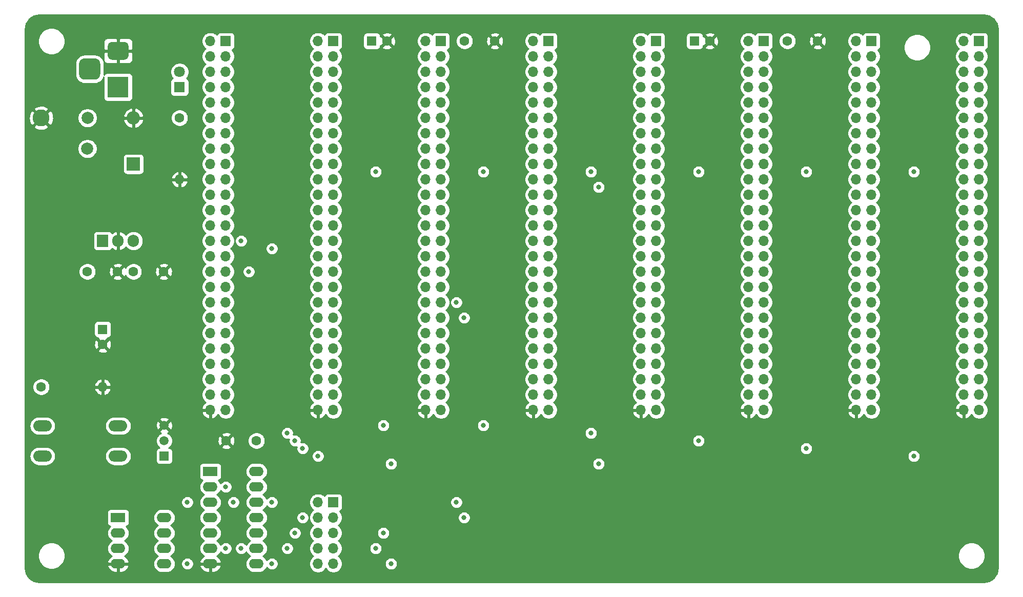
<source format=gbr>
%TF.GenerationSoftware,KiCad,Pcbnew,5.1.9*%
%TF.CreationDate,2021-02-01T09:54:16+01:00*%
%TF.ProjectId,backplane_v2.0,6261636b-706c-4616-9e65-5f76322e302e,v2.0*%
%TF.SameCoordinates,Original*%
%TF.FileFunction,Copper,L2,Inr*%
%TF.FilePolarity,Positive*%
%FSLAX46Y46*%
G04 Gerber Fmt 4.6, Leading zero omitted, Abs format (unit mm)*
G04 Created by KiCad (PCBNEW 5.1.9) date 2021-02-01 09:54:16*
%MOMM*%
%LPD*%
G01*
G04 APERTURE LIST*
%TA.AperFunction,ComponentPad*%
%ADD10C,1.600000*%
%TD*%
%TA.AperFunction,ComponentPad*%
%ADD11R,1.600000X1.600000*%
%TD*%
%TA.AperFunction,ComponentPad*%
%ADD12R,1.500000X1.500000*%
%TD*%
%TA.AperFunction,ComponentPad*%
%ADD13C,1.500000*%
%TD*%
%TA.AperFunction,ComponentPad*%
%ADD14O,2.400000X1.600000*%
%TD*%
%TA.AperFunction,ComponentPad*%
%ADD15R,2.400000X1.600000*%
%TD*%
%TA.AperFunction,ComponentPad*%
%ADD16O,1.700000X1.700000*%
%TD*%
%TA.AperFunction,ComponentPad*%
%ADD17R,1.700000X1.700000*%
%TD*%
%TA.AperFunction,ComponentPad*%
%ADD18O,1.905000X2.000000*%
%TD*%
%TA.AperFunction,ComponentPad*%
%ADD19R,1.905000X2.000000*%
%TD*%
%TA.AperFunction,ComponentPad*%
%ADD20C,2.800000*%
%TD*%
%TA.AperFunction,ComponentPad*%
%ADD21O,3.048000X1.850000*%
%TD*%
%TA.AperFunction,ComponentPad*%
%ADD22O,1.600000X1.600000*%
%TD*%
%TA.AperFunction,ComponentPad*%
%ADD23R,3.500000X3.500000*%
%TD*%
%TA.AperFunction,ComponentPad*%
%ADD24C,2.000000*%
%TD*%
%TA.AperFunction,ComponentPad*%
%ADD25O,2.200000X2.200000*%
%TD*%
%TA.AperFunction,ComponentPad*%
%ADD26R,2.200000X2.200000*%
%TD*%
%TA.AperFunction,ComponentPad*%
%ADD27C,1.800000*%
%TD*%
%TA.AperFunction,ComponentPad*%
%ADD28R,1.800000X1.800000*%
%TD*%
%TA.AperFunction,ViaPad*%
%ADD29C,0.812800*%
%TD*%
%TA.AperFunction,Conductor*%
%ADD30C,0.254000*%
%TD*%
%TA.AperFunction,Conductor*%
%ADD31C,0.100000*%
%TD*%
G04 APERTURE END LIST*
D10*
%TO.N,GND*%
%TO.C,C7*%
X182840000Y-36195000D03*
D11*
%TO.N,VCC*%
X180340000Y-36195000D03*
%TD*%
D10*
%TO.N,GND*%
%TO.C,C5*%
X129500000Y-36195000D03*
D11*
%TO.N,VCC*%
X127000000Y-36195000D03*
%TD*%
D10*
%TO.N,GND*%
%TO.C,C4*%
X82550000Y-86320000D03*
D11*
%TO.N,VCC*%
X82550000Y-83820000D03*
%TD*%
D12*
%TO.N,/~RESET*%
%TO.C,U2*%
X92710000Y-104775000D03*
D13*
%TO.N,GND*%
X92710000Y-99695000D03*
%TO.N,VCC*%
X92710000Y-102235000D03*
%TD*%
D14*
%TO.N,VCC*%
%TO.C,X1*%
X92710000Y-114935000D03*
%TO.N,GND*%
X85090000Y-122555000D03*
%TO.N,N/C*%
X92710000Y-117475000D03*
X85090000Y-120015000D03*
X92710000Y-120015000D03*
X85090000Y-117475000D03*
%TO.N,/sysClk*%
X92710000Y-122555000D03*
D15*
%TO.N,N/C*%
X85090000Y-114935000D03*
%TD*%
D10*
%TO.N,VCC*%
%TO.C,C8*%
X195660000Y-36195000D03*
%TO.N,GND*%
X200660000Y-36195000D03*
%TD*%
%TO.N,VCC*%
%TO.C,C6*%
X142320000Y-36195000D03*
%TO.N,GND*%
X147320000Y-36195000D03*
%TD*%
D16*
%TO.N,N/C*%
%TO.C,J3a1*%
X118110000Y-122555000D03*
%TO.N,/~DEVSEL*%
X120650000Y-122555000D03*
%TO.N,/~IOSEL0*%
X118110000Y-120015000D03*
%TO.N,/~RAMSEL*%
X120650000Y-120015000D03*
%TO.N,/~IOSEL1*%
X118110000Y-117475000D03*
%TO.N,/~ROMSEL*%
X120650000Y-117475000D03*
%TO.N,/~IOSEL2*%
X118110000Y-114935000D03*
%TO.N,/~WE*%
X120650000Y-114935000D03*
%TO.N,/~IOSEL3*%
X118110000Y-112395000D03*
D17*
%TO.N,/~OE*%
X120650000Y-112395000D03*
%TD*%
D16*
%TO.N,GND*%
%TO.C,J9*%
X224790000Y-97155000D03*
%TO.N,/~RESET*%
X227330000Y-97155000D03*
%TO.N,/A0*%
X224790000Y-94615000D03*
%TO.N,N/C*%
X227330000Y-94615000D03*
%TO.N,/A1*%
X224790000Y-92075000D03*
%TO.N,/~IRQ*%
X227330000Y-92075000D03*
%TO.N,/A2*%
X224790000Y-89535000D03*
%TO.N,/~NMI*%
X227330000Y-89535000D03*
%TO.N,/A3*%
X224790000Y-86995000D03*
%TO.N,N/C*%
X227330000Y-86995000D03*
%TO.N,/A4*%
X224790000Y-84455000D03*
%TO.N,N/C*%
X227330000Y-84455000D03*
%TO.N,/A5*%
X224790000Y-81915000D03*
%TO.N,/~WE*%
X227330000Y-81915000D03*
%TO.N,/A6*%
X224790000Y-79375000D03*
%TO.N,/~OE*%
X227330000Y-79375000D03*
%TO.N,/A7*%
X224790000Y-76835000D03*
%TO.N,/R~W*%
X227330000Y-76835000D03*
%TO.N,/A8*%
X224790000Y-74295000D03*
%TO.N,/PHI2*%
X227330000Y-74295000D03*
%TO.N,/A9*%
X224790000Y-71755000D03*
%TO.N,/~PHI2*%
X227330000Y-71755000D03*
%TO.N,/A10*%
X224790000Y-69215000D03*
%TO.N,/sysClk*%
X227330000Y-69215000D03*
%TO.N,/A11*%
X224790000Y-66675000D03*
%TO.N,N/C*%
X227330000Y-66675000D03*
%TO.N,/A12*%
X224790000Y-64135000D03*
%TO.N,N/C*%
X227330000Y-64135000D03*
%TO.N,/A13*%
X224790000Y-61595000D03*
%TO.N,/~DEVSEL*%
X227330000Y-61595000D03*
%TO.N,/A14*%
X224790000Y-59055000D03*
%TO.N,/~IOSEL3*%
X227330000Y-59055000D03*
%TO.N,/A15*%
X224790000Y-56515000D03*
%TO.N,/D0*%
X227330000Y-56515000D03*
%TO.N,/A16*%
X224790000Y-53975000D03*
%TO.N,/D1*%
X227330000Y-53975000D03*
%TO.N,/A17*%
X224790000Y-51435000D03*
%TO.N,/D2*%
X227330000Y-51435000D03*
%TO.N,/A18*%
X224790000Y-48895000D03*
%TO.N,/D3*%
X227330000Y-48895000D03*
%TO.N,/A19*%
X224790000Y-46355000D03*
%TO.N,/D4*%
X227330000Y-46355000D03*
%TO.N,/A20*%
X224790000Y-43815000D03*
%TO.N,/D5*%
X227330000Y-43815000D03*
%TO.N,/A21*%
X224790000Y-41275000D03*
%TO.N,/D6*%
X227330000Y-41275000D03*
%TO.N,/A22*%
X224790000Y-38735000D03*
%TO.N,/D7*%
X227330000Y-38735000D03*
%TO.N,/A23*%
X224790000Y-36195000D03*
D17*
%TO.N,VCC*%
X227330000Y-36195000D03*
%TD*%
D16*
%TO.N,GND*%
%TO.C,J8*%
X207010000Y-97155000D03*
%TO.N,/~RESET*%
X209550000Y-97155000D03*
%TO.N,/A0*%
X207010000Y-94615000D03*
%TO.N,N/C*%
X209550000Y-94615000D03*
%TO.N,/A1*%
X207010000Y-92075000D03*
%TO.N,/~IRQ*%
X209550000Y-92075000D03*
%TO.N,/A2*%
X207010000Y-89535000D03*
%TO.N,/~NMI*%
X209550000Y-89535000D03*
%TO.N,/A3*%
X207010000Y-86995000D03*
%TO.N,N/C*%
X209550000Y-86995000D03*
%TO.N,/A4*%
X207010000Y-84455000D03*
%TO.N,N/C*%
X209550000Y-84455000D03*
%TO.N,/A5*%
X207010000Y-81915000D03*
%TO.N,/~WE*%
X209550000Y-81915000D03*
%TO.N,/A6*%
X207010000Y-79375000D03*
%TO.N,/~OE*%
X209550000Y-79375000D03*
%TO.N,/A7*%
X207010000Y-76835000D03*
%TO.N,/R~W*%
X209550000Y-76835000D03*
%TO.N,/A8*%
X207010000Y-74295000D03*
%TO.N,/PHI2*%
X209550000Y-74295000D03*
%TO.N,/A9*%
X207010000Y-71755000D03*
%TO.N,/~PHI2*%
X209550000Y-71755000D03*
%TO.N,/A10*%
X207010000Y-69215000D03*
%TO.N,/sysClk*%
X209550000Y-69215000D03*
%TO.N,/A11*%
X207010000Y-66675000D03*
%TO.N,N/C*%
X209550000Y-66675000D03*
%TO.N,/A12*%
X207010000Y-64135000D03*
%TO.N,N/C*%
X209550000Y-64135000D03*
%TO.N,/A13*%
X207010000Y-61595000D03*
%TO.N,/~DEVSEL*%
X209550000Y-61595000D03*
%TO.N,/A14*%
X207010000Y-59055000D03*
%TO.N,/~IOSEL2*%
X209550000Y-59055000D03*
%TO.N,/A15*%
X207010000Y-56515000D03*
%TO.N,/D0*%
X209550000Y-56515000D03*
%TO.N,/A16*%
X207010000Y-53975000D03*
%TO.N,/D1*%
X209550000Y-53975000D03*
%TO.N,/A17*%
X207010000Y-51435000D03*
%TO.N,/D2*%
X209550000Y-51435000D03*
%TO.N,/A18*%
X207010000Y-48895000D03*
%TO.N,/D3*%
X209550000Y-48895000D03*
%TO.N,/A19*%
X207010000Y-46355000D03*
%TO.N,/D4*%
X209550000Y-46355000D03*
%TO.N,/A20*%
X207010000Y-43815000D03*
%TO.N,/D5*%
X209550000Y-43815000D03*
%TO.N,/A21*%
X207010000Y-41275000D03*
%TO.N,/D6*%
X209550000Y-41275000D03*
%TO.N,/A22*%
X207010000Y-38735000D03*
%TO.N,/D7*%
X209550000Y-38735000D03*
%TO.N,/A23*%
X207010000Y-36195000D03*
D17*
%TO.N,VCC*%
X209550000Y-36195000D03*
%TD*%
D16*
%TO.N,GND*%
%TO.C,J5*%
X153670000Y-97155000D03*
%TO.N,/~RESET*%
X156210000Y-97155000D03*
%TO.N,/A0*%
X153670000Y-94615000D03*
%TO.N,N/C*%
X156210000Y-94615000D03*
%TO.N,/A1*%
X153670000Y-92075000D03*
%TO.N,/~IRQ*%
X156210000Y-92075000D03*
%TO.N,/A2*%
X153670000Y-89535000D03*
%TO.N,/~NMI*%
X156210000Y-89535000D03*
%TO.N,/A3*%
X153670000Y-86995000D03*
%TO.N,N/C*%
X156210000Y-86995000D03*
%TO.N,/A4*%
X153670000Y-84455000D03*
%TO.N,N/C*%
X156210000Y-84455000D03*
%TO.N,/A5*%
X153670000Y-81915000D03*
%TO.N,/~WE*%
X156210000Y-81915000D03*
%TO.N,/A6*%
X153670000Y-79375000D03*
%TO.N,/~OE*%
X156210000Y-79375000D03*
%TO.N,/A7*%
X153670000Y-76835000D03*
%TO.N,/R~W*%
X156210000Y-76835000D03*
%TO.N,/A8*%
X153670000Y-74295000D03*
%TO.N,/PHI2*%
X156210000Y-74295000D03*
%TO.N,/A9*%
X153670000Y-71755000D03*
%TO.N,/~PHI2*%
X156210000Y-71755000D03*
%TO.N,/A10*%
X153670000Y-69215000D03*
%TO.N,/sysClk*%
X156210000Y-69215000D03*
%TO.N,/A11*%
X153670000Y-66675000D03*
%TO.N,N/C*%
X156210000Y-66675000D03*
%TO.N,/A12*%
X153670000Y-64135000D03*
%TO.N,N/C*%
X156210000Y-64135000D03*
%TO.N,/A13*%
X153670000Y-61595000D03*
%TO.N,N/C*%
X156210000Y-61595000D03*
%TO.N,/A14*%
X153670000Y-59055000D03*
%TO.N,/~ROMSEL*%
X156210000Y-59055000D03*
%TO.N,/A15*%
X153670000Y-56515000D03*
%TO.N,/D0*%
X156210000Y-56515000D03*
%TO.N,/A16*%
X153670000Y-53975000D03*
%TO.N,/D1*%
X156210000Y-53975000D03*
%TO.N,/A17*%
X153670000Y-51435000D03*
%TO.N,/D2*%
X156210000Y-51435000D03*
%TO.N,/A18*%
X153670000Y-48895000D03*
%TO.N,/D3*%
X156210000Y-48895000D03*
%TO.N,/A19*%
X153670000Y-46355000D03*
%TO.N,/D4*%
X156210000Y-46355000D03*
%TO.N,/A20*%
X153670000Y-43815000D03*
%TO.N,/D5*%
X156210000Y-43815000D03*
%TO.N,/A21*%
X153670000Y-41275000D03*
%TO.N,/D6*%
X156210000Y-41275000D03*
%TO.N,/A22*%
X153670000Y-38735000D03*
%TO.N,/D7*%
X156210000Y-38735000D03*
%TO.N,/A23*%
X153670000Y-36195000D03*
D17*
%TO.N,VCC*%
X156210000Y-36195000D03*
%TD*%
D16*
%TO.N,GND*%
%TO.C,J3*%
X118110000Y-97155000D03*
%TO.N,/~RESET*%
X120650000Y-97155000D03*
%TO.N,/A0*%
X118110000Y-94615000D03*
%TO.N,/~ABORT*%
X120650000Y-94615000D03*
%TO.N,/A1*%
X118110000Y-92075000D03*
%TO.N,/~IRQ*%
X120650000Y-92075000D03*
%TO.N,/A2*%
X118110000Y-89535000D03*
%TO.N,/~NMI*%
X120650000Y-89535000D03*
%TO.N,/A3*%
X118110000Y-86995000D03*
%TO.N,N/C*%
X120650000Y-86995000D03*
%TO.N,/A4*%
X118110000Y-84455000D03*
%TO.N,N/C*%
X120650000Y-84455000D03*
%TO.N,/A5*%
X118110000Y-81915000D03*
%TO.N,/VDA*%
X120650000Y-81915000D03*
%TO.N,/A6*%
X118110000Y-79375000D03*
%TO.N,/VPA*%
X120650000Y-79375000D03*
%TO.N,/A7*%
X118110000Y-76835000D03*
%TO.N,/R~W*%
X120650000Y-76835000D03*
%TO.N,/A8*%
X118110000Y-74295000D03*
%TO.N,/PHI2*%
X120650000Y-74295000D03*
%TO.N,/A9*%
X118110000Y-71755000D03*
%TO.N,/~PHI2*%
X120650000Y-71755000D03*
%TO.N,/A10*%
X118110000Y-69215000D03*
%TO.N,/sysClk*%
X120650000Y-69215000D03*
%TO.N,/A11*%
X118110000Y-66675000D03*
%TO.N,N/C*%
X120650000Y-66675000D03*
%TO.N,/A12*%
X118110000Y-64135000D03*
%TO.N,N/C*%
X120650000Y-64135000D03*
%TO.N,/A13*%
X118110000Y-61595000D03*
%TO.N,N/C*%
X120650000Y-61595000D03*
%TO.N,/A14*%
X118110000Y-59055000D03*
%TO.N,N/C*%
X120650000Y-59055000D03*
%TO.N,/A15*%
X118110000Y-56515000D03*
%TO.N,/D0*%
X120650000Y-56515000D03*
%TO.N,/A16*%
X118110000Y-53975000D03*
%TO.N,/D1*%
X120650000Y-53975000D03*
%TO.N,/A17*%
X118110000Y-51435000D03*
%TO.N,/D2*%
X120650000Y-51435000D03*
%TO.N,/A18*%
X118110000Y-48895000D03*
%TO.N,/D3*%
X120650000Y-48895000D03*
%TO.N,/A19*%
X118110000Y-46355000D03*
%TO.N,/D4*%
X120650000Y-46355000D03*
%TO.N,/A20*%
X118110000Y-43815000D03*
%TO.N,/D5*%
X120650000Y-43815000D03*
%TO.N,/A21*%
X118110000Y-41275000D03*
%TO.N,/D6*%
X120650000Y-41275000D03*
%TO.N,/A22*%
X118110000Y-38735000D03*
%TO.N,/D7*%
X120650000Y-38735000D03*
%TO.N,/A23*%
X118110000Y-36195000D03*
D17*
%TO.N,VCC*%
X120650000Y-36195000D03*
%TD*%
D16*
%TO.N,GND*%
%TO.C,J7*%
X189230000Y-97155000D03*
%TO.N,/~RESET*%
X191770000Y-97155000D03*
%TO.N,/A0*%
X189230000Y-94615000D03*
%TO.N,N/C*%
X191770000Y-94615000D03*
%TO.N,/A1*%
X189230000Y-92075000D03*
%TO.N,/~IRQ*%
X191770000Y-92075000D03*
%TO.N,/A2*%
X189230000Y-89535000D03*
%TO.N,/~NMI*%
X191770000Y-89535000D03*
%TO.N,/A3*%
X189230000Y-86995000D03*
%TO.N,N/C*%
X191770000Y-86995000D03*
%TO.N,/A4*%
X189230000Y-84455000D03*
%TO.N,N/C*%
X191770000Y-84455000D03*
%TO.N,/A5*%
X189230000Y-81915000D03*
%TO.N,/~WE*%
X191770000Y-81915000D03*
%TO.N,/A6*%
X189230000Y-79375000D03*
%TO.N,/~OE*%
X191770000Y-79375000D03*
%TO.N,/A7*%
X189230000Y-76835000D03*
%TO.N,/R~W*%
X191770000Y-76835000D03*
%TO.N,/A8*%
X189230000Y-74295000D03*
%TO.N,/PHI2*%
X191770000Y-74295000D03*
%TO.N,/A9*%
X189230000Y-71755000D03*
%TO.N,/~PHI2*%
X191770000Y-71755000D03*
%TO.N,/A10*%
X189230000Y-69215000D03*
%TO.N,/sysClk*%
X191770000Y-69215000D03*
%TO.N,/A11*%
X189230000Y-66675000D03*
%TO.N,N/C*%
X191770000Y-66675000D03*
%TO.N,/A12*%
X189230000Y-64135000D03*
%TO.N,N/C*%
X191770000Y-64135000D03*
%TO.N,/A13*%
X189230000Y-61595000D03*
%TO.N,/~DEVSEL*%
X191770000Y-61595000D03*
%TO.N,/A14*%
X189230000Y-59055000D03*
%TO.N,/~IOSEL1*%
X191770000Y-59055000D03*
%TO.N,/A15*%
X189230000Y-56515000D03*
%TO.N,/D0*%
X191770000Y-56515000D03*
%TO.N,/A16*%
X189230000Y-53975000D03*
%TO.N,/D1*%
X191770000Y-53975000D03*
%TO.N,/A17*%
X189230000Y-51435000D03*
%TO.N,/D2*%
X191770000Y-51435000D03*
%TO.N,/A18*%
X189230000Y-48895000D03*
%TO.N,/D3*%
X191770000Y-48895000D03*
%TO.N,/A19*%
X189230000Y-46355000D03*
%TO.N,/D4*%
X191770000Y-46355000D03*
%TO.N,/A20*%
X189230000Y-43815000D03*
%TO.N,/D5*%
X191770000Y-43815000D03*
%TO.N,/A21*%
X189230000Y-41275000D03*
%TO.N,/D6*%
X191770000Y-41275000D03*
%TO.N,/A22*%
X189230000Y-38735000D03*
%TO.N,/D7*%
X191770000Y-38735000D03*
%TO.N,/A23*%
X189230000Y-36195000D03*
D17*
%TO.N,VCC*%
X191770000Y-36195000D03*
%TD*%
D16*
%TO.N,GND*%
%TO.C,J6*%
X171450000Y-97155000D03*
%TO.N,/~RESET*%
X173990000Y-97155000D03*
%TO.N,/A0*%
X171450000Y-94615000D03*
%TO.N,N/C*%
X173990000Y-94615000D03*
%TO.N,/A1*%
X171450000Y-92075000D03*
%TO.N,/~IRQ*%
X173990000Y-92075000D03*
%TO.N,/A2*%
X171450000Y-89535000D03*
%TO.N,/~NMI*%
X173990000Y-89535000D03*
%TO.N,/A3*%
X171450000Y-86995000D03*
%TO.N,N/C*%
X173990000Y-86995000D03*
%TO.N,/A4*%
X171450000Y-84455000D03*
%TO.N,N/C*%
X173990000Y-84455000D03*
%TO.N,/A5*%
X171450000Y-81915000D03*
%TO.N,/~WE*%
X173990000Y-81915000D03*
%TO.N,/A6*%
X171450000Y-79375000D03*
%TO.N,/~OE*%
X173990000Y-79375000D03*
%TO.N,/A7*%
X171450000Y-76835000D03*
%TO.N,/R~W*%
X173990000Y-76835000D03*
%TO.N,/A8*%
X171450000Y-74295000D03*
%TO.N,/PHI2*%
X173990000Y-74295000D03*
%TO.N,/A9*%
X171450000Y-71755000D03*
%TO.N,/~PHI2*%
X173990000Y-71755000D03*
%TO.N,/A10*%
X171450000Y-69215000D03*
%TO.N,/sysClk*%
X173990000Y-69215000D03*
%TO.N,/A11*%
X171450000Y-66675000D03*
%TO.N,N/C*%
X173990000Y-66675000D03*
%TO.N,/A12*%
X171450000Y-64135000D03*
%TO.N,N/C*%
X173990000Y-64135000D03*
%TO.N,/A13*%
X171450000Y-61595000D03*
%TO.N,/~DEVSEL*%
X173990000Y-61595000D03*
%TO.N,/A14*%
X171450000Y-59055000D03*
%TO.N,/~IOSEL0*%
X173990000Y-59055000D03*
%TO.N,/A15*%
X171450000Y-56515000D03*
%TO.N,/D0*%
X173990000Y-56515000D03*
%TO.N,/A16*%
X171450000Y-53975000D03*
%TO.N,/D1*%
X173990000Y-53975000D03*
%TO.N,/A17*%
X171450000Y-51435000D03*
%TO.N,/D2*%
X173990000Y-51435000D03*
%TO.N,/A18*%
X171450000Y-48895000D03*
%TO.N,/D3*%
X173990000Y-48895000D03*
%TO.N,/A19*%
X171450000Y-46355000D03*
%TO.N,/D4*%
X173990000Y-46355000D03*
%TO.N,/A20*%
X171450000Y-43815000D03*
%TO.N,/D5*%
X173990000Y-43815000D03*
%TO.N,/A21*%
X171450000Y-41275000D03*
%TO.N,/D6*%
X173990000Y-41275000D03*
%TO.N,/A22*%
X171450000Y-38735000D03*
%TO.N,/D7*%
X173990000Y-38735000D03*
%TO.N,/A23*%
X171450000Y-36195000D03*
D17*
%TO.N,VCC*%
X173990000Y-36195000D03*
%TD*%
D16*
%TO.N,GND*%
%TO.C,J4*%
X135890000Y-97155000D03*
%TO.N,/~RESET*%
X138430000Y-97155000D03*
%TO.N,/A0*%
X135890000Y-94615000D03*
%TO.N,N/C*%
X138430000Y-94615000D03*
%TO.N,/A1*%
X135890000Y-92075000D03*
%TO.N,/~IRQ*%
X138430000Y-92075000D03*
%TO.N,/A2*%
X135890000Y-89535000D03*
%TO.N,/~NMI*%
X138430000Y-89535000D03*
%TO.N,/A3*%
X135890000Y-86995000D03*
%TO.N,N/C*%
X138430000Y-86995000D03*
%TO.N,/A4*%
X135890000Y-84455000D03*
%TO.N,N/C*%
X138430000Y-84455000D03*
%TO.N,/A5*%
X135890000Y-81915000D03*
%TO.N,/~WE*%
X138430000Y-81915000D03*
%TO.N,/A6*%
X135890000Y-79375000D03*
%TO.N,/~OE*%
X138430000Y-79375000D03*
%TO.N,/A7*%
X135890000Y-76835000D03*
%TO.N,/R~W*%
X138430000Y-76835000D03*
%TO.N,/A8*%
X135890000Y-74295000D03*
%TO.N,/PHI2*%
X138430000Y-74295000D03*
%TO.N,/A9*%
X135890000Y-71755000D03*
%TO.N,/~PHI2*%
X138430000Y-71755000D03*
%TO.N,/A10*%
X135890000Y-69215000D03*
%TO.N,/sysClk*%
X138430000Y-69215000D03*
%TO.N,/A11*%
X135890000Y-66675000D03*
%TO.N,N/C*%
X138430000Y-66675000D03*
%TO.N,/A12*%
X135890000Y-64135000D03*
%TO.N,N/C*%
X138430000Y-64135000D03*
%TO.N,/A13*%
X135890000Y-61595000D03*
%TO.N,N/C*%
X138430000Y-61595000D03*
%TO.N,/A14*%
X135890000Y-59055000D03*
%TO.N,/~RAMSEL*%
X138430000Y-59055000D03*
%TO.N,/A15*%
X135890000Y-56515000D03*
%TO.N,/D0*%
X138430000Y-56515000D03*
%TO.N,/A16*%
X135890000Y-53975000D03*
%TO.N,/D1*%
X138430000Y-53975000D03*
%TO.N,/A17*%
X135890000Y-51435000D03*
%TO.N,/D2*%
X138430000Y-51435000D03*
%TO.N,/A18*%
X135890000Y-48895000D03*
%TO.N,/D3*%
X138430000Y-48895000D03*
%TO.N,/A19*%
X135890000Y-46355000D03*
%TO.N,/D4*%
X138430000Y-46355000D03*
%TO.N,/A20*%
X135890000Y-43815000D03*
%TO.N,/D5*%
X138430000Y-43815000D03*
%TO.N,/A21*%
X135890000Y-41275000D03*
%TO.N,/D6*%
X138430000Y-41275000D03*
%TO.N,/A22*%
X135890000Y-38735000D03*
%TO.N,/D7*%
X138430000Y-38735000D03*
%TO.N,/A23*%
X135890000Y-36195000D03*
D17*
%TO.N,VCC*%
X138430000Y-36195000D03*
%TD*%
D16*
%TO.N,GND*%
%TO.C,J2*%
X100330000Y-97155000D03*
%TO.N,/~RESET*%
X102870000Y-97155000D03*
%TO.N,/A0*%
X100330000Y-94615000D03*
%TO.N,/~ABORT*%
X102870000Y-94615000D03*
%TO.N,/A1*%
X100330000Y-92075000D03*
%TO.N,/~IRQ*%
X102870000Y-92075000D03*
%TO.N,/A2*%
X100330000Y-89535000D03*
%TO.N,/~NMI*%
X102870000Y-89535000D03*
%TO.N,/A3*%
X100330000Y-86995000D03*
%TO.N,N/C*%
X102870000Y-86995000D03*
%TO.N,/A4*%
X100330000Y-84455000D03*
%TO.N,N/C*%
X102870000Y-84455000D03*
%TO.N,/A5*%
X100330000Y-81915000D03*
%TO.N,/VDA*%
X102870000Y-81915000D03*
%TO.N,/A6*%
X100330000Y-79375000D03*
%TO.N,/VPA*%
X102870000Y-79375000D03*
%TO.N,/A7*%
X100330000Y-76835000D03*
%TO.N,/R~W*%
X102870000Y-76835000D03*
%TO.N,/A8*%
X100330000Y-74295000D03*
%TO.N,/PHI2*%
X102870000Y-74295000D03*
%TO.N,/A9*%
X100330000Y-71755000D03*
%TO.N,/~PHI2*%
X102870000Y-71755000D03*
%TO.N,/A10*%
X100330000Y-69215000D03*
%TO.N,/sysClk*%
X102870000Y-69215000D03*
%TO.N,/A11*%
X100330000Y-66675000D03*
%TO.N,N/C*%
X102870000Y-66675000D03*
%TO.N,/A12*%
X100330000Y-64135000D03*
%TO.N,N/C*%
X102870000Y-64135000D03*
%TO.N,/A13*%
X100330000Y-61595000D03*
%TO.N,N/C*%
X102870000Y-61595000D03*
%TO.N,/A14*%
X100330000Y-59055000D03*
%TO.N,N/C*%
X102870000Y-59055000D03*
%TO.N,/A15*%
X100330000Y-56515000D03*
%TO.N,/D0*%
X102870000Y-56515000D03*
%TO.N,/A16*%
X100330000Y-53975000D03*
%TO.N,/D1*%
X102870000Y-53975000D03*
%TO.N,/A17*%
X100330000Y-51435000D03*
%TO.N,/D2*%
X102870000Y-51435000D03*
%TO.N,/A18*%
X100330000Y-48895000D03*
%TO.N,/D3*%
X102870000Y-48895000D03*
%TO.N,/A19*%
X100330000Y-46355000D03*
%TO.N,/D4*%
X102870000Y-46355000D03*
%TO.N,/A20*%
X100330000Y-43815000D03*
%TO.N,/D5*%
X102870000Y-43815000D03*
%TO.N,/A21*%
X100330000Y-41275000D03*
%TO.N,/D6*%
X102870000Y-41275000D03*
%TO.N,/A22*%
X100330000Y-38735000D03*
%TO.N,/D7*%
X102870000Y-38735000D03*
%TO.N,/A23*%
X100330000Y-36195000D03*
D17*
%TO.N,VCC*%
X102870000Y-36195000D03*
%TD*%
D14*
%TO.N,VCC*%
%TO.C,U3*%
X107950000Y-107315000D03*
%TO.N,GND*%
X100330000Y-122555000D03*
%TO.N,VCC*%
X107950000Y-109855000D03*
%TO.N,Net-(U3-Pad2)*%
X100330000Y-120015000D03*
%TO.N,/~PHI2*%
X107950000Y-112395000D03*
%TO.N,Net-(U3-Pad11)*%
X100330000Y-117475000D03*
X107950000Y-114935000D03*
%TO.N,VCC*%
X100330000Y-114935000D03*
X107950000Y-117475000D03*
%TO.N,/sysClk*%
X100330000Y-112395000D03*
%TO.N,/PHI2*%
X107950000Y-120015000D03*
%TO.N,Net-(U3-Pad2)*%
X100330000Y-109855000D03*
%TO.N,/~PHI2*%
X107950000Y-122555000D03*
D15*
%TO.N,VCC*%
X100330000Y-107315000D03*
%TD*%
D18*
%TO.N,VCC*%
%TO.C,U1*%
X87630000Y-69215000D03*
%TO.N,GND*%
X85090000Y-69215000D03*
D19*
%TO.N,+VDC*%
X82550000Y-69215000D03*
%TD*%
D20*
%TO.N,GND*%
%TO.C,TP1*%
X72390000Y-48895000D03*
%TD*%
D21*
%TO.N,Net-(R2-Pad1)*%
%TO.C,SW1*%
X85090000Y-99775000D03*
%TO.N,/~RESET*%
X85090000Y-104775000D03*
%TO.N,Net-(R2-Pad1)*%
X72590000Y-99775000D03*
%TO.N,/~RESET*%
X72590000Y-104775000D03*
%TD*%
D22*
%TO.N,GND*%
%TO.C,R2*%
X82550000Y-93345000D03*
D10*
%TO.N,Net-(R2-Pad1)*%
X72390000Y-93345000D03*
%TD*%
D22*
%TO.N,GND*%
%TO.C,R1*%
X95250000Y-59055000D03*
D10*
%TO.N,Net-(D1-Pad1)*%
X95250000Y-48895000D03*
%TD*%
%TO.N,N/C*%
%TO.C,J1*%
%TA.AperFunction,ComponentPad*%
G36*
G01*
X79515000Y-39065000D02*
X81265000Y-39065000D01*
G75*
G02*
X82140000Y-39940000I0J-875000D01*
G01*
X82140000Y-41690000D01*
G75*
G02*
X81265000Y-42565000I-875000J0D01*
G01*
X79515000Y-42565000D01*
G75*
G02*
X78640000Y-41690000I0J875000D01*
G01*
X78640000Y-39940000D01*
G75*
G02*
X79515000Y-39065000I875000J0D01*
G01*
G37*
%TD.AperFunction*%
%TO.N,GND*%
%TA.AperFunction,ComponentPad*%
G36*
G01*
X84090000Y-36315000D02*
X86090000Y-36315000D01*
G75*
G02*
X86840000Y-37065000I0J-750000D01*
G01*
X86840000Y-38565000D01*
G75*
G02*
X86090000Y-39315000I-750000J0D01*
G01*
X84090000Y-39315000D01*
G75*
G02*
X83340000Y-38565000I0J750000D01*
G01*
X83340000Y-37065000D01*
G75*
G02*
X84090000Y-36315000I750000J0D01*
G01*
G37*
%TD.AperFunction*%
D23*
%TO.N,/raw*%
X85090000Y-43815000D03*
%TD*%
D24*
%TO.N,/raw*%
%TO.C,F1*%
X80020000Y-48895000D03*
%TO.N,+VDC*%
X80010000Y-53975000D03*
%TD*%
D25*
%TO.N,GND*%
%TO.C,D2*%
X87630000Y-48895000D03*
D26*
%TO.N,+VDC*%
X87630000Y-56515000D03*
%TD*%
D27*
%TO.N,VCC*%
%TO.C,D1*%
X95250000Y-41275000D03*
D28*
%TO.N,Net-(D1-Pad1)*%
X95250000Y-43815000D03*
%TD*%
D10*
%TO.N,GND*%
%TO.C,C3*%
X92630000Y-74295000D03*
%TO.N,VCC*%
X87630000Y-74295000D03*
%TD*%
%TO.N,GND*%
%TO.C,C2*%
X85010000Y-74295000D03*
%TO.N,+VDC*%
X80010000Y-74295000D03*
%TD*%
%TO.N,GND*%
%TO.C,C1*%
X102950000Y-102235000D03*
%TO.N,VCC*%
X107950000Y-102235000D03*
%TD*%
D29*
%TO.N,/PHI2*%
X105410000Y-120015000D03*
X106680000Y-74295000D03*
%TO.N,/~PHI2*%
X110490000Y-112395000D03*
X110490000Y-70485000D03*
X110490000Y-122555000D03*
%TO.N,/sysClk*%
X96520000Y-122555000D03*
X96520000Y-112395000D03*
X104140000Y-112395000D03*
X105410000Y-69215000D03*
%TO.N,/~WE*%
X142240000Y-114935000D03*
X142240000Y-81915000D03*
%TO.N,/~OE*%
X140970000Y-112395000D03*
X140970000Y-79375000D03*
%TO.N,/~RAMSEL*%
X127635000Y-57785000D03*
X127635000Y-120015000D03*
%TO.N,/~ROMSEL*%
X145415000Y-57785000D03*
X145415000Y-99695000D03*
X128905000Y-117475000D03*
X128905000Y-99695000D03*
%TO.N,/~DEVSEL*%
X130175000Y-122555000D03*
X130175000Y-106045000D03*
X164465000Y-60325000D03*
X164465000Y-106045000D03*
%TO.N,/~IOSEL0*%
X163195000Y-57785000D03*
X163195000Y-100965000D03*
X113030000Y-120015000D03*
X113030000Y-100965000D03*
%TO.N,/~IOSEL1*%
X180975000Y-57785000D03*
X180975000Y-102235000D03*
X114300000Y-102235000D03*
X114300000Y-117475000D03*
%TO.N,/~IOSEL2*%
X198755000Y-57785000D03*
X198755000Y-103505000D03*
X115570000Y-114935000D03*
X115570000Y-103505000D03*
%TO.N,/~IOSEL3*%
X216535000Y-57785000D03*
X118110000Y-104775000D03*
X216535000Y-104775000D03*
%TO.N,Net-(U3-Pad2)*%
X102870000Y-109855000D03*
X102870000Y-120015000D03*
%TD*%
D30*
%TO.N,GND*%
X228523893Y-31942670D02*
X228960498Y-32074489D01*
X229363185Y-32288600D01*
X229716612Y-32576848D01*
X230007327Y-32928261D01*
X230224242Y-33329439D01*
X230359106Y-33765113D01*
X230410001Y-34249353D01*
X230410000Y-123202721D01*
X230362330Y-123688894D01*
X230230512Y-124125497D01*
X230016399Y-124528186D01*
X229728150Y-124881613D01*
X229376739Y-125172327D01*
X228975564Y-125389240D01*
X228539886Y-125524106D01*
X228055664Y-125575000D01*
X72102279Y-125575000D01*
X71616106Y-125527330D01*
X71179503Y-125395512D01*
X70776814Y-125181399D01*
X70423387Y-124893150D01*
X70132673Y-124541739D01*
X69915760Y-124140564D01*
X69780894Y-123704886D01*
X69730000Y-123220664D01*
X69730000Y-121014872D01*
X71835000Y-121014872D01*
X71835000Y-121455128D01*
X71920890Y-121886925D01*
X72089369Y-122293669D01*
X72333962Y-122659729D01*
X72645271Y-122971038D01*
X73011331Y-123215631D01*
X73418075Y-123384110D01*
X73849872Y-123470000D01*
X74290128Y-123470000D01*
X74721925Y-123384110D01*
X75128669Y-123215631D01*
X75494729Y-122971038D01*
X75561728Y-122904039D01*
X83298096Y-122904039D01*
X83315633Y-122986818D01*
X83426285Y-123246646D01*
X83585500Y-123479895D01*
X83787161Y-123677601D01*
X84023517Y-123832166D01*
X84285486Y-123937650D01*
X84563000Y-123990000D01*
X84963000Y-123990000D01*
X84963000Y-122682000D01*
X85217000Y-122682000D01*
X85217000Y-123990000D01*
X85617000Y-123990000D01*
X85894514Y-123937650D01*
X86156483Y-123832166D01*
X86392839Y-123677601D01*
X86594500Y-123479895D01*
X86753715Y-123246646D01*
X86864367Y-122986818D01*
X86881904Y-122904039D01*
X86759915Y-122682000D01*
X85217000Y-122682000D01*
X84963000Y-122682000D01*
X83420085Y-122682000D01*
X83298096Y-122904039D01*
X75561728Y-122904039D01*
X75806038Y-122659729D01*
X76050631Y-122293669D01*
X76219110Y-121886925D01*
X76305000Y-121455128D01*
X76305000Y-121014872D01*
X76219110Y-120583075D01*
X76050631Y-120176331D01*
X75806038Y-119810271D01*
X75494729Y-119498962D01*
X75128669Y-119254369D01*
X74721925Y-119085890D01*
X74290128Y-119000000D01*
X73849872Y-119000000D01*
X73418075Y-119085890D01*
X73011331Y-119254369D01*
X72645271Y-119498962D01*
X72333962Y-119810271D01*
X72089369Y-120176331D01*
X71920890Y-120583075D01*
X71835000Y-121014872D01*
X69730000Y-121014872D01*
X69730000Y-117475000D01*
X83248057Y-117475000D01*
X83275764Y-117756309D01*
X83357818Y-118026808D01*
X83491068Y-118276101D01*
X83670392Y-118494608D01*
X83888899Y-118673932D01*
X84021858Y-118745000D01*
X83888899Y-118816068D01*
X83670392Y-118995392D01*
X83491068Y-119213899D01*
X83357818Y-119463192D01*
X83275764Y-119733691D01*
X83248057Y-120015000D01*
X83275764Y-120296309D01*
X83357818Y-120566808D01*
X83491068Y-120816101D01*
X83670392Y-121034608D01*
X83888899Y-121213932D01*
X84016741Y-121282265D01*
X83787161Y-121432399D01*
X83585500Y-121630105D01*
X83426285Y-121863354D01*
X83315633Y-122123182D01*
X83298096Y-122205961D01*
X83420085Y-122428000D01*
X84963000Y-122428000D01*
X84963000Y-122408000D01*
X85217000Y-122408000D01*
X85217000Y-122428000D01*
X86759915Y-122428000D01*
X86881904Y-122205961D01*
X86864367Y-122123182D01*
X86753715Y-121863354D01*
X86594500Y-121630105D01*
X86392839Y-121432399D01*
X86163259Y-121282265D01*
X86291101Y-121213932D01*
X86509608Y-121034608D01*
X86688932Y-120816101D01*
X86822182Y-120566808D01*
X86904236Y-120296309D01*
X86931943Y-120015000D01*
X86904236Y-119733691D01*
X86822182Y-119463192D01*
X86688932Y-119213899D01*
X86509608Y-118995392D01*
X86291101Y-118816068D01*
X86158142Y-118745000D01*
X86291101Y-118673932D01*
X86509608Y-118494608D01*
X86688932Y-118276101D01*
X86822182Y-118026808D01*
X86904236Y-117756309D01*
X86931943Y-117475000D01*
X86904236Y-117193691D01*
X86822182Y-116923192D01*
X86688932Y-116673899D01*
X86509608Y-116455392D01*
X86396518Y-116362581D01*
X86414482Y-116360812D01*
X86534180Y-116324502D01*
X86644494Y-116265537D01*
X86741185Y-116186185D01*
X86820537Y-116089494D01*
X86879502Y-115979180D01*
X86915812Y-115859482D01*
X86928072Y-115735000D01*
X86928072Y-114935000D01*
X90868057Y-114935000D01*
X90895764Y-115216309D01*
X90977818Y-115486808D01*
X91111068Y-115736101D01*
X91290392Y-115954608D01*
X91508899Y-116133932D01*
X91641858Y-116205000D01*
X91508899Y-116276068D01*
X91290392Y-116455392D01*
X91111068Y-116673899D01*
X90977818Y-116923192D01*
X90895764Y-117193691D01*
X90868057Y-117475000D01*
X90895764Y-117756309D01*
X90977818Y-118026808D01*
X91111068Y-118276101D01*
X91290392Y-118494608D01*
X91508899Y-118673932D01*
X91641858Y-118745000D01*
X91508899Y-118816068D01*
X91290392Y-118995392D01*
X91111068Y-119213899D01*
X90977818Y-119463192D01*
X90895764Y-119733691D01*
X90868057Y-120015000D01*
X90895764Y-120296309D01*
X90977818Y-120566808D01*
X91111068Y-120816101D01*
X91290392Y-121034608D01*
X91508899Y-121213932D01*
X91641858Y-121285000D01*
X91508899Y-121356068D01*
X91290392Y-121535392D01*
X91111068Y-121753899D01*
X90977818Y-122003192D01*
X90895764Y-122273691D01*
X90868057Y-122555000D01*
X90895764Y-122836309D01*
X90977818Y-123106808D01*
X91111068Y-123356101D01*
X91290392Y-123574608D01*
X91508899Y-123753932D01*
X91758192Y-123887182D01*
X92028691Y-123969236D01*
X92239508Y-123990000D01*
X93180492Y-123990000D01*
X93391309Y-123969236D01*
X93661808Y-123887182D01*
X93911101Y-123753932D01*
X94129608Y-123574608D01*
X94308932Y-123356101D01*
X94442182Y-123106808D01*
X94524236Y-122836309D01*
X94551943Y-122555000D01*
X94541841Y-122452431D01*
X95478600Y-122452431D01*
X95478600Y-122657569D01*
X95518620Y-122858765D01*
X95597123Y-123048288D01*
X95711092Y-123218854D01*
X95856146Y-123363908D01*
X96026712Y-123477877D01*
X96216235Y-123556380D01*
X96417431Y-123596400D01*
X96622569Y-123596400D01*
X96823765Y-123556380D01*
X97013288Y-123477877D01*
X97183854Y-123363908D01*
X97328908Y-123218854D01*
X97442877Y-123048288D01*
X97502626Y-122904039D01*
X98538096Y-122904039D01*
X98555633Y-122986818D01*
X98666285Y-123246646D01*
X98825500Y-123479895D01*
X99027161Y-123677601D01*
X99263517Y-123832166D01*
X99525486Y-123937650D01*
X99803000Y-123990000D01*
X100203000Y-123990000D01*
X100203000Y-122682000D01*
X100457000Y-122682000D01*
X100457000Y-123990000D01*
X100857000Y-123990000D01*
X101134514Y-123937650D01*
X101396483Y-123832166D01*
X101632839Y-123677601D01*
X101834500Y-123479895D01*
X101993715Y-123246646D01*
X102104367Y-122986818D01*
X102121904Y-122904039D01*
X101999915Y-122682000D01*
X100457000Y-122682000D01*
X100203000Y-122682000D01*
X98660085Y-122682000D01*
X98538096Y-122904039D01*
X97502626Y-122904039D01*
X97521380Y-122858765D01*
X97561400Y-122657569D01*
X97561400Y-122452431D01*
X97521380Y-122251235D01*
X97442877Y-122061712D01*
X97328908Y-121891146D01*
X97183854Y-121746092D01*
X97013288Y-121632123D01*
X96823765Y-121553620D01*
X96622569Y-121513600D01*
X96417431Y-121513600D01*
X96216235Y-121553620D01*
X96026712Y-121632123D01*
X95856146Y-121746092D01*
X95711092Y-121891146D01*
X95597123Y-122061712D01*
X95518620Y-122251235D01*
X95478600Y-122452431D01*
X94541841Y-122452431D01*
X94524236Y-122273691D01*
X94442182Y-122003192D01*
X94308932Y-121753899D01*
X94129608Y-121535392D01*
X93911101Y-121356068D01*
X93778142Y-121285000D01*
X93911101Y-121213932D01*
X94129608Y-121034608D01*
X94308932Y-120816101D01*
X94442182Y-120566808D01*
X94524236Y-120296309D01*
X94551943Y-120015000D01*
X94524236Y-119733691D01*
X94442182Y-119463192D01*
X94308932Y-119213899D01*
X94129608Y-118995392D01*
X93911101Y-118816068D01*
X93778142Y-118745000D01*
X93911101Y-118673932D01*
X94129608Y-118494608D01*
X94308932Y-118276101D01*
X94442182Y-118026808D01*
X94524236Y-117756309D01*
X94551943Y-117475000D01*
X94524236Y-117193691D01*
X94442182Y-116923192D01*
X94308932Y-116673899D01*
X94129608Y-116455392D01*
X93911101Y-116276068D01*
X93778142Y-116205000D01*
X93911101Y-116133932D01*
X94129608Y-115954608D01*
X94308932Y-115736101D01*
X94442182Y-115486808D01*
X94524236Y-115216309D01*
X94551943Y-114935000D01*
X94524236Y-114653691D01*
X94442182Y-114383192D01*
X94308932Y-114133899D01*
X94129608Y-113915392D01*
X93911101Y-113736068D01*
X93661808Y-113602818D01*
X93391309Y-113520764D01*
X93180492Y-113500000D01*
X92239508Y-113500000D01*
X92028691Y-113520764D01*
X91758192Y-113602818D01*
X91508899Y-113736068D01*
X91290392Y-113915392D01*
X91111068Y-114133899D01*
X90977818Y-114383192D01*
X90895764Y-114653691D01*
X90868057Y-114935000D01*
X86928072Y-114935000D01*
X86928072Y-114135000D01*
X86915812Y-114010518D01*
X86879502Y-113890820D01*
X86820537Y-113780506D01*
X86741185Y-113683815D01*
X86644494Y-113604463D01*
X86534180Y-113545498D01*
X86414482Y-113509188D01*
X86290000Y-113496928D01*
X83890000Y-113496928D01*
X83765518Y-113509188D01*
X83645820Y-113545498D01*
X83535506Y-113604463D01*
X83438815Y-113683815D01*
X83359463Y-113780506D01*
X83300498Y-113890820D01*
X83264188Y-114010518D01*
X83251928Y-114135000D01*
X83251928Y-115735000D01*
X83264188Y-115859482D01*
X83300498Y-115979180D01*
X83359463Y-116089494D01*
X83438815Y-116186185D01*
X83535506Y-116265537D01*
X83645820Y-116324502D01*
X83765518Y-116360812D01*
X83783482Y-116362581D01*
X83670392Y-116455392D01*
X83491068Y-116673899D01*
X83357818Y-116923192D01*
X83275764Y-117193691D01*
X83248057Y-117475000D01*
X69730000Y-117475000D01*
X69730000Y-112292431D01*
X95478600Y-112292431D01*
X95478600Y-112497569D01*
X95518620Y-112698765D01*
X95597123Y-112888288D01*
X95711092Y-113058854D01*
X95856146Y-113203908D01*
X96026712Y-113317877D01*
X96216235Y-113396380D01*
X96417431Y-113436400D01*
X96622569Y-113436400D01*
X96823765Y-113396380D01*
X97013288Y-113317877D01*
X97183854Y-113203908D01*
X97328908Y-113058854D01*
X97442877Y-112888288D01*
X97521380Y-112698765D01*
X97561400Y-112497569D01*
X97561400Y-112292431D01*
X97521380Y-112091235D01*
X97442877Y-111901712D01*
X97328908Y-111731146D01*
X97183854Y-111586092D01*
X97013288Y-111472123D01*
X96823765Y-111393620D01*
X96622569Y-111353600D01*
X96417431Y-111353600D01*
X96216235Y-111393620D01*
X96026712Y-111472123D01*
X95856146Y-111586092D01*
X95711092Y-111731146D01*
X95597123Y-111901712D01*
X95518620Y-112091235D01*
X95478600Y-112292431D01*
X69730000Y-112292431D01*
X69730000Y-109855000D01*
X98488057Y-109855000D01*
X98515764Y-110136309D01*
X98597818Y-110406808D01*
X98731068Y-110656101D01*
X98910392Y-110874608D01*
X99128899Y-111053932D01*
X99261858Y-111125000D01*
X99128899Y-111196068D01*
X98910392Y-111375392D01*
X98731068Y-111593899D01*
X98597818Y-111843192D01*
X98515764Y-112113691D01*
X98488057Y-112395000D01*
X98515764Y-112676309D01*
X98597818Y-112946808D01*
X98731068Y-113196101D01*
X98910392Y-113414608D01*
X99128899Y-113593932D01*
X99261858Y-113665000D01*
X99128899Y-113736068D01*
X98910392Y-113915392D01*
X98731068Y-114133899D01*
X98597818Y-114383192D01*
X98515764Y-114653691D01*
X98488057Y-114935000D01*
X98515764Y-115216309D01*
X98597818Y-115486808D01*
X98731068Y-115736101D01*
X98910392Y-115954608D01*
X99128899Y-116133932D01*
X99261858Y-116205000D01*
X99128899Y-116276068D01*
X98910392Y-116455392D01*
X98731068Y-116673899D01*
X98597818Y-116923192D01*
X98515764Y-117193691D01*
X98488057Y-117475000D01*
X98515764Y-117756309D01*
X98597818Y-118026808D01*
X98731068Y-118276101D01*
X98910392Y-118494608D01*
X99128899Y-118673932D01*
X99261858Y-118745000D01*
X99128899Y-118816068D01*
X98910392Y-118995392D01*
X98731068Y-119213899D01*
X98597818Y-119463192D01*
X98515764Y-119733691D01*
X98488057Y-120015000D01*
X98515764Y-120296309D01*
X98597818Y-120566808D01*
X98731068Y-120816101D01*
X98910392Y-121034608D01*
X99128899Y-121213932D01*
X99256741Y-121282265D01*
X99027161Y-121432399D01*
X98825500Y-121630105D01*
X98666285Y-121863354D01*
X98555633Y-122123182D01*
X98538096Y-122205961D01*
X98660085Y-122428000D01*
X100203000Y-122428000D01*
X100203000Y-122408000D01*
X100457000Y-122408000D01*
X100457000Y-122428000D01*
X101999915Y-122428000D01*
X102121904Y-122205961D01*
X102104367Y-122123182D01*
X101993715Y-121863354D01*
X101834500Y-121630105D01*
X101632839Y-121432399D01*
X101403259Y-121282265D01*
X101531101Y-121213932D01*
X101749608Y-121034608D01*
X101928932Y-120816101D01*
X102028424Y-120629964D01*
X102061092Y-120678854D01*
X102206146Y-120823908D01*
X102376712Y-120937877D01*
X102566235Y-121016380D01*
X102767431Y-121056400D01*
X102972569Y-121056400D01*
X103173765Y-121016380D01*
X103363288Y-120937877D01*
X103533854Y-120823908D01*
X103678908Y-120678854D01*
X103792877Y-120508288D01*
X103871380Y-120318765D01*
X103911400Y-120117569D01*
X103911400Y-119912431D01*
X104368600Y-119912431D01*
X104368600Y-120117569D01*
X104408620Y-120318765D01*
X104487123Y-120508288D01*
X104601092Y-120678854D01*
X104746146Y-120823908D01*
X104916712Y-120937877D01*
X105106235Y-121016380D01*
X105307431Y-121056400D01*
X105512569Y-121056400D01*
X105713765Y-121016380D01*
X105903288Y-120937877D01*
X106073854Y-120823908D01*
X106218908Y-120678854D01*
X106251576Y-120629964D01*
X106351068Y-120816101D01*
X106530392Y-121034608D01*
X106748899Y-121213932D01*
X106881858Y-121285000D01*
X106748899Y-121356068D01*
X106530392Y-121535392D01*
X106351068Y-121753899D01*
X106217818Y-122003192D01*
X106135764Y-122273691D01*
X106108057Y-122555000D01*
X106135764Y-122836309D01*
X106217818Y-123106808D01*
X106351068Y-123356101D01*
X106530392Y-123574608D01*
X106748899Y-123753932D01*
X106998192Y-123887182D01*
X107268691Y-123969236D01*
X107479508Y-123990000D01*
X108420492Y-123990000D01*
X108631309Y-123969236D01*
X108901808Y-123887182D01*
X109151101Y-123753932D01*
X109369608Y-123574608D01*
X109548932Y-123356101D01*
X109648424Y-123169964D01*
X109681092Y-123218854D01*
X109826146Y-123363908D01*
X109996712Y-123477877D01*
X110186235Y-123556380D01*
X110387431Y-123596400D01*
X110592569Y-123596400D01*
X110793765Y-123556380D01*
X110983288Y-123477877D01*
X111153854Y-123363908D01*
X111298908Y-123218854D01*
X111412877Y-123048288D01*
X111491380Y-122858765D01*
X111531400Y-122657569D01*
X111531400Y-122452431D01*
X111491380Y-122251235D01*
X111412877Y-122061712D01*
X111298908Y-121891146D01*
X111153854Y-121746092D01*
X110983288Y-121632123D01*
X110793765Y-121553620D01*
X110592569Y-121513600D01*
X110387431Y-121513600D01*
X110186235Y-121553620D01*
X109996712Y-121632123D01*
X109826146Y-121746092D01*
X109681092Y-121891146D01*
X109648424Y-121940036D01*
X109548932Y-121753899D01*
X109369608Y-121535392D01*
X109151101Y-121356068D01*
X109018142Y-121285000D01*
X109151101Y-121213932D01*
X109369608Y-121034608D01*
X109548932Y-120816101D01*
X109682182Y-120566808D01*
X109764236Y-120296309D01*
X109791943Y-120015000D01*
X109781841Y-119912431D01*
X111988600Y-119912431D01*
X111988600Y-120117569D01*
X112028620Y-120318765D01*
X112107123Y-120508288D01*
X112221092Y-120678854D01*
X112366146Y-120823908D01*
X112536712Y-120937877D01*
X112726235Y-121016380D01*
X112927431Y-121056400D01*
X113132569Y-121056400D01*
X113333765Y-121016380D01*
X113523288Y-120937877D01*
X113693854Y-120823908D01*
X113838908Y-120678854D01*
X113952877Y-120508288D01*
X114031380Y-120318765D01*
X114071400Y-120117569D01*
X114071400Y-119912431D01*
X114031380Y-119711235D01*
X113952877Y-119521712D01*
X113838908Y-119351146D01*
X113693854Y-119206092D01*
X113523288Y-119092123D01*
X113333765Y-119013620D01*
X113132569Y-118973600D01*
X112927431Y-118973600D01*
X112726235Y-119013620D01*
X112536712Y-119092123D01*
X112366146Y-119206092D01*
X112221092Y-119351146D01*
X112107123Y-119521712D01*
X112028620Y-119711235D01*
X111988600Y-119912431D01*
X109781841Y-119912431D01*
X109764236Y-119733691D01*
X109682182Y-119463192D01*
X109548932Y-119213899D01*
X109369608Y-118995392D01*
X109151101Y-118816068D01*
X109018142Y-118745000D01*
X109151101Y-118673932D01*
X109369608Y-118494608D01*
X109548932Y-118276101D01*
X109682182Y-118026808D01*
X109764236Y-117756309D01*
X109791943Y-117475000D01*
X109781841Y-117372431D01*
X113258600Y-117372431D01*
X113258600Y-117577569D01*
X113298620Y-117778765D01*
X113377123Y-117968288D01*
X113491092Y-118138854D01*
X113636146Y-118283908D01*
X113806712Y-118397877D01*
X113996235Y-118476380D01*
X114197431Y-118516400D01*
X114402569Y-118516400D01*
X114603765Y-118476380D01*
X114793288Y-118397877D01*
X114963854Y-118283908D01*
X115108908Y-118138854D01*
X115222877Y-117968288D01*
X115301380Y-117778765D01*
X115341400Y-117577569D01*
X115341400Y-117372431D01*
X115301380Y-117171235D01*
X115222877Y-116981712D01*
X115108908Y-116811146D01*
X114963854Y-116666092D01*
X114793288Y-116552123D01*
X114603765Y-116473620D01*
X114402569Y-116433600D01*
X114197431Y-116433600D01*
X113996235Y-116473620D01*
X113806712Y-116552123D01*
X113636146Y-116666092D01*
X113491092Y-116811146D01*
X113377123Y-116981712D01*
X113298620Y-117171235D01*
X113258600Y-117372431D01*
X109781841Y-117372431D01*
X109764236Y-117193691D01*
X109682182Y-116923192D01*
X109548932Y-116673899D01*
X109369608Y-116455392D01*
X109151101Y-116276068D01*
X109018142Y-116205000D01*
X109151101Y-116133932D01*
X109369608Y-115954608D01*
X109548932Y-115736101D01*
X109682182Y-115486808D01*
X109764236Y-115216309D01*
X109791943Y-114935000D01*
X109781841Y-114832431D01*
X114528600Y-114832431D01*
X114528600Y-115037569D01*
X114568620Y-115238765D01*
X114647123Y-115428288D01*
X114761092Y-115598854D01*
X114906146Y-115743908D01*
X115076712Y-115857877D01*
X115266235Y-115936380D01*
X115467431Y-115976400D01*
X115672569Y-115976400D01*
X115873765Y-115936380D01*
X116063288Y-115857877D01*
X116233854Y-115743908D01*
X116378908Y-115598854D01*
X116492877Y-115428288D01*
X116571380Y-115238765D01*
X116611400Y-115037569D01*
X116611400Y-114832431D01*
X116571380Y-114631235D01*
X116492877Y-114441712D01*
X116378908Y-114271146D01*
X116233854Y-114126092D01*
X116063288Y-114012123D01*
X115873765Y-113933620D01*
X115672569Y-113893600D01*
X115467431Y-113893600D01*
X115266235Y-113933620D01*
X115076712Y-114012123D01*
X114906146Y-114126092D01*
X114761092Y-114271146D01*
X114647123Y-114441712D01*
X114568620Y-114631235D01*
X114528600Y-114832431D01*
X109781841Y-114832431D01*
X109764236Y-114653691D01*
X109682182Y-114383192D01*
X109548932Y-114133899D01*
X109369608Y-113915392D01*
X109151101Y-113736068D01*
X109018142Y-113665000D01*
X109151101Y-113593932D01*
X109369608Y-113414608D01*
X109548932Y-113196101D01*
X109648424Y-113009964D01*
X109681092Y-113058854D01*
X109826146Y-113203908D01*
X109996712Y-113317877D01*
X110186235Y-113396380D01*
X110387431Y-113436400D01*
X110592569Y-113436400D01*
X110793765Y-113396380D01*
X110983288Y-113317877D01*
X111153854Y-113203908D01*
X111298908Y-113058854D01*
X111412877Y-112888288D01*
X111491380Y-112698765D01*
X111531400Y-112497569D01*
X111531400Y-112292431D01*
X111522710Y-112248740D01*
X116625000Y-112248740D01*
X116625000Y-112541260D01*
X116682068Y-112828158D01*
X116794010Y-113098411D01*
X116956525Y-113341632D01*
X117163368Y-113548475D01*
X117337760Y-113665000D01*
X117163368Y-113781525D01*
X116956525Y-113988368D01*
X116794010Y-114231589D01*
X116682068Y-114501842D01*
X116625000Y-114788740D01*
X116625000Y-115081260D01*
X116682068Y-115368158D01*
X116794010Y-115638411D01*
X116956525Y-115881632D01*
X117163368Y-116088475D01*
X117337760Y-116205000D01*
X117163368Y-116321525D01*
X116956525Y-116528368D01*
X116794010Y-116771589D01*
X116682068Y-117041842D01*
X116625000Y-117328740D01*
X116625000Y-117621260D01*
X116682068Y-117908158D01*
X116794010Y-118178411D01*
X116956525Y-118421632D01*
X117163368Y-118628475D01*
X117337760Y-118745000D01*
X117163368Y-118861525D01*
X116956525Y-119068368D01*
X116794010Y-119311589D01*
X116682068Y-119581842D01*
X116625000Y-119868740D01*
X116625000Y-120161260D01*
X116682068Y-120448158D01*
X116794010Y-120718411D01*
X116956525Y-120961632D01*
X117163368Y-121168475D01*
X117337760Y-121285000D01*
X117163368Y-121401525D01*
X116956525Y-121608368D01*
X116794010Y-121851589D01*
X116682068Y-122121842D01*
X116625000Y-122408740D01*
X116625000Y-122701260D01*
X116682068Y-122988158D01*
X116794010Y-123258411D01*
X116956525Y-123501632D01*
X117163368Y-123708475D01*
X117406589Y-123870990D01*
X117676842Y-123982932D01*
X117963740Y-124040000D01*
X118256260Y-124040000D01*
X118543158Y-123982932D01*
X118813411Y-123870990D01*
X119056632Y-123708475D01*
X119263475Y-123501632D01*
X119380000Y-123327240D01*
X119496525Y-123501632D01*
X119703368Y-123708475D01*
X119946589Y-123870990D01*
X120216842Y-123982932D01*
X120503740Y-124040000D01*
X120796260Y-124040000D01*
X121083158Y-123982932D01*
X121353411Y-123870990D01*
X121596632Y-123708475D01*
X121803475Y-123501632D01*
X121965990Y-123258411D01*
X122077932Y-122988158D01*
X122135000Y-122701260D01*
X122135000Y-122452431D01*
X129133600Y-122452431D01*
X129133600Y-122657569D01*
X129173620Y-122858765D01*
X129252123Y-123048288D01*
X129366092Y-123218854D01*
X129511146Y-123363908D01*
X129681712Y-123477877D01*
X129871235Y-123556380D01*
X130072431Y-123596400D01*
X130277569Y-123596400D01*
X130478765Y-123556380D01*
X130668288Y-123477877D01*
X130838854Y-123363908D01*
X130983908Y-123218854D01*
X131097877Y-123048288D01*
X131176380Y-122858765D01*
X131216400Y-122657569D01*
X131216400Y-122452431D01*
X131176380Y-122251235D01*
X131097877Y-122061712D01*
X130983908Y-121891146D01*
X130838854Y-121746092D01*
X130668288Y-121632123D01*
X130478765Y-121553620D01*
X130277569Y-121513600D01*
X130072431Y-121513600D01*
X129871235Y-121553620D01*
X129681712Y-121632123D01*
X129511146Y-121746092D01*
X129366092Y-121891146D01*
X129252123Y-122061712D01*
X129173620Y-122251235D01*
X129133600Y-122452431D01*
X122135000Y-122452431D01*
X122135000Y-122408740D01*
X122077932Y-122121842D01*
X121965990Y-121851589D01*
X121803475Y-121608368D01*
X121596632Y-121401525D01*
X121422240Y-121285000D01*
X121596632Y-121168475D01*
X121803475Y-120961632D01*
X121965990Y-120718411D01*
X122077932Y-120448158D01*
X122135000Y-120161260D01*
X122135000Y-119912431D01*
X126593600Y-119912431D01*
X126593600Y-120117569D01*
X126633620Y-120318765D01*
X126712123Y-120508288D01*
X126826092Y-120678854D01*
X126971146Y-120823908D01*
X127141712Y-120937877D01*
X127331235Y-121016380D01*
X127532431Y-121056400D01*
X127737569Y-121056400D01*
X127938765Y-121016380D01*
X127942405Y-121014872D01*
X223835000Y-121014872D01*
X223835000Y-121455128D01*
X223920890Y-121886925D01*
X224089369Y-122293669D01*
X224333962Y-122659729D01*
X224645271Y-122971038D01*
X225011331Y-123215631D01*
X225418075Y-123384110D01*
X225849872Y-123470000D01*
X226290128Y-123470000D01*
X226721925Y-123384110D01*
X227128669Y-123215631D01*
X227494729Y-122971038D01*
X227806038Y-122659729D01*
X228050631Y-122293669D01*
X228219110Y-121886925D01*
X228305000Y-121455128D01*
X228305000Y-121014872D01*
X228219110Y-120583075D01*
X228050631Y-120176331D01*
X227806038Y-119810271D01*
X227494729Y-119498962D01*
X227128669Y-119254369D01*
X226721925Y-119085890D01*
X226290128Y-119000000D01*
X225849872Y-119000000D01*
X225418075Y-119085890D01*
X225011331Y-119254369D01*
X224645271Y-119498962D01*
X224333962Y-119810271D01*
X224089369Y-120176331D01*
X223920890Y-120583075D01*
X223835000Y-121014872D01*
X127942405Y-121014872D01*
X128128288Y-120937877D01*
X128298854Y-120823908D01*
X128443908Y-120678854D01*
X128557877Y-120508288D01*
X128636380Y-120318765D01*
X128676400Y-120117569D01*
X128676400Y-119912431D01*
X128636380Y-119711235D01*
X128557877Y-119521712D01*
X128443908Y-119351146D01*
X128298854Y-119206092D01*
X128128288Y-119092123D01*
X127938765Y-119013620D01*
X127737569Y-118973600D01*
X127532431Y-118973600D01*
X127331235Y-119013620D01*
X127141712Y-119092123D01*
X126971146Y-119206092D01*
X126826092Y-119351146D01*
X126712123Y-119521712D01*
X126633620Y-119711235D01*
X126593600Y-119912431D01*
X122135000Y-119912431D01*
X122135000Y-119868740D01*
X122077932Y-119581842D01*
X121965990Y-119311589D01*
X121803475Y-119068368D01*
X121596632Y-118861525D01*
X121422240Y-118745000D01*
X121596632Y-118628475D01*
X121803475Y-118421632D01*
X121965990Y-118178411D01*
X122077932Y-117908158D01*
X122135000Y-117621260D01*
X122135000Y-117372431D01*
X127863600Y-117372431D01*
X127863600Y-117577569D01*
X127903620Y-117778765D01*
X127982123Y-117968288D01*
X128096092Y-118138854D01*
X128241146Y-118283908D01*
X128411712Y-118397877D01*
X128601235Y-118476380D01*
X128802431Y-118516400D01*
X129007569Y-118516400D01*
X129208765Y-118476380D01*
X129398288Y-118397877D01*
X129568854Y-118283908D01*
X129713908Y-118138854D01*
X129827877Y-117968288D01*
X129906380Y-117778765D01*
X129946400Y-117577569D01*
X129946400Y-117372431D01*
X129906380Y-117171235D01*
X129827877Y-116981712D01*
X129713908Y-116811146D01*
X129568854Y-116666092D01*
X129398288Y-116552123D01*
X129208765Y-116473620D01*
X129007569Y-116433600D01*
X128802431Y-116433600D01*
X128601235Y-116473620D01*
X128411712Y-116552123D01*
X128241146Y-116666092D01*
X128096092Y-116811146D01*
X127982123Y-116981712D01*
X127903620Y-117171235D01*
X127863600Y-117372431D01*
X122135000Y-117372431D01*
X122135000Y-117328740D01*
X122077932Y-117041842D01*
X121965990Y-116771589D01*
X121803475Y-116528368D01*
X121596632Y-116321525D01*
X121422240Y-116205000D01*
X121596632Y-116088475D01*
X121803475Y-115881632D01*
X121965990Y-115638411D01*
X122077932Y-115368158D01*
X122135000Y-115081260D01*
X122135000Y-114832431D01*
X141198600Y-114832431D01*
X141198600Y-115037569D01*
X141238620Y-115238765D01*
X141317123Y-115428288D01*
X141431092Y-115598854D01*
X141576146Y-115743908D01*
X141746712Y-115857877D01*
X141936235Y-115936380D01*
X142137431Y-115976400D01*
X142342569Y-115976400D01*
X142543765Y-115936380D01*
X142733288Y-115857877D01*
X142903854Y-115743908D01*
X143048908Y-115598854D01*
X143162877Y-115428288D01*
X143241380Y-115238765D01*
X143281400Y-115037569D01*
X143281400Y-114832431D01*
X143241380Y-114631235D01*
X143162877Y-114441712D01*
X143048908Y-114271146D01*
X142903854Y-114126092D01*
X142733288Y-114012123D01*
X142543765Y-113933620D01*
X142342569Y-113893600D01*
X142137431Y-113893600D01*
X141936235Y-113933620D01*
X141746712Y-114012123D01*
X141576146Y-114126092D01*
X141431092Y-114271146D01*
X141317123Y-114441712D01*
X141238620Y-114631235D01*
X141198600Y-114832431D01*
X122135000Y-114832431D01*
X122135000Y-114788740D01*
X122077932Y-114501842D01*
X121965990Y-114231589D01*
X121803475Y-113988368D01*
X121671620Y-113856513D01*
X121744180Y-113834502D01*
X121854494Y-113775537D01*
X121951185Y-113696185D01*
X122030537Y-113599494D01*
X122089502Y-113489180D01*
X122125812Y-113369482D01*
X122138072Y-113245000D01*
X122138072Y-112292431D01*
X139928600Y-112292431D01*
X139928600Y-112497569D01*
X139968620Y-112698765D01*
X140047123Y-112888288D01*
X140161092Y-113058854D01*
X140306146Y-113203908D01*
X140476712Y-113317877D01*
X140666235Y-113396380D01*
X140867431Y-113436400D01*
X141072569Y-113436400D01*
X141273765Y-113396380D01*
X141463288Y-113317877D01*
X141633854Y-113203908D01*
X141778908Y-113058854D01*
X141892877Y-112888288D01*
X141971380Y-112698765D01*
X142011400Y-112497569D01*
X142011400Y-112292431D01*
X141971380Y-112091235D01*
X141892877Y-111901712D01*
X141778908Y-111731146D01*
X141633854Y-111586092D01*
X141463288Y-111472123D01*
X141273765Y-111393620D01*
X141072569Y-111353600D01*
X140867431Y-111353600D01*
X140666235Y-111393620D01*
X140476712Y-111472123D01*
X140306146Y-111586092D01*
X140161092Y-111731146D01*
X140047123Y-111901712D01*
X139968620Y-112091235D01*
X139928600Y-112292431D01*
X122138072Y-112292431D01*
X122138072Y-111545000D01*
X122125812Y-111420518D01*
X122089502Y-111300820D01*
X122030537Y-111190506D01*
X121951185Y-111093815D01*
X121854494Y-111014463D01*
X121744180Y-110955498D01*
X121624482Y-110919188D01*
X121500000Y-110906928D01*
X119800000Y-110906928D01*
X119675518Y-110919188D01*
X119555820Y-110955498D01*
X119445506Y-111014463D01*
X119348815Y-111093815D01*
X119269463Y-111190506D01*
X119210498Y-111300820D01*
X119188487Y-111373380D01*
X119056632Y-111241525D01*
X118813411Y-111079010D01*
X118543158Y-110967068D01*
X118256260Y-110910000D01*
X117963740Y-110910000D01*
X117676842Y-110967068D01*
X117406589Y-111079010D01*
X117163368Y-111241525D01*
X116956525Y-111448368D01*
X116794010Y-111691589D01*
X116682068Y-111961842D01*
X116625000Y-112248740D01*
X111522710Y-112248740D01*
X111491380Y-112091235D01*
X111412877Y-111901712D01*
X111298908Y-111731146D01*
X111153854Y-111586092D01*
X110983288Y-111472123D01*
X110793765Y-111393620D01*
X110592569Y-111353600D01*
X110387431Y-111353600D01*
X110186235Y-111393620D01*
X109996712Y-111472123D01*
X109826146Y-111586092D01*
X109681092Y-111731146D01*
X109648424Y-111780036D01*
X109548932Y-111593899D01*
X109369608Y-111375392D01*
X109151101Y-111196068D01*
X109018142Y-111125000D01*
X109151101Y-111053932D01*
X109369608Y-110874608D01*
X109548932Y-110656101D01*
X109682182Y-110406808D01*
X109764236Y-110136309D01*
X109791943Y-109855000D01*
X109764236Y-109573691D01*
X109682182Y-109303192D01*
X109548932Y-109053899D01*
X109369608Y-108835392D01*
X109151101Y-108656068D01*
X109018142Y-108585000D01*
X109151101Y-108513932D01*
X109369608Y-108334608D01*
X109548932Y-108116101D01*
X109682182Y-107866808D01*
X109764236Y-107596309D01*
X109791943Y-107315000D01*
X109764236Y-107033691D01*
X109682182Y-106763192D01*
X109548932Y-106513899D01*
X109369608Y-106295392D01*
X109151101Y-106116068D01*
X108901808Y-105982818D01*
X108768669Y-105942431D01*
X129133600Y-105942431D01*
X129133600Y-106147569D01*
X129173620Y-106348765D01*
X129252123Y-106538288D01*
X129366092Y-106708854D01*
X129511146Y-106853908D01*
X129681712Y-106967877D01*
X129871235Y-107046380D01*
X130072431Y-107086400D01*
X130277569Y-107086400D01*
X130478765Y-107046380D01*
X130668288Y-106967877D01*
X130838854Y-106853908D01*
X130983908Y-106708854D01*
X131097877Y-106538288D01*
X131176380Y-106348765D01*
X131216400Y-106147569D01*
X131216400Y-105942431D01*
X163423600Y-105942431D01*
X163423600Y-106147569D01*
X163463620Y-106348765D01*
X163542123Y-106538288D01*
X163656092Y-106708854D01*
X163801146Y-106853908D01*
X163971712Y-106967877D01*
X164161235Y-107046380D01*
X164362431Y-107086400D01*
X164567569Y-107086400D01*
X164768765Y-107046380D01*
X164958288Y-106967877D01*
X165128854Y-106853908D01*
X165273908Y-106708854D01*
X165387877Y-106538288D01*
X165466380Y-106348765D01*
X165506400Y-106147569D01*
X165506400Y-105942431D01*
X165466380Y-105741235D01*
X165387877Y-105551712D01*
X165273908Y-105381146D01*
X165128854Y-105236092D01*
X164958288Y-105122123D01*
X164768765Y-105043620D01*
X164567569Y-105003600D01*
X164362431Y-105003600D01*
X164161235Y-105043620D01*
X163971712Y-105122123D01*
X163801146Y-105236092D01*
X163656092Y-105381146D01*
X163542123Y-105551712D01*
X163463620Y-105741235D01*
X163423600Y-105942431D01*
X131216400Y-105942431D01*
X131176380Y-105741235D01*
X131097877Y-105551712D01*
X130983908Y-105381146D01*
X130838854Y-105236092D01*
X130668288Y-105122123D01*
X130478765Y-105043620D01*
X130277569Y-105003600D01*
X130072431Y-105003600D01*
X129871235Y-105043620D01*
X129681712Y-105122123D01*
X129511146Y-105236092D01*
X129366092Y-105381146D01*
X129252123Y-105551712D01*
X129173620Y-105741235D01*
X129133600Y-105942431D01*
X108768669Y-105942431D01*
X108631309Y-105900764D01*
X108420492Y-105880000D01*
X107479508Y-105880000D01*
X107268691Y-105900764D01*
X106998192Y-105982818D01*
X106748899Y-106116068D01*
X106530392Y-106295392D01*
X106351068Y-106513899D01*
X106217818Y-106763192D01*
X106135764Y-107033691D01*
X106108057Y-107315000D01*
X106135764Y-107596309D01*
X106217818Y-107866808D01*
X106351068Y-108116101D01*
X106530392Y-108334608D01*
X106748899Y-108513932D01*
X106881858Y-108585000D01*
X106748899Y-108656068D01*
X106530392Y-108835392D01*
X106351068Y-109053899D01*
X106217818Y-109303192D01*
X106135764Y-109573691D01*
X106108057Y-109855000D01*
X106135764Y-110136309D01*
X106217818Y-110406808D01*
X106351068Y-110656101D01*
X106530392Y-110874608D01*
X106748899Y-111053932D01*
X106881858Y-111125000D01*
X106748899Y-111196068D01*
X106530392Y-111375392D01*
X106351068Y-111593899D01*
X106217818Y-111843192D01*
X106135764Y-112113691D01*
X106108057Y-112395000D01*
X106135764Y-112676309D01*
X106217818Y-112946808D01*
X106351068Y-113196101D01*
X106530392Y-113414608D01*
X106748899Y-113593932D01*
X106881858Y-113665000D01*
X106748899Y-113736068D01*
X106530392Y-113915392D01*
X106351068Y-114133899D01*
X106217818Y-114383192D01*
X106135764Y-114653691D01*
X106108057Y-114935000D01*
X106135764Y-115216309D01*
X106217818Y-115486808D01*
X106351068Y-115736101D01*
X106530392Y-115954608D01*
X106748899Y-116133932D01*
X106881858Y-116205000D01*
X106748899Y-116276068D01*
X106530392Y-116455392D01*
X106351068Y-116673899D01*
X106217818Y-116923192D01*
X106135764Y-117193691D01*
X106108057Y-117475000D01*
X106135764Y-117756309D01*
X106217818Y-118026808D01*
X106351068Y-118276101D01*
X106530392Y-118494608D01*
X106748899Y-118673932D01*
X106881858Y-118745000D01*
X106748899Y-118816068D01*
X106530392Y-118995392D01*
X106351068Y-119213899D01*
X106251576Y-119400036D01*
X106218908Y-119351146D01*
X106073854Y-119206092D01*
X105903288Y-119092123D01*
X105713765Y-119013620D01*
X105512569Y-118973600D01*
X105307431Y-118973600D01*
X105106235Y-119013620D01*
X104916712Y-119092123D01*
X104746146Y-119206092D01*
X104601092Y-119351146D01*
X104487123Y-119521712D01*
X104408620Y-119711235D01*
X104368600Y-119912431D01*
X103911400Y-119912431D01*
X103871380Y-119711235D01*
X103792877Y-119521712D01*
X103678908Y-119351146D01*
X103533854Y-119206092D01*
X103363288Y-119092123D01*
X103173765Y-119013620D01*
X102972569Y-118973600D01*
X102767431Y-118973600D01*
X102566235Y-119013620D01*
X102376712Y-119092123D01*
X102206146Y-119206092D01*
X102061092Y-119351146D01*
X102028424Y-119400036D01*
X101928932Y-119213899D01*
X101749608Y-118995392D01*
X101531101Y-118816068D01*
X101398142Y-118745000D01*
X101531101Y-118673932D01*
X101749608Y-118494608D01*
X101928932Y-118276101D01*
X102062182Y-118026808D01*
X102144236Y-117756309D01*
X102171943Y-117475000D01*
X102144236Y-117193691D01*
X102062182Y-116923192D01*
X101928932Y-116673899D01*
X101749608Y-116455392D01*
X101531101Y-116276068D01*
X101398142Y-116205000D01*
X101531101Y-116133932D01*
X101749608Y-115954608D01*
X101928932Y-115736101D01*
X102062182Y-115486808D01*
X102144236Y-115216309D01*
X102171943Y-114935000D01*
X102144236Y-114653691D01*
X102062182Y-114383192D01*
X101928932Y-114133899D01*
X101749608Y-113915392D01*
X101531101Y-113736068D01*
X101398142Y-113665000D01*
X101531101Y-113593932D01*
X101749608Y-113414608D01*
X101928932Y-113196101D01*
X102062182Y-112946808D01*
X102144236Y-112676309D01*
X102171943Y-112395000D01*
X102161841Y-112292431D01*
X103098600Y-112292431D01*
X103098600Y-112497569D01*
X103138620Y-112698765D01*
X103217123Y-112888288D01*
X103331092Y-113058854D01*
X103476146Y-113203908D01*
X103646712Y-113317877D01*
X103836235Y-113396380D01*
X104037431Y-113436400D01*
X104242569Y-113436400D01*
X104443765Y-113396380D01*
X104633288Y-113317877D01*
X104803854Y-113203908D01*
X104948908Y-113058854D01*
X105062877Y-112888288D01*
X105141380Y-112698765D01*
X105181400Y-112497569D01*
X105181400Y-112292431D01*
X105141380Y-112091235D01*
X105062877Y-111901712D01*
X104948908Y-111731146D01*
X104803854Y-111586092D01*
X104633288Y-111472123D01*
X104443765Y-111393620D01*
X104242569Y-111353600D01*
X104037431Y-111353600D01*
X103836235Y-111393620D01*
X103646712Y-111472123D01*
X103476146Y-111586092D01*
X103331092Y-111731146D01*
X103217123Y-111901712D01*
X103138620Y-112091235D01*
X103098600Y-112292431D01*
X102161841Y-112292431D01*
X102144236Y-112113691D01*
X102062182Y-111843192D01*
X101928932Y-111593899D01*
X101749608Y-111375392D01*
X101531101Y-111196068D01*
X101398142Y-111125000D01*
X101531101Y-111053932D01*
X101749608Y-110874608D01*
X101928932Y-110656101D01*
X102028424Y-110469964D01*
X102061092Y-110518854D01*
X102206146Y-110663908D01*
X102376712Y-110777877D01*
X102566235Y-110856380D01*
X102767431Y-110896400D01*
X102972569Y-110896400D01*
X103173765Y-110856380D01*
X103363288Y-110777877D01*
X103533854Y-110663908D01*
X103678908Y-110518854D01*
X103792877Y-110348288D01*
X103871380Y-110158765D01*
X103911400Y-109957569D01*
X103911400Y-109752431D01*
X103871380Y-109551235D01*
X103792877Y-109361712D01*
X103678908Y-109191146D01*
X103533854Y-109046092D01*
X103363288Y-108932123D01*
X103173765Y-108853620D01*
X102972569Y-108813600D01*
X102767431Y-108813600D01*
X102566235Y-108853620D01*
X102376712Y-108932123D01*
X102206146Y-109046092D01*
X102061092Y-109191146D01*
X102028424Y-109240036D01*
X101928932Y-109053899D01*
X101749608Y-108835392D01*
X101636518Y-108742581D01*
X101654482Y-108740812D01*
X101774180Y-108704502D01*
X101884494Y-108645537D01*
X101981185Y-108566185D01*
X102060537Y-108469494D01*
X102119502Y-108359180D01*
X102155812Y-108239482D01*
X102168072Y-108115000D01*
X102168072Y-106515000D01*
X102155812Y-106390518D01*
X102119502Y-106270820D01*
X102060537Y-106160506D01*
X101981185Y-106063815D01*
X101884494Y-105984463D01*
X101774180Y-105925498D01*
X101654482Y-105889188D01*
X101530000Y-105876928D01*
X99130000Y-105876928D01*
X99005518Y-105889188D01*
X98885820Y-105925498D01*
X98775506Y-105984463D01*
X98678815Y-106063815D01*
X98599463Y-106160506D01*
X98540498Y-106270820D01*
X98504188Y-106390518D01*
X98491928Y-106515000D01*
X98491928Y-108115000D01*
X98504188Y-108239482D01*
X98540498Y-108359180D01*
X98599463Y-108469494D01*
X98678815Y-108566185D01*
X98775506Y-108645537D01*
X98885820Y-108704502D01*
X99005518Y-108740812D01*
X99023482Y-108742581D01*
X98910392Y-108835392D01*
X98731068Y-109053899D01*
X98597818Y-109303192D01*
X98515764Y-109573691D01*
X98488057Y-109855000D01*
X69730000Y-109855000D01*
X69730000Y-104775000D01*
X70423452Y-104775000D01*
X70453572Y-105080813D01*
X70542774Y-105374875D01*
X70687631Y-105645883D01*
X70882576Y-105883424D01*
X71120117Y-106078369D01*
X71391125Y-106223226D01*
X71685187Y-106312428D01*
X71914364Y-106335000D01*
X73265636Y-106335000D01*
X73494813Y-106312428D01*
X73788875Y-106223226D01*
X74059883Y-106078369D01*
X74297424Y-105883424D01*
X74492369Y-105645883D01*
X74637226Y-105374875D01*
X74726428Y-105080813D01*
X74756548Y-104775000D01*
X82923452Y-104775000D01*
X82953572Y-105080813D01*
X83042774Y-105374875D01*
X83187631Y-105645883D01*
X83382576Y-105883424D01*
X83620117Y-106078369D01*
X83891125Y-106223226D01*
X84185187Y-106312428D01*
X84414364Y-106335000D01*
X85765636Y-106335000D01*
X85994813Y-106312428D01*
X86288875Y-106223226D01*
X86559883Y-106078369D01*
X86797424Y-105883424D01*
X86992369Y-105645883D01*
X87137226Y-105374875D01*
X87226428Y-105080813D01*
X87256548Y-104775000D01*
X87226428Y-104469187D01*
X87137226Y-104175125D01*
X87056983Y-104025000D01*
X91321928Y-104025000D01*
X91321928Y-105525000D01*
X91334188Y-105649482D01*
X91370498Y-105769180D01*
X91429463Y-105879494D01*
X91508815Y-105976185D01*
X91605506Y-106055537D01*
X91715820Y-106114502D01*
X91835518Y-106150812D01*
X91960000Y-106163072D01*
X93460000Y-106163072D01*
X93584482Y-106150812D01*
X93704180Y-106114502D01*
X93814494Y-106055537D01*
X93911185Y-105976185D01*
X93990537Y-105879494D01*
X94049502Y-105769180D01*
X94085812Y-105649482D01*
X94098072Y-105525000D01*
X94098072Y-104672431D01*
X117068600Y-104672431D01*
X117068600Y-104877569D01*
X117108620Y-105078765D01*
X117187123Y-105268288D01*
X117301092Y-105438854D01*
X117446146Y-105583908D01*
X117616712Y-105697877D01*
X117806235Y-105776380D01*
X118007431Y-105816400D01*
X118212569Y-105816400D01*
X118413765Y-105776380D01*
X118603288Y-105697877D01*
X118773854Y-105583908D01*
X118918908Y-105438854D01*
X119032877Y-105268288D01*
X119111380Y-105078765D01*
X119151400Y-104877569D01*
X119151400Y-104672431D01*
X215493600Y-104672431D01*
X215493600Y-104877569D01*
X215533620Y-105078765D01*
X215612123Y-105268288D01*
X215726092Y-105438854D01*
X215871146Y-105583908D01*
X216041712Y-105697877D01*
X216231235Y-105776380D01*
X216432431Y-105816400D01*
X216637569Y-105816400D01*
X216838765Y-105776380D01*
X217028288Y-105697877D01*
X217198854Y-105583908D01*
X217343908Y-105438854D01*
X217457877Y-105268288D01*
X217536380Y-105078765D01*
X217576400Y-104877569D01*
X217576400Y-104672431D01*
X217536380Y-104471235D01*
X217457877Y-104281712D01*
X217343908Y-104111146D01*
X217198854Y-103966092D01*
X217028288Y-103852123D01*
X216838765Y-103773620D01*
X216637569Y-103733600D01*
X216432431Y-103733600D01*
X216231235Y-103773620D01*
X216041712Y-103852123D01*
X215871146Y-103966092D01*
X215726092Y-104111146D01*
X215612123Y-104281712D01*
X215533620Y-104471235D01*
X215493600Y-104672431D01*
X119151400Y-104672431D01*
X119111380Y-104471235D01*
X119032877Y-104281712D01*
X118918908Y-104111146D01*
X118773854Y-103966092D01*
X118603288Y-103852123D01*
X118413765Y-103773620D01*
X118212569Y-103733600D01*
X118007431Y-103733600D01*
X117806235Y-103773620D01*
X117616712Y-103852123D01*
X117446146Y-103966092D01*
X117301092Y-104111146D01*
X117187123Y-104281712D01*
X117108620Y-104471235D01*
X117068600Y-104672431D01*
X94098072Y-104672431D01*
X94098072Y-104025000D01*
X94085812Y-103900518D01*
X94049502Y-103780820D01*
X93990537Y-103670506D01*
X93911185Y-103573815D01*
X93814494Y-103494463D01*
X93704180Y-103435498D01*
X93584482Y-103399188D01*
X93476517Y-103388555D01*
X93592886Y-103310799D01*
X93675983Y-103227702D01*
X102136903Y-103227702D01*
X102208486Y-103471671D01*
X102463996Y-103592571D01*
X102738184Y-103661300D01*
X103020512Y-103675217D01*
X103300130Y-103633787D01*
X103566292Y-103538603D01*
X103691514Y-103471671D01*
X103763097Y-103227702D01*
X102950000Y-102414605D01*
X102136903Y-103227702D01*
X93675983Y-103227702D01*
X93785799Y-103117886D01*
X93937371Y-102891043D01*
X94041775Y-102638989D01*
X94095000Y-102371411D01*
X94095000Y-102305512D01*
X101509783Y-102305512D01*
X101551213Y-102585130D01*
X101646397Y-102851292D01*
X101713329Y-102976514D01*
X101957298Y-103048097D01*
X102770395Y-102235000D01*
X103129605Y-102235000D01*
X103942702Y-103048097D01*
X104186671Y-102976514D01*
X104307571Y-102721004D01*
X104376300Y-102446816D01*
X104390217Y-102164488D01*
X104379724Y-102093665D01*
X106515000Y-102093665D01*
X106515000Y-102376335D01*
X106570147Y-102653574D01*
X106678320Y-102914727D01*
X106835363Y-103149759D01*
X107035241Y-103349637D01*
X107270273Y-103506680D01*
X107531426Y-103614853D01*
X107808665Y-103670000D01*
X108091335Y-103670000D01*
X108368574Y-103614853D01*
X108629727Y-103506680D01*
X108864759Y-103349637D01*
X109064637Y-103149759D01*
X109221680Y-102914727D01*
X109329853Y-102653574D01*
X109385000Y-102376335D01*
X109385000Y-102093665D01*
X109329853Y-101816426D01*
X109221680Y-101555273D01*
X109064637Y-101320241D01*
X108864759Y-101120363D01*
X108629727Y-100963320D01*
X108386160Y-100862431D01*
X111988600Y-100862431D01*
X111988600Y-101067569D01*
X112028620Y-101268765D01*
X112107123Y-101458288D01*
X112221092Y-101628854D01*
X112366146Y-101773908D01*
X112536712Y-101887877D01*
X112726235Y-101966380D01*
X112927431Y-102006400D01*
X113132569Y-102006400D01*
X113289893Y-101975107D01*
X113258600Y-102132431D01*
X113258600Y-102337569D01*
X113298620Y-102538765D01*
X113377123Y-102728288D01*
X113491092Y-102898854D01*
X113636146Y-103043908D01*
X113806712Y-103157877D01*
X113996235Y-103236380D01*
X114197431Y-103276400D01*
X114402569Y-103276400D01*
X114559893Y-103245107D01*
X114528600Y-103402431D01*
X114528600Y-103607569D01*
X114568620Y-103808765D01*
X114647123Y-103998288D01*
X114761092Y-104168854D01*
X114906146Y-104313908D01*
X115076712Y-104427877D01*
X115266235Y-104506380D01*
X115467431Y-104546400D01*
X115672569Y-104546400D01*
X115873765Y-104506380D01*
X116063288Y-104427877D01*
X116233854Y-104313908D01*
X116378908Y-104168854D01*
X116492877Y-103998288D01*
X116571380Y-103808765D01*
X116611400Y-103607569D01*
X116611400Y-103402431D01*
X197713600Y-103402431D01*
X197713600Y-103607569D01*
X197753620Y-103808765D01*
X197832123Y-103998288D01*
X197946092Y-104168854D01*
X198091146Y-104313908D01*
X198261712Y-104427877D01*
X198451235Y-104506380D01*
X198652431Y-104546400D01*
X198857569Y-104546400D01*
X199058765Y-104506380D01*
X199248288Y-104427877D01*
X199418854Y-104313908D01*
X199563908Y-104168854D01*
X199677877Y-103998288D01*
X199756380Y-103808765D01*
X199796400Y-103607569D01*
X199796400Y-103402431D01*
X199756380Y-103201235D01*
X199677877Y-103011712D01*
X199563908Y-102841146D01*
X199418854Y-102696092D01*
X199248288Y-102582123D01*
X199058765Y-102503620D01*
X198857569Y-102463600D01*
X198652431Y-102463600D01*
X198451235Y-102503620D01*
X198261712Y-102582123D01*
X198091146Y-102696092D01*
X197946092Y-102841146D01*
X197832123Y-103011712D01*
X197753620Y-103201235D01*
X197713600Y-103402431D01*
X116611400Y-103402431D01*
X116571380Y-103201235D01*
X116492877Y-103011712D01*
X116378908Y-102841146D01*
X116233854Y-102696092D01*
X116063288Y-102582123D01*
X115873765Y-102503620D01*
X115672569Y-102463600D01*
X115467431Y-102463600D01*
X115310107Y-102494893D01*
X115341400Y-102337569D01*
X115341400Y-102132431D01*
X179933600Y-102132431D01*
X179933600Y-102337569D01*
X179973620Y-102538765D01*
X180052123Y-102728288D01*
X180166092Y-102898854D01*
X180311146Y-103043908D01*
X180481712Y-103157877D01*
X180671235Y-103236380D01*
X180872431Y-103276400D01*
X181077569Y-103276400D01*
X181278765Y-103236380D01*
X181468288Y-103157877D01*
X181638854Y-103043908D01*
X181783908Y-102898854D01*
X181897877Y-102728288D01*
X181976380Y-102538765D01*
X182016400Y-102337569D01*
X182016400Y-102132431D01*
X181976380Y-101931235D01*
X181897877Y-101741712D01*
X181783908Y-101571146D01*
X181638854Y-101426092D01*
X181468288Y-101312123D01*
X181278765Y-101233620D01*
X181077569Y-101193600D01*
X180872431Y-101193600D01*
X180671235Y-101233620D01*
X180481712Y-101312123D01*
X180311146Y-101426092D01*
X180166092Y-101571146D01*
X180052123Y-101741712D01*
X179973620Y-101931235D01*
X179933600Y-102132431D01*
X115341400Y-102132431D01*
X115301380Y-101931235D01*
X115222877Y-101741712D01*
X115108908Y-101571146D01*
X114963854Y-101426092D01*
X114793288Y-101312123D01*
X114603765Y-101233620D01*
X114402569Y-101193600D01*
X114197431Y-101193600D01*
X114040107Y-101224893D01*
X114071400Y-101067569D01*
X114071400Y-100862431D01*
X162153600Y-100862431D01*
X162153600Y-101067569D01*
X162193620Y-101268765D01*
X162272123Y-101458288D01*
X162386092Y-101628854D01*
X162531146Y-101773908D01*
X162701712Y-101887877D01*
X162891235Y-101966380D01*
X163092431Y-102006400D01*
X163297569Y-102006400D01*
X163498765Y-101966380D01*
X163688288Y-101887877D01*
X163858854Y-101773908D01*
X164003908Y-101628854D01*
X164117877Y-101458288D01*
X164196380Y-101268765D01*
X164236400Y-101067569D01*
X164236400Y-100862431D01*
X164196380Y-100661235D01*
X164117877Y-100471712D01*
X164003908Y-100301146D01*
X163858854Y-100156092D01*
X163688288Y-100042123D01*
X163498765Y-99963620D01*
X163297569Y-99923600D01*
X163092431Y-99923600D01*
X162891235Y-99963620D01*
X162701712Y-100042123D01*
X162531146Y-100156092D01*
X162386092Y-100301146D01*
X162272123Y-100471712D01*
X162193620Y-100661235D01*
X162153600Y-100862431D01*
X114071400Y-100862431D01*
X114031380Y-100661235D01*
X113952877Y-100471712D01*
X113838908Y-100301146D01*
X113693854Y-100156092D01*
X113523288Y-100042123D01*
X113333765Y-99963620D01*
X113132569Y-99923600D01*
X112927431Y-99923600D01*
X112726235Y-99963620D01*
X112536712Y-100042123D01*
X112366146Y-100156092D01*
X112221092Y-100301146D01*
X112107123Y-100471712D01*
X112028620Y-100661235D01*
X111988600Y-100862431D01*
X108386160Y-100862431D01*
X108368574Y-100855147D01*
X108091335Y-100800000D01*
X107808665Y-100800000D01*
X107531426Y-100855147D01*
X107270273Y-100963320D01*
X107035241Y-101120363D01*
X106835363Y-101320241D01*
X106678320Y-101555273D01*
X106570147Y-101816426D01*
X106515000Y-102093665D01*
X104379724Y-102093665D01*
X104348787Y-101884870D01*
X104253603Y-101618708D01*
X104186671Y-101493486D01*
X103942702Y-101421903D01*
X103129605Y-102235000D01*
X102770395Y-102235000D01*
X101957298Y-101421903D01*
X101713329Y-101493486D01*
X101592429Y-101748996D01*
X101523700Y-102023184D01*
X101509783Y-102305512D01*
X94095000Y-102305512D01*
X94095000Y-102098589D01*
X94041775Y-101831011D01*
X93937371Y-101578957D01*
X93785799Y-101352114D01*
X93675983Y-101242298D01*
X102136903Y-101242298D01*
X102950000Y-102055395D01*
X103763097Y-101242298D01*
X103691514Y-100998329D01*
X103436004Y-100877429D01*
X103161816Y-100808700D01*
X102879488Y-100794783D01*
X102599870Y-100836213D01*
X102333708Y-100931397D01*
X102208486Y-100998329D01*
X102136903Y-101242298D01*
X93675983Y-101242298D01*
X93592886Y-101159201D01*
X93366043Y-101007629D01*
X93266721Y-100966489D01*
X93308832Y-100951277D01*
X93421863Y-100890860D01*
X93487388Y-100651993D01*
X92710000Y-99874605D01*
X91932612Y-100651993D01*
X91998137Y-100890860D01*
X92156477Y-100965164D01*
X92053957Y-101007629D01*
X91827114Y-101159201D01*
X91634201Y-101352114D01*
X91482629Y-101578957D01*
X91378225Y-101831011D01*
X91325000Y-102098589D01*
X91325000Y-102371411D01*
X91378225Y-102638989D01*
X91482629Y-102891043D01*
X91634201Y-103117886D01*
X91827114Y-103310799D01*
X91943483Y-103388555D01*
X91835518Y-103399188D01*
X91715820Y-103435498D01*
X91605506Y-103494463D01*
X91508815Y-103573815D01*
X91429463Y-103670506D01*
X91370498Y-103780820D01*
X91334188Y-103900518D01*
X91321928Y-104025000D01*
X87056983Y-104025000D01*
X86992369Y-103904117D01*
X86797424Y-103666576D01*
X86559883Y-103471631D01*
X86288875Y-103326774D01*
X85994813Y-103237572D01*
X85765636Y-103215000D01*
X84414364Y-103215000D01*
X84185187Y-103237572D01*
X83891125Y-103326774D01*
X83620117Y-103471631D01*
X83382576Y-103666576D01*
X83187631Y-103904117D01*
X83042774Y-104175125D01*
X82953572Y-104469187D01*
X82923452Y-104775000D01*
X74756548Y-104775000D01*
X74726428Y-104469187D01*
X74637226Y-104175125D01*
X74492369Y-103904117D01*
X74297424Y-103666576D01*
X74059883Y-103471631D01*
X73788875Y-103326774D01*
X73494813Y-103237572D01*
X73265636Y-103215000D01*
X71914364Y-103215000D01*
X71685187Y-103237572D01*
X71391125Y-103326774D01*
X71120117Y-103471631D01*
X70882576Y-103666576D01*
X70687631Y-103904117D01*
X70542774Y-104175125D01*
X70453572Y-104469187D01*
X70423452Y-104775000D01*
X69730000Y-104775000D01*
X69730000Y-99775000D01*
X70423452Y-99775000D01*
X70453572Y-100080813D01*
X70542774Y-100374875D01*
X70687631Y-100645883D01*
X70882576Y-100883424D01*
X71120117Y-101078369D01*
X71391125Y-101223226D01*
X71685187Y-101312428D01*
X71914364Y-101335000D01*
X73265636Y-101335000D01*
X73494813Y-101312428D01*
X73788875Y-101223226D01*
X74059883Y-101078369D01*
X74297424Y-100883424D01*
X74492369Y-100645883D01*
X74637226Y-100374875D01*
X74726428Y-100080813D01*
X74756548Y-99775000D01*
X82923452Y-99775000D01*
X82953572Y-100080813D01*
X83042774Y-100374875D01*
X83187631Y-100645883D01*
X83382576Y-100883424D01*
X83620117Y-101078369D01*
X83891125Y-101223226D01*
X84185187Y-101312428D01*
X84414364Y-101335000D01*
X85765636Y-101335000D01*
X85994813Y-101312428D01*
X86288875Y-101223226D01*
X86559883Y-101078369D01*
X86797424Y-100883424D01*
X86992369Y-100645883D01*
X87137226Y-100374875D01*
X87226428Y-100080813D01*
X87256548Y-99775000D01*
X87255809Y-99767492D01*
X91320188Y-99767492D01*
X91361035Y-100037238D01*
X91453723Y-100293832D01*
X91514140Y-100406863D01*
X91753007Y-100472388D01*
X92530395Y-99695000D01*
X92889605Y-99695000D01*
X93666993Y-100472388D01*
X93905860Y-100406863D01*
X94021760Y-100159884D01*
X94087250Y-99895040D01*
X94099812Y-99622508D01*
X94095258Y-99592431D01*
X127863600Y-99592431D01*
X127863600Y-99797569D01*
X127903620Y-99998765D01*
X127982123Y-100188288D01*
X128096092Y-100358854D01*
X128241146Y-100503908D01*
X128411712Y-100617877D01*
X128601235Y-100696380D01*
X128802431Y-100736400D01*
X129007569Y-100736400D01*
X129208765Y-100696380D01*
X129398288Y-100617877D01*
X129568854Y-100503908D01*
X129713908Y-100358854D01*
X129827877Y-100188288D01*
X129906380Y-99998765D01*
X129946400Y-99797569D01*
X129946400Y-99592431D01*
X144373600Y-99592431D01*
X144373600Y-99797569D01*
X144413620Y-99998765D01*
X144492123Y-100188288D01*
X144606092Y-100358854D01*
X144751146Y-100503908D01*
X144921712Y-100617877D01*
X145111235Y-100696380D01*
X145312431Y-100736400D01*
X145517569Y-100736400D01*
X145718765Y-100696380D01*
X145908288Y-100617877D01*
X146078854Y-100503908D01*
X146223908Y-100358854D01*
X146337877Y-100188288D01*
X146416380Y-99998765D01*
X146456400Y-99797569D01*
X146456400Y-99592431D01*
X146416380Y-99391235D01*
X146337877Y-99201712D01*
X146223908Y-99031146D01*
X146078854Y-98886092D01*
X145908288Y-98772123D01*
X145718765Y-98693620D01*
X145517569Y-98653600D01*
X145312431Y-98653600D01*
X145111235Y-98693620D01*
X144921712Y-98772123D01*
X144751146Y-98886092D01*
X144606092Y-99031146D01*
X144492123Y-99201712D01*
X144413620Y-99391235D01*
X144373600Y-99592431D01*
X129946400Y-99592431D01*
X129906380Y-99391235D01*
X129827877Y-99201712D01*
X129713908Y-99031146D01*
X129568854Y-98886092D01*
X129398288Y-98772123D01*
X129208765Y-98693620D01*
X129007569Y-98653600D01*
X128802431Y-98653600D01*
X128601235Y-98693620D01*
X128411712Y-98772123D01*
X128241146Y-98886092D01*
X128096092Y-99031146D01*
X127982123Y-99201712D01*
X127903620Y-99391235D01*
X127863600Y-99592431D01*
X94095258Y-99592431D01*
X94058965Y-99352762D01*
X93966277Y-99096168D01*
X93905860Y-98983137D01*
X93666993Y-98917612D01*
X92889605Y-99695000D01*
X92530395Y-99695000D01*
X91753007Y-98917612D01*
X91514140Y-98983137D01*
X91398240Y-99230116D01*
X91332750Y-99494960D01*
X91320188Y-99767492D01*
X87255809Y-99767492D01*
X87226428Y-99469187D01*
X87137226Y-99175125D01*
X86992369Y-98904117D01*
X86856046Y-98738007D01*
X91932612Y-98738007D01*
X92710000Y-99515395D01*
X93487388Y-98738007D01*
X93421863Y-98499140D01*
X93174884Y-98383240D01*
X92910040Y-98317750D01*
X92637508Y-98305188D01*
X92367762Y-98346035D01*
X92111168Y-98438723D01*
X91998137Y-98499140D01*
X91932612Y-98738007D01*
X86856046Y-98738007D01*
X86797424Y-98666576D01*
X86559883Y-98471631D01*
X86288875Y-98326774D01*
X85994813Y-98237572D01*
X85765636Y-98215000D01*
X84414364Y-98215000D01*
X84185187Y-98237572D01*
X83891125Y-98326774D01*
X83620117Y-98471631D01*
X83382576Y-98666576D01*
X83187631Y-98904117D01*
X83042774Y-99175125D01*
X82953572Y-99469187D01*
X82923452Y-99775000D01*
X74756548Y-99775000D01*
X74726428Y-99469187D01*
X74637226Y-99175125D01*
X74492369Y-98904117D01*
X74297424Y-98666576D01*
X74059883Y-98471631D01*
X73788875Y-98326774D01*
X73494813Y-98237572D01*
X73265636Y-98215000D01*
X71914364Y-98215000D01*
X71685187Y-98237572D01*
X71391125Y-98326774D01*
X71120117Y-98471631D01*
X70882576Y-98666576D01*
X70687631Y-98904117D01*
X70542774Y-99175125D01*
X70453572Y-99469187D01*
X70423452Y-99775000D01*
X69730000Y-99775000D01*
X69730000Y-97511890D01*
X98888524Y-97511890D01*
X98933175Y-97659099D01*
X99058359Y-97921920D01*
X99232412Y-98155269D01*
X99448645Y-98350178D01*
X99698748Y-98499157D01*
X99973109Y-98596481D01*
X100203000Y-98475814D01*
X100203000Y-97282000D01*
X99009845Y-97282000D01*
X98888524Y-97511890D01*
X69730000Y-97511890D01*
X69730000Y-93203665D01*
X70955000Y-93203665D01*
X70955000Y-93486335D01*
X71010147Y-93763574D01*
X71118320Y-94024727D01*
X71275363Y-94259759D01*
X71475241Y-94459637D01*
X71710273Y-94616680D01*
X71971426Y-94724853D01*
X72248665Y-94780000D01*
X72531335Y-94780000D01*
X72808574Y-94724853D01*
X73069727Y-94616680D01*
X73304759Y-94459637D01*
X73504637Y-94259759D01*
X73661680Y-94024727D01*
X73769853Y-93763574D01*
X73783684Y-93694039D01*
X81158096Y-93694039D01*
X81198754Y-93828087D01*
X81318963Y-94082420D01*
X81486481Y-94308414D01*
X81694869Y-94497385D01*
X81936119Y-94642070D01*
X82200960Y-94736909D01*
X82423000Y-94615624D01*
X82423000Y-93472000D01*
X82677000Y-93472000D01*
X82677000Y-94615624D01*
X82899040Y-94736909D01*
X83163881Y-94642070D01*
X83405131Y-94497385D01*
X83613519Y-94308414D01*
X83781037Y-94082420D01*
X83901246Y-93828087D01*
X83941904Y-93694039D01*
X83819915Y-93472000D01*
X82677000Y-93472000D01*
X82423000Y-93472000D01*
X81280085Y-93472000D01*
X81158096Y-93694039D01*
X73783684Y-93694039D01*
X73825000Y-93486335D01*
X73825000Y-93203665D01*
X73783685Y-92995961D01*
X81158096Y-92995961D01*
X81280085Y-93218000D01*
X82423000Y-93218000D01*
X82423000Y-92074376D01*
X82677000Y-92074376D01*
X82677000Y-93218000D01*
X83819915Y-93218000D01*
X83941904Y-92995961D01*
X83901246Y-92861913D01*
X83781037Y-92607580D01*
X83613519Y-92381586D01*
X83405131Y-92192615D01*
X83163881Y-92047930D01*
X82899040Y-91953091D01*
X82677000Y-92074376D01*
X82423000Y-92074376D01*
X82200960Y-91953091D01*
X81936119Y-92047930D01*
X81694869Y-92192615D01*
X81486481Y-92381586D01*
X81318963Y-92607580D01*
X81198754Y-92861913D01*
X81158096Y-92995961D01*
X73783685Y-92995961D01*
X73769853Y-92926426D01*
X73661680Y-92665273D01*
X73504637Y-92430241D01*
X73304759Y-92230363D01*
X73069727Y-92073320D01*
X72808574Y-91965147D01*
X72531335Y-91910000D01*
X72248665Y-91910000D01*
X71971426Y-91965147D01*
X71710273Y-92073320D01*
X71475241Y-92230363D01*
X71275363Y-92430241D01*
X71118320Y-92665273D01*
X71010147Y-92926426D01*
X70955000Y-93203665D01*
X69730000Y-93203665D01*
X69730000Y-87312702D01*
X81736903Y-87312702D01*
X81808486Y-87556671D01*
X82063996Y-87677571D01*
X82338184Y-87746300D01*
X82620512Y-87760217D01*
X82900130Y-87718787D01*
X83166292Y-87623603D01*
X83291514Y-87556671D01*
X83363097Y-87312702D01*
X82550000Y-86499605D01*
X81736903Y-87312702D01*
X69730000Y-87312702D01*
X69730000Y-86390512D01*
X81109783Y-86390512D01*
X81151213Y-86670130D01*
X81246397Y-86936292D01*
X81313329Y-87061514D01*
X81557298Y-87133097D01*
X82370395Y-86320000D01*
X82729605Y-86320000D01*
X83542702Y-87133097D01*
X83786671Y-87061514D01*
X83907571Y-86806004D01*
X83976300Y-86531816D01*
X83990217Y-86249488D01*
X83948787Y-85969870D01*
X83853603Y-85703708D01*
X83786671Y-85578486D01*
X83542702Y-85506903D01*
X82729605Y-86320000D01*
X82370395Y-86320000D01*
X81557298Y-85506903D01*
X81313329Y-85578486D01*
X81192429Y-85833996D01*
X81123700Y-86108184D01*
X81109783Y-86390512D01*
X69730000Y-86390512D01*
X69730000Y-83020000D01*
X81111928Y-83020000D01*
X81111928Y-84620000D01*
X81124188Y-84744482D01*
X81160498Y-84864180D01*
X81219463Y-84974494D01*
X81298815Y-85071185D01*
X81395506Y-85150537D01*
X81505820Y-85209502D01*
X81625518Y-85245812D01*
X81750000Y-85258072D01*
X81757215Y-85258072D01*
X81736903Y-85327298D01*
X82550000Y-86140395D01*
X83363097Y-85327298D01*
X83342785Y-85258072D01*
X83350000Y-85258072D01*
X83474482Y-85245812D01*
X83594180Y-85209502D01*
X83704494Y-85150537D01*
X83801185Y-85071185D01*
X83880537Y-84974494D01*
X83939502Y-84864180D01*
X83975812Y-84744482D01*
X83988072Y-84620000D01*
X83988072Y-83020000D01*
X83975812Y-82895518D01*
X83939502Y-82775820D01*
X83880537Y-82665506D01*
X83801185Y-82568815D01*
X83704494Y-82489463D01*
X83594180Y-82430498D01*
X83474482Y-82394188D01*
X83350000Y-82381928D01*
X81750000Y-82381928D01*
X81625518Y-82394188D01*
X81505820Y-82430498D01*
X81395506Y-82489463D01*
X81298815Y-82568815D01*
X81219463Y-82665506D01*
X81160498Y-82775820D01*
X81124188Y-82895518D01*
X81111928Y-83020000D01*
X69730000Y-83020000D01*
X69730000Y-74153665D01*
X78575000Y-74153665D01*
X78575000Y-74436335D01*
X78630147Y-74713574D01*
X78738320Y-74974727D01*
X78895363Y-75209759D01*
X79095241Y-75409637D01*
X79330273Y-75566680D01*
X79591426Y-75674853D01*
X79868665Y-75730000D01*
X80151335Y-75730000D01*
X80428574Y-75674853D01*
X80689727Y-75566680D01*
X80924759Y-75409637D01*
X81046694Y-75287702D01*
X84196903Y-75287702D01*
X84268486Y-75531671D01*
X84523996Y-75652571D01*
X84798184Y-75721300D01*
X85080512Y-75735217D01*
X85360130Y-75693787D01*
X85626292Y-75598603D01*
X85751514Y-75531671D01*
X85823097Y-75287702D01*
X85010000Y-74474605D01*
X84196903Y-75287702D01*
X81046694Y-75287702D01*
X81124637Y-75209759D01*
X81281680Y-74974727D01*
X81389853Y-74713574D01*
X81445000Y-74436335D01*
X81445000Y-74365512D01*
X83569783Y-74365512D01*
X83611213Y-74645130D01*
X83706397Y-74911292D01*
X83773329Y-75036514D01*
X84017298Y-75108097D01*
X84830395Y-74295000D01*
X85189605Y-74295000D01*
X86002702Y-75108097D01*
X86246671Y-75036514D01*
X86319851Y-74881855D01*
X86358320Y-74974727D01*
X86515363Y-75209759D01*
X86715241Y-75409637D01*
X86950273Y-75566680D01*
X87211426Y-75674853D01*
X87488665Y-75730000D01*
X87771335Y-75730000D01*
X88048574Y-75674853D01*
X88309727Y-75566680D01*
X88544759Y-75409637D01*
X88666694Y-75287702D01*
X91816903Y-75287702D01*
X91888486Y-75531671D01*
X92143996Y-75652571D01*
X92418184Y-75721300D01*
X92700512Y-75735217D01*
X92980130Y-75693787D01*
X93246292Y-75598603D01*
X93371514Y-75531671D01*
X93443097Y-75287702D01*
X92630000Y-74474605D01*
X91816903Y-75287702D01*
X88666694Y-75287702D01*
X88744637Y-75209759D01*
X88901680Y-74974727D01*
X89009853Y-74713574D01*
X89065000Y-74436335D01*
X89065000Y-74365512D01*
X91189783Y-74365512D01*
X91231213Y-74645130D01*
X91326397Y-74911292D01*
X91393329Y-75036514D01*
X91637298Y-75108097D01*
X92450395Y-74295000D01*
X92809605Y-74295000D01*
X93622702Y-75108097D01*
X93866671Y-75036514D01*
X93987571Y-74781004D01*
X94056300Y-74506816D01*
X94070217Y-74224488D01*
X94028787Y-73944870D01*
X93933603Y-73678708D01*
X93866671Y-73553486D01*
X93622702Y-73481903D01*
X92809605Y-74295000D01*
X92450395Y-74295000D01*
X91637298Y-73481903D01*
X91393329Y-73553486D01*
X91272429Y-73808996D01*
X91203700Y-74083184D01*
X91189783Y-74365512D01*
X89065000Y-74365512D01*
X89065000Y-74153665D01*
X89009853Y-73876426D01*
X88901680Y-73615273D01*
X88744637Y-73380241D01*
X88666694Y-73302298D01*
X91816903Y-73302298D01*
X92630000Y-74115395D01*
X93443097Y-73302298D01*
X93371514Y-73058329D01*
X93116004Y-72937429D01*
X92841816Y-72868700D01*
X92559488Y-72854783D01*
X92279870Y-72896213D01*
X92013708Y-72991397D01*
X91888486Y-73058329D01*
X91816903Y-73302298D01*
X88666694Y-73302298D01*
X88544759Y-73180363D01*
X88309727Y-73023320D01*
X88048574Y-72915147D01*
X87771335Y-72860000D01*
X87488665Y-72860000D01*
X87211426Y-72915147D01*
X86950273Y-73023320D01*
X86715241Y-73180363D01*
X86515363Y-73380241D01*
X86358320Y-73615273D01*
X86322148Y-73702601D01*
X86313603Y-73678708D01*
X86246671Y-73553486D01*
X86002702Y-73481903D01*
X85189605Y-74295000D01*
X84830395Y-74295000D01*
X84017298Y-73481903D01*
X83773329Y-73553486D01*
X83652429Y-73808996D01*
X83583700Y-74083184D01*
X83569783Y-74365512D01*
X81445000Y-74365512D01*
X81445000Y-74153665D01*
X81389853Y-73876426D01*
X81281680Y-73615273D01*
X81124637Y-73380241D01*
X81046694Y-73302298D01*
X84196903Y-73302298D01*
X85010000Y-74115395D01*
X85823097Y-73302298D01*
X85751514Y-73058329D01*
X85496004Y-72937429D01*
X85221816Y-72868700D01*
X84939488Y-72854783D01*
X84659870Y-72896213D01*
X84393708Y-72991397D01*
X84268486Y-73058329D01*
X84196903Y-73302298D01*
X81046694Y-73302298D01*
X80924759Y-73180363D01*
X80689727Y-73023320D01*
X80428574Y-72915147D01*
X80151335Y-72860000D01*
X79868665Y-72860000D01*
X79591426Y-72915147D01*
X79330273Y-73023320D01*
X79095241Y-73180363D01*
X78895363Y-73380241D01*
X78738320Y-73615273D01*
X78630147Y-73876426D01*
X78575000Y-74153665D01*
X69730000Y-74153665D01*
X69730000Y-68215000D01*
X80959428Y-68215000D01*
X80959428Y-70215000D01*
X80971688Y-70339482D01*
X81007998Y-70459180D01*
X81066963Y-70569494D01*
X81146315Y-70666185D01*
X81243006Y-70745537D01*
X81353320Y-70804502D01*
X81473018Y-70840812D01*
X81597500Y-70853072D01*
X83502500Y-70853072D01*
X83626982Y-70840812D01*
X83746680Y-70804502D01*
X83856994Y-70745537D01*
X83953685Y-70666185D01*
X84033037Y-70569494D01*
X84082059Y-70477781D01*
X84223077Y-70590969D01*
X84498906Y-70734571D01*
X84717020Y-70805563D01*
X84963000Y-70685594D01*
X84963000Y-69342000D01*
X84943000Y-69342000D01*
X84943000Y-69088000D01*
X84963000Y-69088000D01*
X84963000Y-67744406D01*
X85217000Y-67744406D01*
X85217000Y-69088000D01*
X85237000Y-69088000D01*
X85237000Y-69342000D01*
X85217000Y-69342000D01*
X85217000Y-70685594D01*
X85462980Y-70805563D01*
X85681094Y-70734571D01*
X85956923Y-70590969D01*
X86199437Y-70396315D01*
X86354837Y-70211101D01*
X86502037Y-70390463D01*
X86743766Y-70588845D01*
X87019552Y-70736255D01*
X87318797Y-70827030D01*
X87630000Y-70857681D01*
X87941204Y-70827030D01*
X88240449Y-70736255D01*
X88516235Y-70588845D01*
X88757963Y-70390463D01*
X88956345Y-70148734D01*
X89103755Y-69872948D01*
X89194530Y-69573703D01*
X89217500Y-69340485D01*
X89217500Y-69089514D01*
X89194530Y-68856296D01*
X89103755Y-68557051D01*
X88956345Y-68281265D01*
X88757963Y-68039537D01*
X88516234Y-67841155D01*
X88240448Y-67693745D01*
X87941203Y-67602970D01*
X87630000Y-67572319D01*
X87318796Y-67602970D01*
X87019551Y-67693745D01*
X86743765Y-67841155D01*
X86502037Y-68039537D01*
X86354838Y-68218900D01*
X86199437Y-68033685D01*
X85956923Y-67839031D01*
X85681094Y-67695429D01*
X85462980Y-67624437D01*
X85217000Y-67744406D01*
X84963000Y-67744406D01*
X84717020Y-67624437D01*
X84498906Y-67695429D01*
X84223077Y-67839031D01*
X84082059Y-67952219D01*
X84033037Y-67860506D01*
X83953685Y-67763815D01*
X83856994Y-67684463D01*
X83746680Y-67625498D01*
X83626982Y-67589188D01*
X83502500Y-67576928D01*
X81597500Y-67576928D01*
X81473018Y-67589188D01*
X81353320Y-67625498D01*
X81243006Y-67684463D01*
X81146315Y-67763815D01*
X81066963Y-67860506D01*
X81007998Y-67970820D01*
X80971688Y-68090518D01*
X80959428Y-68215000D01*
X69730000Y-68215000D01*
X69730000Y-59404040D01*
X93858091Y-59404040D01*
X93952930Y-59668881D01*
X94097615Y-59910131D01*
X94286586Y-60118519D01*
X94512580Y-60286037D01*
X94766913Y-60406246D01*
X94900961Y-60446904D01*
X95123000Y-60324915D01*
X95123000Y-59182000D01*
X95377000Y-59182000D01*
X95377000Y-60324915D01*
X95599039Y-60446904D01*
X95733087Y-60406246D01*
X95987420Y-60286037D01*
X96213414Y-60118519D01*
X96402385Y-59910131D01*
X96547070Y-59668881D01*
X96641909Y-59404040D01*
X96520624Y-59182000D01*
X95377000Y-59182000D01*
X95123000Y-59182000D01*
X93979376Y-59182000D01*
X93858091Y-59404040D01*
X69730000Y-59404040D01*
X69730000Y-58705960D01*
X93858091Y-58705960D01*
X93979376Y-58928000D01*
X95123000Y-58928000D01*
X95123000Y-57785085D01*
X95377000Y-57785085D01*
X95377000Y-58928000D01*
X96520624Y-58928000D01*
X96641909Y-58705960D01*
X96547070Y-58441119D01*
X96402385Y-58199869D01*
X96213414Y-57991481D01*
X95987420Y-57823963D01*
X95733087Y-57703754D01*
X95599039Y-57663096D01*
X95377000Y-57785085D01*
X95123000Y-57785085D01*
X94900961Y-57663096D01*
X94766913Y-57703754D01*
X94512580Y-57823963D01*
X94286586Y-57991481D01*
X94097615Y-58199869D01*
X93952930Y-58441119D01*
X93858091Y-58705960D01*
X69730000Y-58705960D01*
X69730000Y-53813967D01*
X78375000Y-53813967D01*
X78375000Y-54136033D01*
X78437832Y-54451912D01*
X78561082Y-54749463D01*
X78740013Y-55017252D01*
X78967748Y-55244987D01*
X79235537Y-55423918D01*
X79533088Y-55547168D01*
X79848967Y-55610000D01*
X80171033Y-55610000D01*
X80486912Y-55547168D01*
X80784463Y-55423918D01*
X80797809Y-55415000D01*
X85891928Y-55415000D01*
X85891928Y-57615000D01*
X85904188Y-57739482D01*
X85940498Y-57859180D01*
X85999463Y-57969494D01*
X86078815Y-58066185D01*
X86175506Y-58145537D01*
X86285820Y-58204502D01*
X86405518Y-58240812D01*
X86530000Y-58253072D01*
X88730000Y-58253072D01*
X88854482Y-58240812D01*
X88974180Y-58204502D01*
X89084494Y-58145537D01*
X89181185Y-58066185D01*
X89260537Y-57969494D01*
X89319502Y-57859180D01*
X89355812Y-57739482D01*
X89368072Y-57615000D01*
X89368072Y-55415000D01*
X89355812Y-55290518D01*
X89319502Y-55170820D01*
X89260537Y-55060506D01*
X89181185Y-54963815D01*
X89084494Y-54884463D01*
X88974180Y-54825498D01*
X88854482Y-54789188D01*
X88730000Y-54776928D01*
X86530000Y-54776928D01*
X86405518Y-54789188D01*
X86285820Y-54825498D01*
X86175506Y-54884463D01*
X86078815Y-54963815D01*
X85999463Y-55060506D01*
X85940498Y-55170820D01*
X85904188Y-55290518D01*
X85891928Y-55415000D01*
X80797809Y-55415000D01*
X81052252Y-55244987D01*
X81279987Y-55017252D01*
X81458918Y-54749463D01*
X81582168Y-54451912D01*
X81645000Y-54136033D01*
X81645000Y-53813967D01*
X81582168Y-53498088D01*
X81458918Y-53200537D01*
X81279987Y-52932748D01*
X81052252Y-52705013D01*
X80784463Y-52526082D01*
X80486912Y-52402832D01*
X80171033Y-52340000D01*
X79848967Y-52340000D01*
X79533088Y-52402832D01*
X79235537Y-52526082D01*
X78967748Y-52705013D01*
X78740013Y-52932748D01*
X78561082Y-53200537D01*
X78437832Y-53498088D01*
X78375000Y-53813967D01*
X69730000Y-53813967D01*
X69730000Y-50315447D01*
X71149158Y-50315447D01*
X71293135Y-50620770D01*
X71650892Y-50801597D01*
X72037053Y-50909155D01*
X72436777Y-50939310D01*
X72834704Y-50890904D01*
X73215540Y-50765795D01*
X73486865Y-50620770D01*
X73630842Y-50315447D01*
X72390000Y-49074605D01*
X71149158Y-50315447D01*
X69730000Y-50315447D01*
X69730000Y-48941777D01*
X70345690Y-48941777D01*
X70394096Y-49339704D01*
X70519205Y-49720540D01*
X70664230Y-49991865D01*
X70969553Y-50135842D01*
X72210395Y-48895000D01*
X72569605Y-48895000D01*
X73810447Y-50135842D01*
X74115770Y-49991865D01*
X74296597Y-49634108D01*
X74404155Y-49247947D01*
X74434310Y-48848223D01*
X74420412Y-48733967D01*
X78385000Y-48733967D01*
X78385000Y-49056033D01*
X78447832Y-49371912D01*
X78571082Y-49669463D01*
X78750013Y-49937252D01*
X78977748Y-50164987D01*
X79245537Y-50343918D01*
X79543088Y-50467168D01*
X79858967Y-50530000D01*
X80181033Y-50530000D01*
X80496912Y-50467168D01*
X80794463Y-50343918D01*
X81062252Y-50164987D01*
X81289987Y-49937252D01*
X81468918Y-49669463D01*
X81592168Y-49371912D01*
X81608237Y-49291123D01*
X85940821Y-49291123D01*
X86050558Y-49613054D01*
X86220992Y-49907391D01*
X86445573Y-50162822D01*
X86715671Y-50369531D01*
X87020906Y-50519575D01*
X87233878Y-50584175D01*
X87503000Y-50466125D01*
X87503000Y-49022000D01*
X87757000Y-49022000D01*
X87757000Y-50466125D01*
X88026122Y-50584175D01*
X88239094Y-50519575D01*
X88544329Y-50369531D01*
X88814427Y-50162822D01*
X89039008Y-49907391D01*
X89209442Y-49613054D01*
X89319179Y-49291123D01*
X89201600Y-49022000D01*
X87757000Y-49022000D01*
X87503000Y-49022000D01*
X86058400Y-49022000D01*
X85940821Y-49291123D01*
X81608237Y-49291123D01*
X81655000Y-49056033D01*
X81655000Y-48733967D01*
X81608238Y-48498877D01*
X85940821Y-48498877D01*
X86058400Y-48768000D01*
X87503000Y-48768000D01*
X87503000Y-47323875D01*
X87757000Y-47323875D01*
X87757000Y-48768000D01*
X89201600Y-48768000D01*
X89207862Y-48753665D01*
X93815000Y-48753665D01*
X93815000Y-49036335D01*
X93870147Y-49313574D01*
X93978320Y-49574727D01*
X94135363Y-49809759D01*
X94335241Y-50009637D01*
X94570273Y-50166680D01*
X94831426Y-50274853D01*
X95108665Y-50330000D01*
X95391335Y-50330000D01*
X95668574Y-50274853D01*
X95929727Y-50166680D01*
X96164759Y-50009637D01*
X96364637Y-49809759D01*
X96521680Y-49574727D01*
X96629853Y-49313574D01*
X96685000Y-49036335D01*
X96685000Y-48753665D01*
X96629853Y-48476426D01*
X96521680Y-48215273D01*
X96364637Y-47980241D01*
X96164759Y-47780363D01*
X95929727Y-47623320D01*
X95668574Y-47515147D01*
X95391335Y-47460000D01*
X95108665Y-47460000D01*
X94831426Y-47515147D01*
X94570273Y-47623320D01*
X94335241Y-47780363D01*
X94135363Y-47980241D01*
X93978320Y-48215273D01*
X93870147Y-48476426D01*
X93815000Y-48753665D01*
X89207862Y-48753665D01*
X89319179Y-48498877D01*
X89209442Y-48176946D01*
X89039008Y-47882609D01*
X88814427Y-47627178D01*
X88544329Y-47420469D01*
X88239094Y-47270425D01*
X88026122Y-47205825D01*
X87757000Y-47323875D01*
X87503000Y-47323875D01*
X87233878Y-47205825D01*
X87020906Y-47270425D01*
X86715671Y-47420469D01*
X86445573Y-47627178D01*
X86220992Y-47882609D01*
X86050558Y-48176946D01*
X85940821Y-48498877D01*
X81608238Y-48498877D01*
X81592168Y-48418088D01*
X81468918Y-48120537D01*
X81289987Y-47852748D01*
X81062252Y-47625013D01*
X80794463Y-47446082D01*
X80496912Y-47322832D01*
X80181033Y-47260000D01*
X79858967Y-47260000D01*
X79543088Y-47322832D01*
X79245537Y-47446082D01*
X78977748Y-47625013D01*
X78750013Y-47852748D01*
X78571082Y-48120537D01*
X78447832Y-48418088D01*
X78385000Y-48733967D01*
X74420412Y-48733967D01*
X74385904Y-48450296D01*
X74260795Y-48069460D01*
X74115770Y-47798135D01*
X73810447Y-47654158D01*
X72569605Y-48895000D01*
X72210395Y-48895000D01*
X70969553Y-47654158D01*
X70664230Y-47798135D01*
X70483403Y-48155892D01*
X70375845Y-48542053D01*
X70345690Y-48941777D01*
X69730000Y-48941777D01*
X69730000Y-47474553D01*
X71149158Y-47474553D01*
X72390000Y-48715395D01*
X73630842Y-47474553D01*
X73486865Y-47169230D01*
X73129108Y-46988403D01*
X72742947Y-46880845D01*
X72343223Y-46850690D01*
X71945296Y-46899096D01*
X71564460Y-47024205D01*
X71293135Y-47169230D01*
X71149158Y-47474553D01*
X69730000Y-47474553D01*
X69730000Y-39940000D01*
X78001928Y-39940000D01*
X78001928Y-41690000D01*
X78031001Y-41985186D01*
X78117104Y-42269028D01*
X78256927Y-42530618D01*
X78445097Y-42759903D01*
X78674382Y-42948073D01*
X78935972Y-43087896D01*
X79219814Y-43173999D01*
X79515000Y-43203072D01*
X81265000Y-43203072D01*
X81560186Y-43173999D01*
X81844028Y-43087896D01*
X82105618Y-42948073D01*
X82334903Y-42759903D01*
X82523073Y-42530618D01*
X82662896Y-42269028D01*
X82701928Y-42140357D01*
X82701928Y-45565000D01*
X82714188Y-45689482D01*
X82750498Y-45809180D01*
X82809463Y-45919494D01*
X82888815Y-46016185D01*
X82985506Y-46095537D01*
X83095820Y-46154502D01*
X83215518Y-46190812D01*
X83340000Y-46203072D01*
X86840000Y-46203072D01*
X86964482Y-46190812D01*
X87084180Y-46154502D01*
X87194494Y-46095537D01*
X87291185Y-46016185D01*
X87370537Y-45919494D01*
X87429502Y-45809180D01*
X87465812Y-45689482D01*
X87478072Y-45565000D01*
X87478072Y-42915000D01*
X93711928Y-42915000D01*
X93711928Y-44715000D01*
X93724188Y-44839482D01*
X93760498Y-44959180D01*
X93819463Y-45069494D01*
X93898815Y-45166185D01*
X93995506Y-45245537D01*
X94105820Y-45304502D01*
X94225518Y-45340812D01*
X94350000Y-45353072D01*
X96150000Y-45353072D01*
X96274482Y-45340812D01*
X96394180Y-45304502D01*
X96504494Y-45245537D01*
X96601185Y-45166185D01*
X96680537Y-45069494D01*
X96739502Y-44959180D01*
X96775812Y-44839482D01*
X96788072Y-44715000D01*
X96788072Y-42915000D01*
X96775812Y-42790518D01*
X96739502Y-42670820D01*
X96680537Y-42560506D01*
X96601185Y-42463815D01*
X96504494Y-42384463D01*
X96394180Y-42325498D01*
X96375873Y-42319944D01*
X96442312Y-42253505D01*
X96610299Y-42002095D01*
X96726011Y-41722743D01*
X96785000Y-41426184D01*
X96785000Y-41123816D01*
X96726011Y-40827257D01*
X96610299Y-40547905D01*
X96442312Y-40296495D01*
X96228505Y-40082688D01*
X95977095Y-39914701D01*
X95697743Y-39798989D01*
X95401184Y-39740000D01*
X95098816Y-39740000D01*
X94802257Y-39798989D01*
X94522905Y-39914701D01*
X94271495Y-40082688D01*
X94057688Y-40296495D01*
X93889701Y-40547905D01*
X93773989Y-40827257D01*
X93715000Y-41123816D01*
X93715000Y-41426184D01*
X93773989Y-41722743D01*
X93889701Y-42002095D01*
X94057688Y-42253505D01*
X94124127Y-42319944D01*
X94105820Y-42325498D01*
X93995506Y-42384463D01*
X93898815Y-42463815D01*
X93819463Y-42560506D01*
X93760498Y-42670820D01*
X93724188Y-42790518D01*
X93711928Y-42915000D01*
X87478072Y-42915000D01*
X87478072Y-42065000D01*
X87465812Y-41940518D01*
X87429502Y-41820820D01*
X87370537Y-41710506D01*
X87291185Y-41613815D01*
X87194494Y-41534463D01*
X87084180Y-41475498D01*
X86964482Y-41439188D01*
X86840000Y-41426928D01*
X83340000Y-41426928D01*
X83215518Y-41439188D01*
X83095820Y-41475498D01*
X82985506Y-41534463D01*
X82888815Y-41613815D01*
X82809463Y-41710506D01*
X82768506Y-41787131D01*
X82778072Y-41690000D01*
X82778072Y-39940000D01*
X82748999Y-39644814D01*
X82662896Y-39360972D01*
X82638324Y-39315000D01*
X82701928Y-39315000D01*
X82714188Y-39439482D01*
X82750498Y-39559180D01*
X82809463Y-39669494D01*
X82888815Y-39766185D01*
X82985506Y-39845537D01*
X83095820Y-39904502D01*
X83215518Y-39940812D01*
X83340000Y-39953072D01*
X84804250Y-39950000D01*
X84963000Y-39791250D01*
X84963000Y-37942000D01*
X85217000Y-37942000D01*
X85217000Y-39791250D01*
X85375750Y-39950000D01*
X86840000Y-39953072D01*
X86964482Y-39940812D01*
X87084180Y-39904502D01*
X87194494Y-39845537D01*
X87291185Y-39766185D01*
X87370537Y-39669494D01*
X87429502Y-39559180D01*
X87465812Y-39439482D01*
X87478072Y-39315000D01*
X87475000Y-38100750D01*
X87316250Y-37942000D01*
X85217000Y-37942000D01*
X84963000Y-37942000D01*
X82863750Y-37942000D01*
X82705000Y-38100750D01*
X82701928Y-39315000D01*
X82638324Y-39315000D01*
X82523073Y-39099382D01*
X82334903Y-38870097D01*
X82105618Y-38681927D01*
X81844028Y-38542104D01*
X81560186Y-38456001D01*
X81265000Y-38426928D01*
X79515000Y-38426928D01*
X79219814Y-38456001D01*
X78935972Y-38542104D01*
X78674382Y-38681927D01*
X78445097Y-38870097D01*
X78256927Y-39099382D01*
X78117104Y-39360972D01*
X78031001Y-39644814D01*
X78001928Y-39940000D01*
X69730000Y-39940000D01*
X69730000Y-36014872D01*
X71835000Y-36014872D01*
X71835000Y-36455128D01*
X71920890Y-36886925D01*
X72089369Y-37293669D01*
X72333962Y-37659729D01*
X72645271Y-37971038D01*
X73011331Y-38215631D01*
X73418075Y-38384110D01*
X73849872Y-38470000D01*
X74290128Y-38470000D01*
X74721925Y-38384110D01*
X75128669Y-38215631D01*
X75494729Y-37971038D01*
X75806038Y-37659729D01*
X76050631Y-37293669D01*
X76219110Y-36886925D01*
X76305000Y-36455128D01*
X76305000Y-36315000D01*
X82701928Y-36315000D01*
X82705000Y-37529250D01*
X82863750Y-37688000D01*
X84963000Y-37688000D01*
X84963000Y-35838750D01*
X85217000Y-35838750D01*
X85217000Y-37688000D01*
X87316250Y-37688000D01*
X87475000Y-37529250D01*
X87478072Y-36315000D01*
X87465812Y-36190518D01*
X87429502Y-36070820D01*
X87417700Y-36048740D01*
X98845000Y-36048740D01*
X98845000Y-36341260D01*
X98902068Y-36628158D01*
X99014010Y-36898411D01*
X99176525Y-37141632D01*
X99383368Y-37348475D01*
X99557760Y-37465000D01*
X99383368Y-37581525D01*
X99176525Y-37788368D01*
X99014010Y-38031589D01*
X98902068Y-38301842D01*
X98845000Y-38588740D01*
X98845000Y-38881260D01*
X98902068Y-39168158D01*
X99014010Y-39438411D01*
X99176525Y-39681632D01*
X99383368Y-39888475D01*
X99557760Y-40005000D01*
X99383368Y-40121525D01*
X99176525Y-40328368D01*
X99014010Y-40571589D01*
X98902068Y-40841842D01*
X98845000Y-41128740D01*
X98845000Y-41421260D01*
X98902068Y-41708158D01*
X99014010Y-41978411D01*
X99176525Y-42221632D01*
X99383368Y-42428475D01*
X99557760Y-42545000D01*
X99383368Y-42661525D01*
X99176525Y-42868368D01*
X99014010Y-43111589D01*
X98902068Y-43381842D01*
X98845000Y-43668740D01*
X98845000Y-43961260D01*
X98902068Y-44248158D01*
X99014010Y-44518411D01*
X99176525Y-44761632D01*
X99383368Y-44968475D01*
X99557760Y-45085000D01*
X99383368Y-45201525D01*
X99176525Y-45408368D01*
X99014010Y-45651589D01*
X98902068Y-45921842D01*
X98845000Y-46208740D01*
X98845000Y-46501260D01*
X98902068Y-46788158D01*
X99014010Y-47058411D01*
X99176525Y-47301632D01*
X99383368Y-47508475D01*
X99557760Y-47625000D01*
X99383368Y-47741525D01*
X99176525Y-47948368D01*
X99014010Y-48191589D01*
X98902068Y-48461842D01*
X98845000Y-48748740D01*
X98845000Y-49041260D01*
X98902068Y-49328158D01*
X99014010Y-49598411D01*
X99176525Y-49841632D01*
X99383368Y-50048475D01*
X99557760Y-50165000D01*
X99383368Y-50281525D01*
X99176525Y-50488368D01*
X99014010Y-50731589D01*
X98902068Y-51001842D01*
X98845000Y-51288740D01*
X98845000Y-51581260D01*
X98902068Y-51868158D01*
X99014010Y-52138411D01*
X99176525Y-52381632D01*
X99383368Y-52588475D01*
X99557760Y-52705000D01*
X99383368Y-52821525D01*
X99176525Y-53028368D01*
X99014010Y-53271589D01*
X98902068Y-53541842D01*
X98845000Y-53828740D01*
X98845000Y-54121260D01*
X98902068Y-54408158D01*
X99014010Y-54678411D01*
X99176525Y-54921632D01*
X99383368Y-55128475D01*
X99557760Y-55245000D01*
X99383368Y-55361525D01*
X99176525Y-55568368D01*
X99014010Y-55811589D01*
X98902068Y-56081842D01*
X98845000Y-56368740D01*
X98845000Y-56661260D01*
X98902068Y-56948158D01*
X99014010Y-57218411D01*
X99176525Y-57461632D01*
X99383368Y-57668475D01*
X99557760Y-57785000D01*
X99383368Y-57901525D01*
X99176525Y-58108368D01*
X99014010Y-58351589D01*
X98902068Y-58621842D01*
X98845000Y-58908740D01*
X98845000Y-59201260D01*
X98902068Y-59488158D01*
X99014010Y-59758411D01*
X99176525Y-60001632D01*
X99383368Y-60208475D01*
X99557760Y-60325000D01*
X99383368Y-60441525D01*
X99176525Y-60648368D01*
X99014010Y-60891589D01*
X98902068Y-61161842D01*
X98845000Y-61448740D01*
X98845000Y-61741260D01*
X98902068Y-62028158D01*
X99014010Y-62298411D01*
X99176525Y-62541632D01*
X99383368Y-62748475D01*
X99557760Y-62865000D01*
X99383368Y-62981525D01*
X99176525Y-63188368D01*
X99014010Y-63431589D01*
X98902068Y-63701842D01*
X98845000Y-63988740D01*
X98845000Y-64281260D01*
X98902068Y-64568158D01*
X99014010Y-64838411D01*
X99176525Y-65081632D01*
X99383368Y-65288475D01*
X99557760Y-65405000D01*
X99383368Y-65521525D01*
X99176525Y-65728368D01*
X99014010Y-65971589D01*
X98902068Y-66241842D01*
X98845000Y-66528740D01*
X98845000Y-66821260D01*
X98902068Y-67108158D01*
X99014010Y-67378411D01*
X99176525Y-67621632D01*
X99383368Y-67828475D01*
X99557760Y-67945000D01*
X99383368Y-68061525D01*
X99176525Y-68268368D01*
X99014010Y-68511589D01*
X98902068Y-68781842D01*
X98845000Y-69068740D01*
X98845000Y-69361260D01*
X98902068Y-69648158D01*
X99014010Y-69918411D01*
X99176525Y-70161632D01*
X99383368Y-70368475D01*
X99557760Y-70485000D01*
X99383368Y-70601525D01*
X99176525Y-70808368D01*
X99014010Y-71051589D01*
X98902068Y-71321842D01*
X98845000Y-71608740D01*
X98845000Y-71901260D01*
X98902068Y-72188158D01*
X99014010Y-72458411D01*
X99176525Y-72701632D01*
X99383368Y-72908475D01*
X99557760Y-73025000D01*
X99383368Y-73141525D01*
X99176525Y-73348368D01*
X99014010Y-73591589D01*
X98902068Y-73861842D01*
X98845000Y-74148740D01*
X98845000Y-74441260D01*
X98902068Y-74728158D01*
X99014010Y-74998411D01*
X99176525Y-75241632D01*
X99383368Y-75448475D01*
X99557760Y-75565000D01*
X99383368Y-75681525D01*
X99176525Y-75888368D01*
X99014010Y-76131589D01*
X98902068Y-76401842D01*
X98845000Y-76688740D01*
X98845000Y-76981260D01*
X98902068Y-77268158D01*
X99014010Y-77538411D01*
X99176525Y-77781632D01*
X99383368Y-77988475D01*
X99557760Y-78105000D01*
X99383368Y-78221525D01*
X99176525Y-78428368D01*
X99014010Y-78671589D01*
X98902068Y-78941842D01*
X98845000Y-79228740D01*
X98845000Y-79521260D01*
X98902068Y-79808158D01*
X99014010Y-80078411D01*
X99176525Y-80321632D01*
X99383368Y-80528475D01*
X99557760Y-80645000D01*
X99383368Y-80761525D01*
X99176525Y-80968368D01*
X99014010Y-81211589D01*
X98902068Y-81481842D01*
X98845000Y-81768740D01*
X98845000Y-82061260D01*
X98902068Y-82348158D01*
X99014010Y-82618411D01*
X99176525Y-82861632D01*
X99383368Y-83068475D01*
X99557760Y-83185000D01*
X99383368Y-83301525D01*
X99176525Y-83508368D01*
X99014010Y-83751589D01*
X98902068Y-84021842D01*
X98845000Y-84308740D01*
X98845000Y-84601260D01*
X98902068Y-84888158D01*
X99014010Y-85158411D01*
X99176525Y-85401632D01*
X99383368Y-85608475D01*
X99557760Y-85725000D01*
X99383368Y-85841525D01*
X99176525Y-86048368D01*
X99014010Y-86291589D01*
X98902068Y-86561842D01*
X98845000Y-86848740D01*
X98845000Y-87141260D01*
X98902068Y-87428158D01*
X99014010Y-87698411D01*
X99176525Y-87941632D01*
X99383368Y-88148475D01*
X99557760Y-88265000D01*
X99383368Y-88381525D01*
X99176525Y-88588368D01*
X99014010Y-88831589D01*
X98902068Y-89101842D01*
X98845000Y-89388740D01*
X98845000Y-89681260D01*
X98902068Y-89968158D01*
X99014010Y-90238411D01*
X99176525Y-90481632D01*
X99383368Y-90688475D01*
X99557760Y-90805000D01*
X99383368Y-90921525D01*
X99176525Y-91128368D01*
X99014010Y-91371589D01*
X98902068Y-91641842D01*
X98845000Y-91928740D01*
X98845000Y-92221260D01*
X98902068Y-92508158D01*
X99014010Y-92778411D01*
X99176525Y-93021632D01*
X99383368Y-93228475D01*
X99557760Y-93345000D01*
X99383368Y-93461525D01*
X99176525Y-93668368D01*
X99014010Y-93911589D01*
X98902068Y-94181842D01*
X98845000Y-94468740D01*
X98845000Y-94761260D01*
X98902068Y-95048158D01*
X99014010Y-95318411D01*
X99176525Y-95561632D01*
X99383368Y-95768475D01*
X99565534Y-95890195D01*
X99448645Y-95959822D01*
X99232412Y-96154731D01*
X99058359Y-96388080D01*
X98933175Y-96650901D01*
X98888524Y-96798110D01*
X99009845Y-97028000D01*
X100203000Y-97028000D01*
X100203000Y-97008000D01*
X100457000Y-97008000D01*
X100457000Y-97028000D01*
X100477000Y-97028000D01*
X100477000Y-97282000D01*
X100457000Y-97282000D01*
X100457000Y-98475814D01*
X100686891Y-98596481D01*
X100961252Y-98499157D01*
X101211355Y-98350178D01*
X101427588Y-98155269D01*
X101598900Y-97925594D01*
X101716525Y-98101632D01*
X101923368Y-98308475D01*
X102166589Y-98470990D01*
X102436842Y-98582932D01*
X102723740Y-98640000D01*
X103016260Y-98640000D01*
X103303158Y-98582932D01*
X103573411Y-98470990D01*
X103816632Y-98308475D01*
X104023475Y-98101632D01*
X104185990Y-97858411D01*
X104297932Y-97588158D01*
X104313102Y-97511890D01*
X116668524Y-97511890D01*
X116713175Y-97659099D01*
X116838359Y-97921920D01*
X117012412Y-98155269D01*
X117228645Y-98350178D01*
X117478748Y-98499157D01*
X117753109Y-98596481D01*
X117983000Y-98475814D01*
X117983000Y-97282000D01*
X116789845Y-97282000D01*
X116668524Y-97511890D01*
X104313102Y-97511890D01*
X104355000Y-97301260D01*
X104355000Y-97008740D01*
X104297932Y-96721842D01*
X104185990Y-96451589D01*
X104023475Y-96208368D01*
X103816632Y-96001525D01*
X103642240Y-95885000D01*
X103816632Y-95768475D01*
X104023475Y-95561632D01*
X104185990Y-95318411D01*
X104297932Y-95048158D01*
X104355000Y-94761260D01*
X104355000Y-94468740D01*
X104297932Y-94181842D01*
X104185990Y-93911589D01*
X104023475Y-93668368D01*
X103816632Y-93461525D01*
X103642240Y-93345000D01*
X103816632Y-93228475D01*
X104023475Y-93021632D01*
X104185990Y-92778411D01*
X104297932Y-92508158D01*
X104355000Y-92221260D01*
X104355000Y-91928740D01*
X104297932Y-91641842D01*
X104185990Y-91371589D01*
X104023475Y-91128368D01*
X103816632Y-90921525D01*
X103642240Y-90805000D01*
X103816632Y-90688475D01*
X104023475Y-90481632D01*
X104185990Y-90238411D01*
X104297932Y-89968158D01*
X104355000Y-89681260D01*
X104355000Y-89388740D01*
X104297932Y-89101842D01*
X104185990Y-88831589D01*
X104023475Y-88588368D01*
X103816632Y-88381525D01*
X103642240Y-88265000D01*
X103816632Y-88148475D01*
X104023475Y-87941632D01*
X104185990Y-87698411D01*
X104297932Y-87428158D01*
X104355000Y-87141260D01*
X104355000Y-86848740D01*
X104297932Y-86561842D01*
X104185990Y-86291589D01*
X104023475Y-86048368D01*
X103816632Y-85841525D01*
X103642240Y-85725000D01*
X103816632Y-85608475D01*
X104023475Y-85401632D01*
X104185990Y-85158411D01*
X104297932Y-84888158D01*
X104355000Y-84601260D01*
X104355000Y-84308740D01*
X104297932Y-84021842D01*
X104185990Y-83751589D01*
X104023475Y-83508368D01*
X103816632Y-83301525D01*
X103642240Y-83185000D01*
X103816632Y-83068475D01*
X104023475Y-82861632D01*
X104185990Y-82618411D01*
X104297932Y-82348158D01*
X104355000Y-82061260D01*
X104355000Y-81768740D01*
X104297932Y-81481842D01*
X104185990Y-81211589D01*
X104023475Y-80968368D01*
X103816632Y-80761525D01*
X103642240Y-80645000D01*
X103816632Y-80528475D01*
X104023475Y-80321632D01*
X104185990Y-80078411D01*
X104297932Y-79808158D01*
X104355000Y-79521260D01*
X104355000Y-79228740D01*
X104297932Y-78941842D01*
X104185990Y-78671589D01*
X104023475Y-78428368D01*
X103816632Y-78221525D01*
X103642240Y-78105000D01*
X103816632Y-77988475D01*
X104023475Y-77781632D01*
X104185990Y-77538411D01*
X104297932Y-77268158D01*
X104355000Y-76981260D01*
X104355000Y-76688740D01*
X104297932Y-76401842D01*
X104185990Y-76131589D01*
X104023475Y-75888368D01*
X103816632Y-75681525D01*
X103642240Y-75565000D01*
X103816632Y-75448475D01*
X104023475Y-75241632D01*
X104185990Y-74998411D01*
X104297932Y-74728158D01*
X104355000Y-74441260D01*
X104355000Y-74192431D01*
X105638600Y-74192431D01*
X105638600Y-74397569D01*
X105678620Y-74598765D01*
X105757123Y-74788288D01*
X105871092Y-74958854D01*
X106016146Y-75103908D01*
X106186712Y-75217877D01*
X106376235Y-75296380D01*
X106577431Y-75336400D01*
X106782569Y-75336400D01*
X106983765Y-75296380D01*
X107173288Y-75217877D01*
X107343854Y-75103908D01*
X107488908Y-74958854D01*
X107602877Y-74788288D01*
X107681380Y-74598765D01*
X107721400Y-74397569D01*
X107721400Y-74192431D01*
X107681380Y-73991235D01*
X107602877Y-73801712D01*
X107488908Y-73631146D01*
X107343854Y-73486092D01*
X107173288Y-73372123D01*
X106983765Y-73293620D01*
X106782569Y-73253600D01*
X106577431Y-73253600D01*
X106376235Y-73293620D01*
X106186712Y-73372123D01*
X106016146Y-73486092D01*
X105871092Y-73631146D01*
X105757123Y-73801712D01*
X105678620Y-73991235D01*
X105638600Y-74192431D01*
X104355000Y-74192431D01*
X104355000Y-74148740D01*
X104297932Y-73861842D01*
X104185990Y-73591589D01*
X104023475Y-73348368D01*
X103816632Y-73141525D01*
X103642240Y-73025000D01*
X103816632Y-72908475D01*
X104023475Y-72701632D01*
X104185990Y-72458411D01*
X104297932Y-72188158D01*
X104355000Y-71901260D01*
X104355000Y-71608740D01*
X104297932Y-71321842D01*
X104185990Y-71051589D01*
X104023475Y-70808368D01*
X103816632Y-70601525D01*
X103642240Y-70485000D01*
X103795745Y-70382431D01*
X109448600Y-70382431D01*
X109448600Y-70587569D01*
X109488620Y-70788765D01*
X109567123Y-70978288D01*
X109681092Y-71148854D01*
X109826146Y-71293908D01*
X109996712Y-71407877D01*
X110186235Y-71486380D01*
X110387431Y-71526400D01*
X110592569Y-71526400D01*
X110793765Y-71486380D01*
X110983288Y-71407877D01*
X111153854Y-71293908D01*
X111298908Y-71148854D01*
X111412877Y-70978288D01*
X111491380Y-70788765D01*
X111531400Y-70587569D01*
X111531400Y-70382431D01*
X111491380Y-70181235D01*
X111412877Y-69991712D01*
X111298908Y-69821146D01*
X111153854Y-69676092D01*
X110983288Y-69562123D01*
X110793765Y-69483620D01*
X110592569Y-69443600D01*
X110387431Y-69443600D01*
X110186235Y-69483620D01*
X109996712Y-69562123D01*
X109826146Y-69676092D01*
X109681092Y-69821146D01*
X109567123Y-69991712D01*
X109488620Y-70181235D01*
X109448600Y-70382431D01*
X103795745Y-70382431D01*
X103816632Y-70368475D01*
X104023475Y-70161632D01*
X104185990Y-69918411D01*
X104297932Y-69648158D01*
X104355000Y-69361260D01*
X104355000Y-69112431D01*
X104368600Y-69112431D01*
X104368600Y-69317569D01*
X104408620Y-69518765D01*
X104487123Y-69708288D01*
X104601092Y-69878854D01*
X104746146Y-70023908D01*
X104916712Y-70137877D01*
X105106235Y-70216380D01*
X105307431Y-70256400D01*
X105512569Y-70256400D01*
X105713765Y-70216380D01*
X105903288Y-70137877D01*
X106073854Y-70023908D01*
X106218908Y-69878854D01*
X106332877Y-69708288D01*
X106411380Y-69518765D01*
X106451400Y-69317569D01*
X106451400Y-69112431D01*
X106411380Y-68911235D01*
X106332877Y-68721712D01*
X106218908Y-68551146D01*
X106073854Y-68406092D01*
X105903288Y-68292123D01*
X105713765Y-68213620D01*
X105512569Y-68173600D01*
X105307431Y-68173600D01*
X105106235Y-68213620D01*
X104916712Y-68292123D01*
X104746146Y-68406092D01*
X104601092Y-68551146D01*
X104487123Y-68721712D01*
X104408620Y-68911235D01*
X104368600Y-69112431D01*
X104355000Y-69112431D01*
X104355000Y-69068740D01*
X104297932Y-68781842D01*
X104185990Y-68511589D01*
X104023475Y-68268368D01*
X103816632Y-68061525D01*
X103642240Y-67945000D01*
X103816632Y-67828475D01*
X104023475Y-67621632D01*
X104185990Y-67378411D01*
X104297932Y-67108158D01*
X104355000Y-66821260D01*
X104355000Y-66528740D01*
X104297932Y-66241842D01*
X104185990Y-65971589D01*
X104023475Y-65728368D01*
X103816632Y-65521525D01*
X103642240Y-65405000D01*
X103816632Y-65288475D01*
X104023475Y-65081632D01*
X104185990Y-64838411D01*
X104297932Y-64568158D01*
X104355000Y-64281260D01*
X104355000Y-63988740D01*
X104297932Y-63701842D01*
X104185990Y-63431589D01*
X104023475Y-63188368D01*
X103816632Y-62981525D01*
X103642240Y-62865000D01*
X103816632Y-62748475D01*
X104023475Y-62541632D01*
X104185990Y-62298411D01*
X104297932Y-62028158D01*
X104355000Y-61741260D01*
X104355000Y-61448740D01*
X104297932Y-61161842D01*
X104185990Y-60891589D01*
X104023475Y-60648368D01*
X103816632Y-60441525D01*
X103642240Y-60325000D01*
X103816632Y-60208475D01*
X104023475Y-60001632D01*
X104185990Y-59758411D01*
X104297932Y-59488158D01*
X104355000Y-59201260D01*
X104355000Y-58908740D01*
X104297932Y-58621842D01*
X104185990Y-58351589D01*
X104023475Y-58108368D01*
X103816632Y-57901525D01*
X103642240Y-57785000D01*
X103816632Y-57668475D01*
X104023475Y-57461632D01*
X104185990Y-57218411D01*
X104297932Y-56948158D01*
X104355000Y-56661260D01*
X104355000Y-56368740D01*
X104297932Y-56081842D01*
X104185990Y-55811589D01*
X104023475Y-55568368D01*
X103816632Y-55361525D01*
X103642240Y-55245000D01*
X103816632Y-55128475D01*
X104023475Y-54921632D01*
X104185990Y-54678411D01*
X104297932Y-54408158D01*
X104355000Y-54121260D01*
X104355000Y-53828740D01*
X104297932Y-53541842D01*
X104185990Y-53271589D01*
X104023475Y-53028368D01*
X103816632Y-52821525D01*
X103642240Y-52705000D01*
X103816632Y-52588475D01*
X104023475Y-52381632D01*
X104185990Y-52138411D01*
X104297932Y-51868158D01*
X104355000Y-51581260D01*
X104355000Y-51288740D01*
X104297932Y-51001842D01*
X104185990Y-50731589D01*
X104023475Y-50488368D01*
X103816632Y-50281525D01*
X103642240Y-50165000D01*
X103816632Y-50048475D01*
X104023475Y-49841632D01*
X104185990Y-49598411D01*
X104297932Y-49328158D01*
X104355000Y-49041260D01*
X104355000Y-48748740D01*
X104297932Y-48461842D01*
X104185990Y-48191589D01*
X104023475Y-47948368D01*
X103816632Y-47741525D01*
X103642240Y-47625000D01*
X103816632Y-47508475D01*
X104023475Y-47301632D01*
X104185990Y-47058411D01*
X104297932Y-46788158D01*
X104355000Y-46501260D01*
X104355000Y-46208740D01*
X104297932Y-45921842D01*
X104185990Y-45651589D01*
X104023475Y-45408368D01*
X103816632Y-45201525D01*
X103642240Y-45085000D01*
X103816632Y-44968475D01*
X104023475Y-44761632D01*
X104185990Y-44518411D01*
X104297932Y-44248158D01*
X104355000Y-43961260D01*
X104355000Y-43668740D01*
X104297932Y-43381842D01*
X104185990Y-43111589D01*
X104023475Y-42868368D01*
X103816632Y-42661525D01*
X103642240Y-42545000D01*
X103816632Y-42428475D01*
X104023475Y-42221632D01*
X104185990Y-41978411D01*
X104297932Y-41708158D01*
X104355000Y-41421260D01*
X104355000Y-41128740D01*
X104297932Y-40841842D01*
X104185990Y-40571589D01*
X104023475Y-40328368D01*
X103816632Y-40121525D01*
X103642240Y-40005000D01*
X103816632Y-39888475D01*
X104023475Y-39681632D01*
X104185990Y-39438411D01*
X104297932Y-39168158D01*
X104355000Y-38881260D01*
X104355000Y-38588740D01*
X104297932Y-38301842D01*
X104185990Y-38031589D01*
X104023475Y-37788368D01*
X103891620Y-37656513D01*
X103964180Y-37634502D01*
X104074494Y-37575537D01*
X104171185Y-37496185D01*
X104250537Y-37399494D01*
X104309502Y-37289180D01*
X104345812Y-37169482D01*
X104358072Y-37045000D01*
X104358072Y-36048740D01*
X116625000Y-36048740D01*
X116625000Y-36341260D01*
X116682068Y-36628158D01*
X116794010Y-36898411D01*
X116956525Y-37141632D01*
X117163368Y-37348475D01*
X117337760Y-37465000D01*
X117163368Y-37581525D01*
X116956525Y-37788368D01*
X116794010Y-38031589D01*
X116682068Y-38301842D01*
X116625000Y-38588740D01*
X116625000Y-38881260D01*
X116682068Y-39168158D01*
X116794010Y-39438411D01*
X116956525Y-39681632D01*
X117163368Y-39888475D01*
X117337760Y-40005000D01*
X117163368Y-40121525D01*
X116956525Y-40328368D01*
X116794010Y-40571589D01*
X116682068Y-40841842D01*
X116625000Y-41128740D01*
X116625000Y-41421260D01*
X116682068Y-41708158D01*
X116794010Y-41978411D01*
X116956525Y-42221632D01*
X117163368Y-42428475D01*
X117337760Y-42545000D01*
X117163368Y-42661525D01*
X116956525Y-42868368D01*
X116794010Y-43111589D01*
X116682068Y-43381842D01*
X116625000Y-43668740D01*
X116625000Y-43961260D01*
X116682068Y-44248158D01*
X116794010Y-44518411D01*
X116956525Y-44761632D01*
X117163368Y-44968475D01*
X117337760Y-45085000D01*
X117163368Y-45201525D01*
X116956525Y-45408368D01*
X116794010Y-45651589D01*
X116682068Y-45921842D01*
X116625000Y-46208740D01*
X116625000Y-46501260D01*
X116682068Y-46788158D01*
X116794010Y-47058411D01*
X116956525Y-47301632D01*
X117163368Y-47508475D01*
X117337760Y-47625000D01*
X117163368Y-47741525D01*
X116956525Y-47948368D01*
X116794010Y-48191589D01*
X116682068Y-48461842D01*
X116625000Y-48748740D01*
X116625000Y-49041260D01*
X116682068Y-49328158D01*
X116794010Y-49598411D01*
X116956525Y-49841632D01*
X117163368Y-50048475D01*
X117337760Y-50165000D01*
X117163368Y-50281525D01*
X116956525Y-50488368D01*
X116794010Y-50731589D01*
X116682068Y-51001842D01*
X116625000Y-51288740D01*
X116625000Y-51581260D01*
X116682068Y-51868158D01*
X116794010Y-52138411D01*
X116956525Y-52381632D01*
X117163368Y-52588475D01*
X117337760Y-52705000D01*
X117163368Y-52821525D01*
X116956525Y-53028368D01*
X116794010Y-53271589D01*
X116682068Y-53541842D01*
X116625000Y-53828740D01*
X116625000Y-54121260D01*
X116682068Y-54408158D01*
X116794010Y-54678411D01*
X116956525Y-54921632D01*
X117163368Y-55128475D01*
X117337760Y-55245000D01*
X117163368Y-55361525D01*
X116956525Y-55568368D01*
X116794010Y-55811589D01*
X116682068Y-56081842D01*
X116625000Y-56368740D01*
X116625000Y-56661260D01*
X116682068Y-56948158D01*
X116794010Y-57218411D01*
X116956525Y-57461632D01*
X117163368Y-57668475D01*
X117337760Y-57785000D01*
X117163368Y-57901525D01*
X116956525Y-58108368D01*
X116794010Y-58351589D01*
X116682068Y-58621842D01*
X116625000Y-58908740D01*
X116625000Y-59201260D01*
X116682068Y-59488158D01*
X116794010Y-59758411D01*
X116956525Y-60001632D01*
X117163368Y-60208475D01*
X117337760Y-60325000D01*
X117163368Y-60441525D01*
X116956525Y-60648368D01*
X116794010Y-60891589D01*
X116682068Y-61161842D01*
X116625000Y-61448740D01*
X116625000Y-61741260D01*
X116682068Y-62028158D01*
X116794010Y-62298411D01*
X116956525Y-62541632D01*
X117163368Y-62748475D01*
X117337760Y-62865000D01*
X117163368Y-62981525D01*
X116956525Y-63188368D01*
X116794010Y-63431589D01*
X116682068Y-63701842D01*
X116625000Y-63988740D01*
X116625000Y-64281260D01*
X116682068Y-64568158D01*
X116794010Y-64838411D01*
X116956525Y-65081632D01*
X117163368Y-65288475D01*
X117337760Y-65405000D01*
X117163368Y-65521525D01*
X116956525Y-65728368D01*
X116794010Y-65971589D01*
X116682068Y-66241842D01*
X116625000Y-66528740D01*
X116625000Y-66821260D01*
X116682068Y-67108158D01*
X116794010Y-67378411D01*
X116956525Y-67621632D01*
X117163368Y-67828475D01*
X117337760Y-67945000D01*
X117163368Y-68061525D01*
X116956525Y-68268368D01*
X116794010Y-68511589D01*
X116682068Y-68781842D01*
X116625000Y-69068740D01*
X116625000Y-69361260D01*
X116682068Y-69648158D01*
X116794010Y-69918411D01*
X116956525Y-70161632D01*
X117163368Y-70368475D01*
X117337760Y-70485000D01*
X117163368Y-70601525D01*
X116956525Y-70808368D01*
X116794010Y-71051589D01*
X116682068Y-71321842D01*
X116625000Y-71608740D01*
X116625000Y-71901260D01*
X116682068Y-72188158D01*
X116794010Y-72458411D01*
X116956525Y-72701632D01*
X117163368Y-72908475D01*
X117337760Y-73025000D01*
X117163368Y-73141525D01*
X116956525Y-73348368D01*
X116794010Y-73591589D01*
X116682068Y-73861842D01*
X116625000Y-74148740D01*
X116625000Y-74441260D01*
X116682068Y-74728158D01*
X116794010Y-74998411D01*
X116956525Y-75241632D01*
X117163368Y-75448475D01*
X117337760Y-75565000D01*
X117163368Y-75681525D01*
X116956525Y-75888368D01*
X116794010Y-76131589D01*
X116682068Y-76401842D01*
X116625000Y-76688740D01*
X116625000Y-76981260D01*
X116682068Y-77268158D01*
X116794010Y-77538411D01*
X116956525Y-77781632D01*
X117163368Y-77988475D01*
X117337760Y-78105000D01*
X117163368Y-78221525D01*
X116956525Y-78428368D01*
X116794010Y-78671589D01*
X116682068Y-78941842D01*
X116625000Y-79228740D01*
X116625000Y-79521260D01*
X116682068Y-79808158D01*
X116794010Y-80078411D01*
X116956525Y-80321632D01*
X117163368Y-80528475D01*
X117337760Y-80645000D01*
X117163368Y-80761525D01*
X116956525Y-80968368D01*
X116794010Y-81211589D01*
X116682068Y-81481842D01*
X116625000Y-81768740D01*
X116625000Y-82061260D01*
X116682068Y-82348158D01*
X116794010Y-82618411D01*
X116956525Y-82861632D01*
X117163368Y-83068475D01*
X117337760Y-83185000D01*
X117163368Y-83301525D01*
X116956525Y-83508368D01*
X116794010Y-83751589D01*
X116682068Y-84021842D01*
X116625000Y-84308740D01*
X116625000Y-84601260D01*
X116682068Y-84888158D01*
X116794010Y-85158411D01*
X116956525Y-85401632D01*
X117163368Y-85608475D01*
X117337760Y-85725000D01*
X117163368Y-85841525D01*
X116956525Y-86048368D01*
X116794010Y-86291589D01*
X116682068Y-86561842D01*
X116625000Y-86848740D01*
X116625000Y-87141260D01*
X116682068Y-87428158D01*
X116794010Y-87698411D01*
X116956525Y-87941632D01*
X117163368Y-88148475D01*
X117337760Y-88265000D01*
X117163368Y-88381525D01*
X116956525Y-88588368D01*
X116794010Y-88831589D01*
X116682068Y-89101842D01*
X116625000Y-89388740D01*
X116625000Y-89681260D01*
X116682068Y-89968158D01*
X116794010Y-90238411D01*
X116956525Y-90481632D01*
X117163368Y-90688475D01*
X117337760Y-90805000D01*
X117163368Y-90921525D01*
X116956525Y-91128368D01*
X116794010Y-91371589D01*
X116682068Y-91641842D01*
X116625000Y-91928740D01*
X116625000Y-92221260D01*
X116682068Y-92508158D01*
X116794010Y-92778411D01*
X116956525Y-93021632D01*
X117163368Y-93228475D01*
X117337760Y-93345000D01*
X117163368Y-93461525D01*
X116956525Y-93668368D01*
X116794010Y-93911589D01*
X116682068Y-94181842D01*
X116625000Y-94468740D01*
X116625000Y-94761260D01*
X116682068Y-95048158D01*
X116794010Y-95318411D01*
X116956525Y-95561632D01*
X117163368Y-95768475D01*
X117345534Y-95890195D01*
X117228645Y-95959822D01*
X117012412Y-96154731D01*
X116838359Y-96388080D01*
X116713175Y-96650901D01*
X116668524Y-96798110D01*
X116789845Y-97028000D01*
X117983000Y-97028000D01*
X117983000Y-97008000D01*
X118237000Y-97008000D01*
X118237000Y-97028000D01*
X118257000Y-97028000D01*
X118257000Y-97282000D01*
X118237000Y-97282000D01*
X118237000Y-98475814D01*
X118466891Y-98596481D01*
X118741252Y-98499157D01*
X118991355Y-98350178D01*
X119207588Y-98155269D01*
X119378900Y-97925594D01*
X119496525Y-98101632D01*
X119703368Y-98308475D01*
X119946589Y-98470990D01*
X120216842Y-98582932D01*
X120503740Y-98640000D01*
X120796260Y-98640000D01*
X121083158Y-98582932D01*
X121353411Y-98470990D01*
X121596632Y-98308475D01*
X121803475Y-98101632D01*
X121965990Y-97858411D01*
X122077932Y-97588158D01*
X122093102Y-97511890D01*
X134448524Y-97511890D01*
X134493175Y-97659099D01*
X134618359Y-97921920D01*
X134792412Y-98155269D01*
X135008645Y-98350178D01*
X135258748Y-98499157D01*
X135533109Y-98596481D01*
X135763000Y-98475814D01*
X135763000Y-97282000D01*
X134569845Y-97282000D01*
X134448524Y-97511890D01*
X122093102Y-97511890D01*
X122135000Y-97301260D01*
X122135000Y-97008740D01*
X122077932Y-96721842D01*
X121965990Y-96451589D01*
X121803475Y-96208368D01*
X121596632Y-96001525D01*
X121422240Y-95885000D01*
X121596632Y-95768475D01*
X121803475Y-95561632D01*
X121965990Y-95318411D01*
X122077932Y-95048158D01*
X122135000Y-94761260D01*
X122135000Y-94468740D01*
X122077932Y-94181842D01*
X121965990Y-93911589D01*
X121803475Y-93668368D01*
X121596632Y-93461525D01*
X121422240Y-93345000D01*
X121596632Y-93228475D01*
X121803475Y-93021632D01*
X121965990Y-92778411D01*
X122077932Y-92508158D01*
X122135000Y-92221260D01*
X122135000Y-91928740D01*
X122077932Y-91641842D01*
X121965990Y-91371589D01*
X121803475Y-91128368D01*
X121596632Y-90921525D01*
X121422240Y-90805000D01*
X121596632Y-90688475D01*
X121803475Y-90481632D01*
X121965990Y-90238411D01*
X122077932Y-89968158D01*
X122135000Y-89681260D01*
X122135000Y-89388740D01*
X122077932Y-89101842D01*
X121965990Y-88831589D01*
X121803475Y-88588368D01*
X121596632Y-88381525D01*
X121422240Y-88265000D01*
X121596632Y-88148475D01*
X121803475Y-87941632D01*
X121965990Y-87698411D01*
X122077932Y-87428158D01*
X122135000Y-87141260D01*
X122135000Y-86848740D01*
X122077932Y-86561842D01*
X121965990Y-86291589D01*
X121803475Y-86048368D01*
X121596632Y-85841525D01*
X121422240Y-85725000D01*
X121596632Y-85608475D01*
X121803475Y-85401632D01*
X121965990Y-85158411D01*
X122077932Y-84888158D01*
X122135000Y-84601260D01*
X122135000Y-84308740D01*
X122077932Y-84021842D01*
X121965990Y-83751589D01*
X121803475Y-83508368D01*
X121596632Y-83301525D01*
X121422240Y-83185000D01*
X121596632Y-83068475D01*
X121803475Y-82861632D01*
X121965990Y-82618411D01*
X122077932Y-82348158D01*
X122135000Y-82061260D01*
X122135000Y-81768740D01*
X122077932Y-81481842D01*
X121965990Y-81211589D01*
X121803475Y-80968368D01*
X121596632Y-80761525D01*
X121422240Y-80645000D01*
X121596632Y-80528475D01*
X121803475Y-80321632D01*
X121965990Y-80078411D01*
X122077932Y-79808158D01*
X122135000Y-79521260D01*
X122135000Y-79228740D01*
X122077932Y-78941842D01*
X121965990Y-78671589D01*
X121803475Y-78428368D01*
X121596632Y-78221525D01*
X121422240Y-78105000D01*
X121596632Y-77988475D01*
X121803475Y-77781632D01*
X121965990Y-77538411D01*
X122077932Y-77268158D01*
X122135000Y-76981260D01*
X122135000Y-76688740D01*
X122077932Y-76401842D01*
X121965990Y-76131589D01*
X121803475Y-75888368D01*
X121596632Y-75681525D01*
X121422240Y-75565000D01*
X121596632Y-75448475D01*
X121803475Y-75241632D01*
X121965990Y-74998411D01*
X122077932Y-74728158D01*
X122135000Y-74441260D01*
X122135000Y-74148740D01*
X122077932Y-73861842D01*
X121965990Y-73591589D01*
X121803475Y-73348368D01*
X121596632Y-73141525D01*
X121422240Y-73025000D01*
X121596632Y-72908475D01*
X121803475Y-72701632D01*
X121965990Y-72458411D01*
X122077932Y-72188158D01*
X122135000Y-71901260D01*
X122135000Y-71608740D01*
X122077932Y-71321842D01*
X121965990Y-71051589D01*
X121803475Y-70808368D01*
X121596632Y-70601525D01*
X121422240Y-70485000D01*
X121596632Y-70368475D01*
X121803475Y-70161632D01*
X121965990Y-69918411D01*
X122077932Y-69648158D01*
X122135000Y-69361260D01*
X122135000Y-69068740D01*
X122077932Y-68781842D01*
X121965990Y-68511589D01*
X121803475Y-68268368D01*
X121596632Y-68061525D01*
X121422240Y-67945000D01*
X121596632Y-67828475D01*
X121803475Y-67621632D01*
X121965990Y-67378411D01*
X122077932Y-67108158D01*
X122135000Y-66821260D01*
X122135000Y-66528740D01*
X122077932Y-66241842D01*
X121965990Y-65971589D01*
X121803475Y-65728368D01*
X121596632Y-65521525D01*
X121422240Y-65405000D01*
X121596632Y-65288475D01*
X121803475Y-65081632D01*
X121965990Y-64838411D01*
X122077932Y-64568158D01*
X122135000Y-64281260D01*
X122135000Y-63988740D01*
X122077932Y-63701842D01*
X121965990Y-63431589D01*
X121803475Y-63188368D01*
X121596632Y-62981525D01*
X121422240Y-62865000D01*
X121596632Y-62748475D01*
X121803475Y-62541632D01*
X121965990Y-62298411D01*
X122077932Y-62028158D01*
X122135000Y-61741260D01*
X122135000Y-61448740D01*
X122077932Y-61161842D01*
X121965990Y-60891589D01*
X121803475Y-60648368D01*
X121596632Y-60441525D01*
X121422240Y-60325000D01*
X121596632Y-60208475D01*
X121803475Y-60001632D01*
X121965990Y-59758411D01*
X122077932Y-59488158D01*
X122135000Y-59201260D01*
X122135000Y-58908740D01*
X122077932Y-58621842D01*
X121965990Y-58351589D01*
X121803475Y-58108368D01*
X121596632Y-57901525D01*
X121422240Y-57785000D01*
X121575745Y-57682431D01*
X126593600Y-57682431D01*
X126593600Y-57887569D01*
X126633620Y-58088765D01*
X126712123Y-58278288D01*
X126826092Y-58448854D01*
X126971146Y-58593908D01*
X127141712Y-58707877D01*
X127331235Y-58786380D01*
X127532431Y-58826400D01*
X127737569Y-58826400D01*
X127938765Y-58786380D01*
X128128288Y-58707877D01*
X128298854Y-58593908D01*
X128443908Y-58448854D01*
X128557877Y-58278288D01*
X128636380Y-58088765D01*
X128676400Y-57887569D01*
X128676400Y-57682431D01*
X128636380Y-57481235D01*
X128557877Y-57291712D01*
X128443908Y-57121146D01*
X128298854Y-56976092D01*
X128128288Y-56862123D01*
X127938765Y-56783620D01*
X127737569Y-56743600D01*
X127532431Y-56743600D01*
X127331235Y-56783620D01*
X127141712Y-56862123D01*
X126971146Y-56976092D01*
X126826092Y-57121146D01*
X126712123Y-57291712D01*
X126633620Y-57481235D01*
X126593600Y-57682431D01*
X121575745Y-57682431D01*
X121596632Y-57668475D01*
X121803475Y-57461632D01*
X121965990Y-57218411D01*
X122077932Y-56948158D01*
X122135000Y-56661260D01*
X122135000Y-56368740D01*
X122077932Y-56081842D01*
X121965990Y-55811589D01*
X121803475Y-55568368D01*
X121596632Y-55361525D01*
X121422240Y-55245000D01*
X121596632Y-55128475D01*
X121803475Y-54921632D01*
X121965990Y-54678411D01*
X122077932Y-54408158D01*
X122135000Y-54121260D01*
X122135000Y-53828740D01*
X122077932Y-53541842D01*
X121965990Y-53271589D01*
X121803475Y-53028368D01*
X121596632Y-52821525D01*
X121422240Y-52705000D01*
X121596632Y-52588475D01*
X121803475Y-52381632D01*
X121965990Y-52138411D01*
X122077932Y-51868158D01*
X122135000Y-51581260D01*
X122135000Y-51288740D01*
X122077932Y-51001842D01*
X121965990Y-50731589D01*
X121803475Y-50488368D01*
X121596632Y-50281525D01*
X121422240Y-50165000D01*
X121596632Y-50048475D01*
X121803475Y-49841632D01*
X121965990Y-49598411D01*
X122077932Y-49328158D01*
X122135000Y-49041260D01*
X122135000Y-48748740D01*
X122077932Y-48461842D01*
X121965990Y-48191589D01*
X121803475Y-47948368D01*
X121596632Y-47741525D01*
X121422240Y-47625000D01*
X121596632Y-47508475D01*
X121803475Y-47301632D01*
X121965990Y-47058411D01*
X122077932Y-46788158D01*
X122135000Y-46501260D01*
X122135000Y-46208740D01*
X122077932Y-45921842D01*
X121965990Y-45651589D01*
X121803475Y-45408368D01*
X121596632Y-45201525D01*
X121422240Y-45085000D01*
X121596632Y-44968475D01*
X121803475Y-44761632D01*
X121965990Y-44518411D01*
X122077932Y-44248158D01*
X122135000Y-43961260D01*
X122135000Y-43668740D01*
X122077932Y-43381842D01*
X121965990Y-43111589D01*
X121803475Y-42868368D01*
X121596632Y-42661525D01*
X121422240Y-42545000D01*
X121596632Y-42428475D01*
X121803475Y-42221632D01*
X121965990Y-41978411D01*
X122077932Y-41708158D01*
X122135000Y-41421260D01*
X122135000Y-41128740D01*
X122077932Y-40841842D01*
X121965990Y-40571589D01*
X121803475Y-40328368D01*
X121596632Y-40121525D01*
X121422240Y-40005000D01*
X121596632Y-39888475D01*
X121803475Y-39681632D01*
X121965990Y-39438411D01*
X122077932Y-39168158D01*
X122135000Y-38881260D01*
X122135000Y-38588740D01*
X122077932Y-38301842D01*
X121965990Y-38031589D01*
X121803475Y-37788368D01*
X121671620Y-37656513D01*
X121744180Y-37634502D01*
X121854494Y-37575537D01*
X121951185Y-37496185D01*
X122030537Y-37399494D01*
X122089502Y-37289180D01*
X122125812Y-37169482D01*
X122138072Y-37045000D01*
X122138072Y-35395000D01*
X125561928Y-35395000D01*
X125561928Y-36995000D01*
X125574188Y-37119482D01*
X125610498Y-37239180D01*
X125669463Y-37349494D01*
X125748815Y-37446185D01*
X125845506Y-37525537D01*
X125955820Y-37584502D01*
X126075518Y-37620812D01*
X126200000Y-37633072D01*
X127800000Y-37633072D01*
X127924482Y-37620812D01*
X128044180Y-37584502D01*
X128154494Y-37525537D01*
X128251185Y-37446185D01*
X128330537Y-37349494D01*
X128389502Y-37239180D01*
X128405117Y-37187702D01*
X128686903Y-37187702D01*
X128758486Y-37431671D01*
X129013996Y-37552571D01*
X129288184Y-37621300D01*
X129570512Y-37635217D01*
X129850130Y-37593787D01*
X130116292Y-37498603D01*
X130241514Y-37431671D01*
X130313097Y-37187702D01*
X129500000Y-36374605D01*
X128686903Y-37187702D01*
X128405117Y-37187702D01*
X128425812Y-37119482D01*
X128438072Y-36995000D01*
X128438072Y-36987785D01*
X128507298Y-37008097D01*
X129320395Y-36195000D01*
X129679605Y-36195000D01*
X130492702Y-37008097D01*
X130736671Y-36936514D01*
X130857571Y-36681004D01*
X130926300Y-36406816D01*
X130940217Y-36124488D01*
X130928994Y-36048740D01*
X134405000Y-36048740D01*
X134405000Y-36341260D01*
X134462068Y-36628158D01*
X134574010Y-36898411D01*
X134736525Y-37141632D01*
X134943368Y-37348475D01*
X135117760Y-37465000D01*
X134943368Y-37581525D01*
X134736525Y-37788368D01*
X134574010Y-38031589D01*
X134462068Y-38301842D01*
X134405000Y-38588740D01*
X134405000Y-38881260D01*
X134462068Y-39168158D01*
X134574010Y-39438411D01*
X134736525Y-39681632D01*
X134943368Y-39888475D01*
X135117760Y-40005000D01*
X134943368Y-40121525D01*
X134736525Y-40328368D01*
X134574010Y-40571589D01*
X134462068Y-40841842D01*
X134405000Y-41128740D01*
X134405000Y-41421260D01*
X134462068Y-41708158D01*
X134574010Y-41978411D01*
X134736525Y-42221632D01*
X134943368Y-42428475D01*
X135117760Y-42545000D01*
X134943368Y-42661525D01*
X134736525Y-42868368D01*
X134574010Y-43111589D01*
X134462068Y-43381842D01*
X134405000Y-43668740D01*
X134405000Y-43961260D01*
X134462068Y-44248158D01*
X134574010Y-44518411D01*
X134736525Y-44761632D01*
X134943368Y-44968475D01*
X135117760Y-45085000D01*
X134943368Y-45201525D01*
X134736525Y-45408368D01*
X134574010Y-45651589D01*
X134462068Y-45921842D01*
X134405000Y-46208740D01*
X134405000Y-46501260D01*
X134462068Y-46788158D01*
X134574010Y-47058411D01*
X134736525Y-47301632D01*
X134943368Y-47508475D01*
X135117760Y-47625000D01*
X134943368Y-47741525D01*
X134736525Y-47948368D01*
X134574010Y-48191589D01*
X134462068Y-48461842D01*
X134405000Y-48748740D01*
X134405000Y-49041260D01*
X134462068Y-49328158D01*
X134574010Y-49598411D01*
X134736525Y-49841632D01*
X134943368Y-50048475D01*
X135117760Y-50165000D01*
X134943368Y-50281525D01*
X134736525Y-50488368D01*
X134574010Y-50731589D01*
X134462068Y-51001842D01*
X134405000Y-51288740D01*
X134405000Y-51581260D01*
X134462068Y-51868158D01*
X134574010Y-52138411D01*
X134736525Y-52381632D01*
X134943368Y-52588475D01*
X135117760Y-52705000D01*
X134943368Y-52821525D01*
X134736525Y-53028368D01*
X134574010Y-53271589D01*
X134462068Y-53541842D01*
X134405000Y-53828740D01*
X134405000Y-54121260D01*
X134462068Y-54408158D01*
X134574010Y-54678411D01*
X134736525Y-54921632D01*
X134943368Y-55128475D01*
X135117760Y-55245000D01*
X134943368Y-55361525D01*
X134736525Y-55568368D01*
X134574010Y-55811589D01*
X134462068Y-56081842D01*
X134405000Y-56368740D01*
X134405000Y-56661260D01*
X134462068Y-56948158D01*
X134574010Y-57218411D01*
X134736525Y-57461632D01*
X134943368Y-57668475D01*
X135117760Y-57785000D01*
X134943368Y-57901525D01*
X134736525Y-58108368D01*
X134574010Y-58351589D01*
X134462068Y-58621842D01*
X134405000Y-58908740D01*
X134405000Y-59201260D01*
X134462068Y-59488158D01*
X134574010Y-59758411D01*
X134736525Y-60001632D01*
X134943368Y-60208475D01*
X135117760Y-60325000D01*
X134943368Y-60441525D01*
X134736525Y-60648368D01*
X134574010Y-60891589D01*
X134462068Y-61161842D01*
X134405000Y-61448740D01*
X134405000Y-61741260D01*
X134462068Y-62028158D01*
X134574010Y-62298411D01*
X134736525Y-62541632D01*
X134943368Y-62748475D01*
X135117760Y-62865000D01*
X134943368Y-62981525D01*
X134736525Y-63188368D01*
X134574010Y-63431589D01*
X134462068Y-63701842D01*
X134405000Y-63988740D01*
X134405000Y-64281260D01*
X134462068Y-64568158D01*
X134574010Y-64838411D01*
X134736525Y-65081632D01*
X134943368Y-65288475D01*
X135117760Y-65405000D01*
X134943368Y-65521525D01*
X134736525Y-65728368D01*
X134574010Y-65971589D01*
X134462068Y-66241842D01*
X134405000Y-66528740D01*
X134405000Y-66821260D01*
X134462068Y-67108158D01*
X134574010Y-67378411D01*
X134736525Y-67621632D01*
X134943368Y-67828475D01*
X135117760Y-67945000D01*
X134943368Y-68061525D01*
X134736525Y-68268368D01*
X134574010Y-68511589D01*
X134462068Y-68781842D01*
X134405000Y-69068740D01*
X134405000Y-69361260D01*
X134462068Y-69648158D01*
X134574010Y-69918411D01*
X134736525Y-70161632D01*
X134943368Y-70368475D01*
X135117760Y-70485000D01*
X134943368Y-70601525D01*
X134736525Y-70808368D01*
X134574010Y-71051589D01*
X134462068Y-71321842D01*
X134405000Y-71608740D01*
X134405000Y-71901260D01*
X134462068Y-72188158D01*
X134574010Y-72458411D01*
X134736525Y-72701632D01*
X134943368Y-72908475D01*
X135117760Y-73025000D01*
X134943368Y-73141525D01*
X134736525Y-73348368D01*
X134574010Y-73591589D01*
X134462068Y-73861842D01*
X134405000Y-74148740D01*
X134405000Y-74441260D01*
X134462068Y-74728158D01*
X134574010Y-74998411D01*
X134736525Y-75241632D01*
X134943368Y-75448475D01*
X135117760Y-75565000D01*
X134943368Y-75681525D01*
X134736525Y-75888368D01*
X134574010Y-76131589D01*
X134462068Y-76401842D01*
X134405000Y-76688740D01*
X134405000Y-76981260D01*
X134462068Y-77268158D01*
X134574010Y-77538411D01*
X134736525Y-77781632D01*
X134943368Y-77988475D01*
X135117760Y-78105000D01*
X134943368Y-78221525D01*
X134736525Y-78428368D01*
X134574010Y-78671589D01*
X134462068Y-78941842D01*
X134405000Y-79228740D01*
X134405000Y-79521260D01*
X134462068Y-79808158D01*
X134574010Y-80078411D01*
X134736525Y-80321632D01*
X134943368Y-80528475D01*
X135117760Y-80645000D01*
X134943368Y-80761525D01*
X134736525Y-80968368D01*
X134574010Y-81211589D01*
X134462068Y-81481842D01*
X134405000Y-81768740D01*
X134405000Y-82061260D01*
X134462068Y-82348158D01*
X134574010Y-82618411D01*
X134736525Y-82861632D01*
X134943368Y-83068475D01*
X135117760Y-83185000D01*
X134943368Y-83301525D01*
X134736525Y-83508368D01*
X134574010Y-83751589D01*
X134462068Y-84021842D01*
X134405000Y-84308740D01*
X134405000Y-84601260D01*
X134462068Y-84888158D01*
X134574010Y-85158411D01*
X134736525Y-85401632D01*
X134943368Y-85608475D01*
X135117760Y-85725000D01*
X134943368Y-85841525D01*
X134736525Y-86048368D01*
X134574010Y-86291589D01*
X134462068Y-86561842D01*
X134405000Y-86848740D01*
X134405000Y-87141260D01*
X134462068Y-87428158D01*
X134574010Y-87698411D01*
X134736525Y-87941632D01*
X134943368Y-88148475D01*
X135117760Y-88265000D01*
X134943368Y-88381525D01*
X134736525Y-88588368D01*
X134574010Y-88831589D01*
X134462068Y-89101842D01*
X134405000Y-89388740D01*
X134405000Y-89681260D01*
X134462068Y-89968158D01*
X134574010Y-90238411D01*
X134736525Y-90481632D01*
X134943368Y-90688475D01*
X135117760Y-90805000D01*
X134943368Y-90921525D01*
X134736525Y-91128368D01*
X134574010Y-91371589D01*
X134462068Y-91641842D01*
X134405000Y-91928740D01*
X134405000Y-92221260D01*
X134462068Y-92508158D01*
X134574010Y-92778411D01*
X134736525Y-93021632D01*
X134943368Y-93228475D01*
X135117760Y-93345000D01*
X134943368Y-93461525D01*
X134736525Y-93668368D01*
X134574010Y-93911589D01*
X134462068Y-94181842D01*
X134405000Y-94468740D01*
X134405000Y-94761260D01*
X134462068Y-95048158D01*
X134574010Y-95318411D01*
X134736525Y-95561632D01*
X134943368Y-95768475D01*
X135125534Y-95890195D01*
X135008645Y-95959822D01*
X134792412Y-96154731D01*
X134618359Y-96388080D01*
X134493175Y-96650901D01*
X134448524Y-96798110D01*
X134569845Y-97028000D01*
X135763000Y-97028000D01*
X135763000Y-97008000D01*
X136017000Y-97008000D01*
X136017000Y-97028000D01*
X136037000Y-97028000D01*
X136037000Y-97282000D01*
X136017000Y-97282000D01*
X136017000Y-98475814D01*
X136246891Y-98596481D01*
X136521252Y-98499157D01*
X136771355Y-98350178D01*
X136987588Y-98155269D01*
X137158900Y-97925594D01*
X137276525Y-98101632D01*
X137483368Y-98308475D01*
X137726589Y-98470990D01*
X137996842Y-98582932D01*
X138283740Y-98640000D01*
X138576260Y-98640000D01*
X138863158Y-98582932D01*
X139133411Y-98470990D01*
X139376632Y-98308475D01*
X139583475Y-98101632D01*
X139745990Y-97858411D01*
X139857932Y-97588158D01*
X139873102Y-97511890D01*
X152228524Y-97511890D01*
X152273175Y-97659099D01*
X152398359Y-97921920D01*
X152572412Y-98155269D01*
X152788645Y-98350178D01*
X153038748Y-98499157D01*
X153313109Y-98596481D01*
X153543000Y-98475814D01*
X153543000Y-97282000D01*
X152349845Y-97282000D01*
X152228524Y-97511890D01*
X139873102Y-97511890D01*
X139915000Y-97301260D01*
X139915000Y-97008740D01*
X139857932Y-96721842D01*
X139745990Y-96451589D01*
X139583475Y-96208368D01*
X139376632Y-96001525D01*
X139202240Y-95885000D01*
X139376632Y-95768475D01*
X139583475Y-95561632D01*
X139745990Y-95318411D01*
X139857932Y-95048158D01*
X139915000Y-94761260D01*
X139915000Y-94468740D01*
X139857932Y-94181842D01*
X139745990Y-93911589D01*
X139583475Y-93668368D01*
X139376632Y-93461525D01*
X139202240Y-93345000D01*
X139376632Y-93228475D01*
X139583475Y-93021632D01*
X139745990Y-92778411D01*
X139857932Y-92508158D01*
X139915000Y-92221260D01*
X139915000Y-91928740D01*
X139857932Y-91641842D01*
X139745990Y-91371589D01*
X139583475Y-91128368D01*
X139376632Y-90921525D01*
X139202240Y-90805000D01*
X139376632Y-90688475D01*
X139583475Y-90481632D01*
X139745990Y-90238411D01*
X139857932Y-89968158D01*
X139915000Y-89681260D01*
X139915000Y-89388740D01*
X139857932Y-89101842D01*
X139745990Y-88831589D01*
X139583475Y-88588368D01*
X139376632Y-88381525D01*
X139202240Y-88265000D01*
X139376632Y-88148475D01*
X139583475Y-87941632D01*
X139745990Y-87698411D01*
X139857932Y-87428158D01*
X139915000Y-87141260D01*
X139915000Y-86848740D01*
X139857932Y-86561842D01*
X139745990Y-86291589D01*
X139583475Y-86048368D01*
X139376632Y-85841525D01*
X139202240Y-85725000D01*
X139376632Y-85608475D01*
X139583475Y-85401632D01*
X139745990Y-85158411D01*
X139857932Y-84888158D01*
X139915000Y-84601260D01*
X139915000Y-84308740D01*
X139857932Y-84021842D01*
X139745990Y-83751589D01*
X139583475Y-83508368D01*
X139376632Y-83301525D01*
X139202240Y-83185000D01*
X139376632Y-83068475D01*
X139583475Y-82861632D01*
X139745990Y-82618411D01*
X139857932Y-82348158D01*
X139915000Y-82061260D01*
X139915000Y-81812431D01*
X141198600Y-81812431D01*
X141198600Y-82017569D01*
X141238620Y-82218765D01*
X141317123Y-82408288D01*
X141431092Y-82578854D01*
X141576146Y-82723908D01*
X141746712Y-82837877D01*
X141936235Y-82916380D01*
X142137431Y-82956400D01*
X142342569Y-82956400D01*
X142543765Y-82916380D01*
X142733288Y-82837877D01*
X142903854Y-82723908D01*
X143048908Y-82578854D01*
X143162877Y-82408288D01*
X143241380Y-82218765D01*
X143281400Y-82017569D01*
X143281400Y-81812431D01*
X143241380Y-81611235D01*
X143162877Y-81421712D01*
X143048908Y-81251146D01*
X142903854Y-81106092D01*
X142733288Y-80992123D01*
X142543765Y-80913620D01*
X142342569Y-80873600D01*
X142137431Y-80873600D01*
X141936235Y-80913620D01*
X141746712Y-80992123D01*
X141576146Y-81106092D01*
X141431092Y-81251146D01*
X141317123Y-81421712D01*
X141238620Y-81611235D01*
X141198600Y-81812431D01*
X139915000Y-81812431D01*
X139915000Y-81768740D01*
X139857932Y-81481842D01*
X139745990Y-81211589D01*
X139583475Y-80968368D01*
X139376632Y-80761525D01*
X139202240Y-80645000D01*
X139376632Y-80528475D01*
X139583475Y-80321632D01*
X139745990Y-80078411D01*
X139857932Y-79808158D01*
X139915000Y-79521260D01*
X139915000Y-79272431D01*
X139928600Y-79272431D01*
X139928600Y-79477569D01*
X139968620Y-79678765D01*
X140047123Y-79868288D01*
X140161092Y-80038854D01*
X140306146Y-80183908D01*
X140476712Y-80297877D01*
X140666235Y-80376380D01*
X140867431Y-80416400D01*
X141072569Y-80416400D01*
X141273765Y-80376380D01*
X141463288Y-80297877D01*
X141633854Y-80183908D01*
X141778908Y-80038854D01*
X141892877Y-79868288D01*
X141971380Y-79678765D01*
X142011400Y-79477569D01*
X142011400Y-79272431D01*
X141971380Y-79071235D01*
X141892877Y-78881712D01*
X141778908Y-78711146D01*
X141633854Y-78566092D01*
X141463288Y-78452123D01*
X141273765Y-78373620D01*
X141072569Y-78333600D01*
X140867431Y-78333600D01*
X140666235Y-78373620D01*
X140476712Y-78452123D01*
X140306146Y-78566092D01*
X140161092Y-78711146D01*
X140047123Y-78881712D01*
X139968620Y-79071235D01*
X139928600Y-79272431D01*
X139915000Y-79272431D01*
X139915000Y-79228740D01*
X139857932Y-78941842D01*
X139745990Y-78671589D01*
X139583475Y-78428368D01*
X139376632Y-78221525D01*
X139202240Y-78105000D01*
X139376632Y-77988475D01*
X139583475Y-77781632D01*
X139745990Y-77538411D01*
X139857932Y-77268158D01*
X139915000Y-76981260D01*
X139915000Y-76688740D01*
X139857932Y-76401842D01*
X139745990Y-76131589D01*
X139583475Y-75888368D01*
X139376632Y-75681525D01*
X139202240Y-75565000D01*
X139376632Y-75448475D01*
X139583475Y-75241632D01*
X139745990Y-74998411D01*
X139857932Y-74728158D01*
X139915000Y-74441260D01*
X139915000Y-74148740D01*
X139857932Y-73861842D01*
X139745990Y-73591589D01*
X139583475Y-73348368D01*
X139376632Y-73141525D01*
X139202240Y-73025000D01*
X139376632Y-72908475D01*
X139583475Y-72701632D01*
X139745990Y-72458411D01*
X139857932Y-72188158D01*
X139915000Y-71901260D01*
X139915000Y-71608740D01*
X139857932Y-71321842D01*
X139745990Y-71051589D01*
X139583475Y-70808368D01*
X139376632Y-70601525D01*
X139202240Y-70485000D01*
X139376632Y-70368475D01*
X139583475Y-70161632D01*
X139745990Y-69918411D01*
X139857932Y-69648158D01*
X139915000Y-69361260D01*
X139915000Y-69068740D01*
X139857932Y-68781842D01*
X139745990Y-68511589D01*
X139583475Y-68268368D01*
X139376632Y-68061525D01*
X139202240Y-67945000D01*
X139376632Y-67828475D01*
X139583475Y-67621632D01*
X139745990Y-67378411D01*
X139857932Y-67108158D01*
X139915000Y-66821260D01*
X139915000Y-66528740D01*
X139857932Y-66241842D01*
X139745990Y-65971589D01*
X139583475Y-65728368D01*
X139376632Y-65521525D01*
X139202240Y-65405000D01*
X139376632Y-65288475D01*
X139583475Y-65081632D01*
X139745990Y-64838411D01*
X139857932Y-64568158D01*
X139915000Y-64281260D01*
X139915000Y-63988740D01*
X139857932Y-63701842D01*
X139745990Y-63431589D01*
X139583475Y-63188368D01*
X139376632Y-62981525D01*
X139202240Y-62865000D01*
X139376632Y-62748475D01*
X139583475Y-62541632D01*
X139745990Y-62298411D01*
X139857932Y-62028158D01*
X139915000Y-61741260D01*
X139915000Y-61448740D01*
X139857932Y-61161842D01*
X139745990Y-60891589D01*
X139583475Y-60648368D01*
X139376632Y-60441525D01*
X139202240Y-60325000D01*
X139376632Y-60208475D01*
X139583475Y-60001632D01*
X139745990Y-59758411D01*
X139857932Y-59488158D01*
X139915000Y-59201260D01*
X139915000Y-58908740D01*
X139857932Y-58621842D01*
X139745990Y-58351589D01*
X139583475Y-58108368D01*
X139376632Y-57901525D01*
X139202240Y-57785000D01*
X139355745Y-57682431D01*
X144373600Y-57682431D01*
X144373600Y-57887569D01*
X144413620Y-58088765D01*
X144492123Y-58278288D01*
X144606092Y-58448854D01*
X144751146Y-58593908D01*
X144921712Y-58707877D01*
X145111235Y-58786380D01*
X145312431Y-58826400D01*
X145517569Y-58826400D01*
X145718765Y-58786380D01*
X145908288Y-58707877D01*
X146078854Y-58593908D01*
X146223908Y-58448854D01*
X146337877Y-58278288D01*
X146416380Y-58088765D01*
X146456400Y-57887569D01*
X146456400Y-57682431D01*
X146416380Y-57481235D01*
X146337877Y-57291712D01*
X146223908Y-57121146D01*
X146078854Y-56976092D01*
X145908288Y-56862123D01*
X145718765Y-56783620D01*
X145517569Y-56743600D01*
X145312431Y-56743600D01*
X145111235Y-56783620D01*
X144921712Y-56862123D01*
X144751146Y-56976092D01*
X144606092Y-57121146D01*
X144492123Y-57291712D01*
X144413620Y-57481235D01*
X144373600Y-57682431D01*
X139355745Y-57682431D01*
X139376632Y-57668475D01*
X139583475Y-57461632D01*
X139745990Y-57218411D01*
X139857932Y-56948158D01*
X139915000Y-56661260D01*
X139915000Y-56368740D01*
X139857932Y-56081842D01*
X139745990Y-55811589D01*
X139583475Y-55568368D01*
X139376632Y-55361525D01*
X139202240Y-55245000D01*
X139376632Y-55128475D01*
X139583475Y-54921632D01*
X139745990Y-54678411D01*
X139857932Y-54408158D01*
X139915000Y-54121260D01*
X139915000Y-53828740D01*
X139857932Y-53541842D01*
X139745990Y-53271589D01*
X139583475Y-53028368D01*
X139376632Y-52821525D01*
X139202240Y-52705000D01*
X139376632Y-52588475D01*
X139583475Y-52381632D01*
X139745990Y-52138411D01*
X139857932Y-51868158D01*
X139915000Y-51581260D01*
X139915000Y-51288740D01*
X139857932Y-51001842D01*
X139745990Y-50731589D01*
X139583475Y-50488368D01*
X139376632Y-50281525D01*
X139202240Y-50165000D01*
X139376632Y-50048475D01*
X139583475Y-49841632D01*
X139745990Y-49598411D01*
X139857932Y-49328158D01*
X139915000Y-49041260D01*
X139915000Y-48748740D01*
X139857932Y-48461842D01*
X139745990Y-48191589D01*
X139583475Y-47948368D01*
X139376632Y-47741525D01*
X139202240Y-47625000D01*
X139376632Y-47508475D01*
X139583475Y-47301632D01*
X139745990Y-47058411D01*
X139857932Y-46788158D01*
X139915000Y-46501260D01*
X139915000Y-46208740D01*
X139857932Y-45921842D01*
X139745990Y-45651589D01*
X139583475Y-45408368D01*
X139376632Y-45201525D01*
X139202240Y-45085000D01*
X139376632Y-44968475D01*
X139583475Y-44761632D01*
X139745990Y-44518411D01*
X139857932Y-44248158D01*
X139915000Y-43961260D01*
X139915000Y-43668740D01*
X139857932Y-43381842D01*
X139745990Y-43111589D01*
X139583475Y-42868368D01*
X139376632Y-42661525D01*
X139202240Y-42545000D01*
X139376632Y-42428475D01*
X139583475Y-42221632D01*
X139745990Y-41978411D01*
X139857932Y-41708158D01*
X139915000Y-41421260D01*
X139915000Y-41128740D01*
X139857932Y-40841842D01*
X139745990Y-40571589D01*
X139583475Y-40328368D01*
X139376632Y-40121525D01*
X139202240Y-40005000D01*
X139376632Y-39888475D01*
X139583475Y-39681632D01*
X139745990Y-39438411D01*
X139857932Y-39168158D01*
X139915000Y-38881260D01*
X139915000Y-38588740D01*
X139857932Y-38301842D01*
X139745990Y-38031589D01*
X139583475Y-37788368D01*
X139451620Y-37656513D01*
X139524180Y-37634502D01*
X139634494Y-37575537D01*
X139731185Y-37496185D01*
X139810537Y-37399494D01*
X139869502Y-37289180D01*
X139905812Y-37169482D01*
X139918072Y-37045000D01*
X139918072Y-36053665D01*
X140885000Y-36053665D01*
X140885000Y-36336335D01*
X140940147Y-36613574D01*
X141048320Y-36874727D01*
X141205363Y-37109759D01*
X141405241Y-37309637D01*
X141640273Y-37466680D01*
X141901426Y-37574853D01*
X142178665Y-37630000D01*
X142461335Y-37630000D01*
X142738574Y-37574853D01*
X142999727Y-37466680D01*
X143234759Y-37309637D01*
X143356694Y-37187702D01*
X146506903Y-37187702D01*
X146578486Y-37431671D01*
X146833996Y-37552571D01*
X147108184Y-37621300D01*
X147390512Y-37635217D01*
X147670130Y-37593787D01*
X147936292Y-37498603D01*
X148061514Y-37431671D01*
X148133097Y-37187702D01*
X147320000Y-36374605D01*
X146506903Y-37187702D01*
X143356694Y-37187702D01*
X143434637Y-37109759D01*
X143591680Y-36874727D01*
X143699853Y-36613574D01*
X143755000Y-36336335D01*
X143755000Y-36265512D01*
X145879783Y-36265512D01*
X145921213Y-36545130D01*
X146016397Y-36811292D01*
X146083329Y-36936514D01*
X146327298Y-37008097D01*
X147140395Y-36195000D01*
X147499605Y-36195000D01*
X148312702Y-37008097D01*
X148556671Y-36936514D01*
X148677571Y-36681004D01*
X148746300Y-36406816D01*
X148760217Y-36124488D01*
X148748994Y-36048740D01*
X152185000Y-36048740D01*
X152185000Y-36341260D01*
X152242068Y-36628158D01*
X152354010Y-36898411D01*
X152516525Y-37141632D01*
X152723368Y-37348475D01*
X152897760Y-37465000D01*
X152723368Y-37581525D01*
X152516525Y-37788368D01*
X152354010Y-38031589D01*
X152242068Y-38301842D01*
X152185000Y-38588740D01*
X152185000Y-38881260D01*
X152242068Y-39168158D01*
X152354010Y-39438411D01*
X152516525Y-39681632D01*
X152723368Y-39888475D01*
X152897760Y-40005000D01*
X152723368Y-40121525D01*
X152516525Y-40328368D01*
X152354010Y-40571589D01*
X152242068Y-40841842D01*
X152185000Y-41128740D01*
X152185000Y-41421260D01*
X152242068Y-41708158D01*
X152354010Y-41978411D01*
X152516525Y-42221632D01*
X152723368Y-42428475D01*
X152897760Y-42545000D01*
X152723368Y-42661525D01*
X152516525Y-42868368D01*
X152354010Y-43111589D01*
X152242068Y-43381842D01*
X152185000Y-43668740D01*
X152185000Y-43961260D01*
X152242068Y-44248158D01*
X152354010Y-44518411D01*
X152516525Y-44761632D01*
X152723368Y-44968475D01*
X152897760Y-45085000D01*
X152723368Y-45201525D01*
X152516525Y-45408368D01*
X152354010Y-45651589D01*
X152242068Y-45921842D01*
X152185000Y-46208740D01*
X152185000Y-46501260D01*
X152242068Y-46788158D01*
X152354010Y-47058411D01*
X152516525Y-47301632D01*
X152723368Y-47508475D01*
X152897760Y-47625000D01*
X152723368Y-47741525D01*
X152516525Y-47948368D01*
X152354010Y-48191589D01*
X152242068Y-48461842D01*
X152185000Y-48748740D01*
X152185000Y-49041260D01*
X152242068Y-49328158D01*
X152354010Y-49598411D01*
X152516525Y-49841632D01*
X152723368Y-50048475D01*
X152897760Y-50165000D01*
X152723368Y-50281525D01*
X152516525Y-50488368D01*
X152354010Y-50731589D01*
X152242068Y-51001842D01*
X152185000Y-51288740D01*
X152185000Y-51581260D01*
X152242068Y-51868158D01*
X152354010Y-52138411D01*
X152516525Y-52381632D01*
X152723368Y-52588475D01*
X152897760Y-52705000D01*
X152723368Y-52821525D01*
X152516525Y-53028368D01*
X152354010Y-53271589D01*
X152242068Y-53541842D01*
X152185000Y-53828740D01*
X152185000Y-54121260D01*
X152242068Y-54408158D01*
X152354010Y-54678411D01*
X152516525Y-54921632D01*
X152723368Y-55128475D01*
X152897760Y-55245000D01*
X152723368Y-55361525D01*
X152516525Y-55568368D01*
X152354010Y-55811589D01*
X152242068Y-56081842D01*
X152185000Y-56368740D01*
X152185000Y-56661260D01*
X152242068Y-56948158D01*
X152354010Y-57218411D01*
X152516525Y-57461632D01*
X152723368Y-57668475D01*
X152897760Y-57785000D01*
X152723368Y-57901525D01*
X152516525Y-58108368D01*
X152354010Y-58351589D01*
X152242068Y-58621842D01*
X152185000Y-58908740D01*
X152185000Y-59201260D01*
X152242068Y-59488158D01*
X152354010Y-59758411D01*
X152516525Y-60001632D01*
X152723368Y-60208475D01*
X152897760Y-60325000D01*
X152723368Y-60441525D01*
X152516525Y-60648368D01*
X152354010Y-60891589D01*
X152242068Y-61161842D01*
X152185000Y-61448740D01*
X152185000Y-61741260D01*
X152242068Y-62028158D01*
X152354010Y-62298411D01*
X152516525Y-62541632D01*
X152723368Y-62748475D01*
X152897760Y-62865000D01*
X152723368Y-62981525D01*
X152516525Y-63188368D01*
X152354010Y-63431589D01*
X152242068Y-63701842D01*
X152185000Y-63988740D01*
X152185000Y-64281260D01*
X152242068Y-64568158D01*
X152354010Y-64838411D01*
X152516525Y-65081632D01*
X152723368Y-65288475D01*
X152897760Y-65405000D01*
X152723368Y-65521525D01*
X152516525Y-65728368D01*
X152354010Y-65971589D01*
X152242068Y-66241842D01*
X152185000Y-66528740D01*
X152185000Y-66821260D01*
X152242068Y-67108158D01*
X152354010Y-67378411D01*
X152516525Y-67621632D01*
X152723368Y-67828475D01*
X152897760Y-67945000D01*
X152723368Y-68061525D01*
X152516525Y-68268368D01*
X152354010Y-68511589D01*
X152242068Y-68781842D01*
X152185000Y-69068740D01*
X152185000Y-69361260D01*
X152242068Y-69648158D01*
X152354010Y-69918411D01*
X152516525Y-70161632D01*
X152723368Y-70368475D01*
X152897760Y-70485000D01*
X152723368Y-70601525D01*
X152516525Y-70808368D01*
X152354010Y-71051589D01*
X152242068Y-71321842D01*
X152185000Y-71608740D01*
X152185000Y-71901260D01*
X152242068Y-72188158D01*
X152354010Y-72458411D01*
X152516525Y-72701632D01*
X152723368Y-72908475D01*
X152897760Y-73025000D01*
X152723368Y-73141525D01*
X152516525Y-73348368D01*
X152354010Y-73591589D01*
X152242068Y-73861842D01*
X152185000Y-74148740D01*
X152185000Y-74441260D01*
X152242068Y-74728158D01*
X152354010Y-74998411D01*
X152516525Y-75241632D01*
X152723368Y-75448475D01*
X152897760Y-75565000D01*
X152723368Y-75681525D01*
X152516525Y-75888368D01*
X152354010Y-76131589D01*
X152242068Y-76401842D01*
X152185000Y-76688740D01*
X152185000Y-76981260D01*
X152242068Y-77268158D01*
X152354010Y-77538411D01*
X152516525Y-77781632D01*
X152723368Y-77988475D01*
X152897760Y-78105000D01*
X152723368Y-78221525D01*
X152516525Y-78428368D01*
X152354010Y-78671589D01*
X152242068Y-78941842D01*
X152185000Y-79228740D01*
X152185000Y-79521260D01*
X152242068Y-79808158D01*
X152354010Y-80078411D01*
X152516525Y-80321632D01*
X152723368Y-80528475D01*
X152897760Y-80645000D01*
X152723368Y-80761525D01*
X152516525Y-80968368D01*
X152354010Y-81211589D01*
X152242068Y-81481842D01*
X152185000Y-81768740D01*
X152185000Y-82061260D01*
X152242068Y-82348158D01*
X152354010Y-82618411D01*
X152516525Y-82861632D01*
X152723368Y-83068475D01*
X152897760Y-83185000D01*
X152723368Y-83301525D01*
X152516525Y-83508368D01*
X152354010Y-83751589D01*
X152242068Y-84021842D01*
X152185000Y-84308740D01*
X152185000Y-84601260D01*
X152242068Y-84888158D01*
X152354010Y-85158411D01*
X152516525Y-85401632D01*
X152723368Y-85608475D01*
X152897760Y-85725000D01*
X152723368Y-85841525D01*
X152516525Y-86048368D01*
X152354010Y-86291589D01*
X152242068Y-86561842D01*
X152185000Y-86848740D01*
X152185000Y-87141260D01*
X152242068Y-87428158D01*
X152354010Y-87698411D01*
X152516525Y-87941632D01*
X152723368Y-88148475D01*
X152897760Y-88265000D01*
X152723368Y-88381525D01*
X152516525Y-88588368D01*
X152354010Y-88831589D01*
X152242068Y-89101842D01*
X152185000Y-89388740D01*
X152185000Y-89681260D01*
X152242068Y-89968158D01*
X152354010Y-90238411D01*
X152516525Y-90481632D01*
X152723368Y-90688475D01*
X152897760Y-90805000D01*
X152723368Y-90921525D01*
X152516525Y-91128368D01*
X152354010Y-91371589D01*
X152242068Y-91641842D01*
X152185000Y-91928740D01*
X152185000Y-92221260D01*
X152242068Y-92508158D01*
X152354010Y-92778411D01*
X152516525Y-93021632D01*
X152723368Y-93228475D01*
X152897760Y-93345000D01*
X152723368Y-93461525D01*
X152516525Y-93668368D01*
X152354010Y-93911589D01*
X152242068Y-94181842D01*
X152185000Y-94468740D01*
X152185000Y-94761260D01*
X152242068Y-95048158D01*
X152354010Y-95318411D01*
X152516525Y-95561632D01*
X152723368Y-95768475D01*
X152905534Y-95890195D01*
X152788645Y-95959822D01*
X152572412Y-96154731D01*
X152398359Y-96388080D01*
X152273175Y-96650901D01*
X152228524Y-96798110D01*
X152349845Y-97028000D01*
X153543000Y-97028000D01*
X153543000Y-97008000D01*
X153797000Y-97008000D01*
X153797000Y-97028000D01*
X153817000Y-97028000D01*
X153817000Y-97282000D01*
X153797000Y-97282000D01*
X153797000Y-98475814D01*
X154026891Y-98596481D01*
X154301252Y-98499157D01*
X154551355Y-98350178D01*
X154767588Y-98155269D01*
X154938900Y-97925594D01*
X155056525Y-98101632D01*
X155263368Y-98308475D01*
X155506589Y-98470990D01*
X155776842Y-98582932D01*
X156063740Y-98640000D01*
X156356260Y-98640000D01*
X156643158Y-98582932D01*
X156913411Y-98470990D01*
X157156632Y-98308475D01*
X157363475Y-98101632D01*
X157525990Y-97858411D01*
X157637932Y-97588158D01*
X157653102Y-97511890D01*
X170008524Y-97511890D01*
X170053175Y-97659099D01*
X170178359Y-97921920D01*
X170352412Y-98155269D01*
X170568645Y-98350178D01*
X170818748Y-98499157D01*
X171093109Y-98596481D01*
X171323000Y-98475814D01*
X171323000Y-97282000D01*
X170129845Y-97282000D01*
X170008524Y-97511890D01*
X157653102Y-97511890D01*
X157695000Y-97301260D01*
X157695000Y-97008740D01*
X157637932Y-96721842D01*
X157525990Y-96451589D01*
X157363475Y-96208368D01*
X157156632Y-96001525D01*
X156982240Y-95885000D01*
X157156632Y-95768475D01*
X157363475Y-95561632D01*
X157525990Y-95318411D01*
X157637932Y-95048158D01*
X157695000Y-94761260D01*
X157695000Y-94468740D01*
X157637932Y-94181842D01*
X157525990Y-93911589D01*
X157363475Y-93668368D01*
X157156632Y-93461525D01*
X156982240Y-93345000D01*
X157156632Y-93228475D01*
X157363475Y-93021632D01*
X157525990Y-92778411D01*
X157637932Y-92508158D01*
X157695000Y-92221260D01*
X157695000Y-91928740D01*
X157637932Y-91641842D01*
X157525990Y-91371589D01*
X157363475Y-91128368D01*
X157156632Y-90921525D01*
X156982240Y-90805000D01*
X157156632Y-90688475D01*
X157363475Y-90481632D01*
X157525990Y-90238411D01*
X157637932Y-89968158D01*
X157695000Y-89681260D01*
X157695000Y-89388740D01*
X157637932Y-89101842D01*
X157525990Y-88831589D01*
X157363475Y-88588368D01*
X157156632Y-88381525D01*
X156982240Y-88265000D01*
X157156632Y-88148475D01*
X157363475Y-87941632D01*
X157525990Y-87698411D01*
X157637932Y-87428158D01*
X157695000Y-87141260D01*
X157695000Y-86848740D01*
X157637932Y-86561842D01*
X157525990Y-86291589D01*
X157363475Y-86048368D01*
X157156632Y-85841525D01*
X156982240Y-85725000D01*
X157156632Y-85608475D01*
X157363475Y-85401632D01*
X157525990Y-85158411D01*
X157637932Y-84888158D01*
X157695000Y-84601260D01*
X157695000Y-84308740D01*
X157637932Y-84021842D01*
X157525990Y-83751589D01*
X157363475Y-83508368D01*
X157156632Y-83301525D01*
X156982240Y-83185000D01*
X157156632Y-83068475D01*
X157363475Y-82861632D01*
X157525990Y-82618411D01*
X157637932Y-82348158D01*
X157695000Y-82061260D01*
X157695000Y-81768740D01*
X157637932Y-81481842D01*
X157525990Y-81211589D01*
X157363475Y-80968368D01*
X157156632Y-80761525D01*
X156982240Y-80645000D01*
X157156632Y-80528475D01*
X157363475Y-80321632D01*
X157525990Y-80078411D01*
X157637932Y-79808158D01*
X157695000Y-79521260D01*
X157695000Y-79228740D01*
X157637932Y-78941842D01*
X157525990Y-78671589D01*
X157363475Y-78428368D01*
X157156632Y-78221525D01*
X156982240Y-78105000D01*
X157156632Y-77988475D01*
X157363475Y-77781632D01*
X157525990Y-77538411D01*
X157637932Y-77268158D01*
X157695000Y-76981260D01*
X157695000Y-76688740D01*
X157637932Y-76401842D01*
X157525990Y-76131589D01*
X157363475Y-75888368D01*
X157156632Y-75681525D01*
X156982240Y-75565000D01*
X157156632Y-75448475D01*
X157363475Y-75241632D01*
X157525990Y-74998411D01*
X157637932Y-74728158D01*
X157695000Y-74441260D01*
X157695000Y-74148740D01*
X157637932Y-73861842D01*
X157525990Y-73591589D01*
X157363475Y-73348368D01*
X157156632Y-73141525D01*
X156982240Y-73025000D01*
X157156632Y-72908475D01*
X157363475Y-72701632D01*
X157525990Y-72458411D01*
X157637932Y-72188158D01*
X157695000Y-71901260D01*
X157695000Y-71608740D01*
X157637932Y-71321842D01*
X157525990Y-71051589D01*
X157363475Y-70808368D01*
X157156632Y-70601525D01*
X156982240Y-70485000D01*
X157156632Y-70368475D01*
X157363475Y-70161632D01*
X157525990Y-69918411D01*
X157637932Y-69648158D01*
X157695000Y-69361260D01*
X157695000Y-69068740D01*
X157637932Y-68781842D01*
X157525990Y-68511589D01*
X157363475Y-68268368D01*
X157156632Y-68061525D01*
X156982240Y-67945000D01*
X157156632Y-67828475D01*
X157363475Y-67621632D01*
X157525990Y-67378411D01*
X157637932Y-67108158D01*
X157695000Y-66821260D01*
X157695000Y-66528740D01*
X157637932Y-66241842D01*
X157525990Y-65971589D01*
X157363475Y-65728368D01*
X157156632Y-65521525D01*
X156982240Y-65405000D01*
X157156632Y-65288475D01*
X157363475Y-65081632D01*
X157525990Y-64838411D01*
X157637932Y-64568158D01*
X157695000Y-64281260D01*
X157695000Y-63988740D01*
X157637932Y-63701842D01*
X157525990Y-63431589D01*
X157363475Y-63188368D01*
X157156632Y-62981525D01*
X156982240Y-62865000D01*
X157156632Y-62748475D01*
X157363475Y-62541632D01*
X157525990Y-62298411D01*
X157637932Y-62028158D01*
X157695000Y-61741260D01*
X157695000Y-61448740D01*
X157637932Y-61161842D01*
X157525990Y-60891589D01*
X157363475Y-60648368D01*
X157156632Y-60441525D01*
X156982240Y-60325000D01*
X157135745Y-60222431D01*
X163423600Y-60222431D01*
X163423600Y-60427569D01*
X163463620Y-60628765D01*
X163542123Y-60818288D01*
X163656092Y-60988854D01*
X163801146Y-61133908D01*
X163971712Y-61247877D01*
X164161235Y-61326380D01*
X164362431Y-61366400D01*
X164567569Y-61366400D01*
X164768765Y-61326380D01*
X164958288Y-61247877D01*
X165128854Y-61133908D01*
X165273908Y-60988854D01*
X165387877Y-60818288D01*
X165466380Y-60628765D01*
X165506400Y-60427569D01*
X165506400Y-60222431D01*
X165466380Y-60021235D01*
X165387877Y-59831712D01*
X165273908Y-59661146D01*
X165128854Y-59516092D01*
X164958288Y-59402123D01*
X164768765Y-59323620D01*
X164567569Y-59283600D01*
X164362431Y-59283600D01*
X164161235Y-59323620D01*
X163971712Y-59402123D01*
X163801146Y-59516092D01*
X163656092Y-59661146D01*
X163542123Y-59831712D01*
X163463620Y-60021235D01*
X163423600Y-60222431D01*
X157135745Y-60222431D01*
X157156632Y-60208475D01*
X157363475Y-60001632D01*
X157525990Y-59758411D01*
X157637932Y-59488158D01*
X157695000Y-59201260D01*
X157695000Y-58908740D01*
X157637932Y-58621842D01*
X157525990Y-58351589D01*
X157363475Y-58108368D01*
X157156632Y-57901525D01*
X156982240Y-57785000D01*
X157135745Y-57682431D01*
X162153600Y-57682431D01*
X162153600Y-57887569D01*
X162193620Y-58088765D01*
X162272123Y-58278288D01*
X162386092Y-58448854D01*
X162531146Y-58593908D01*
X162701712Y-58707877D01*
X162891235Y-58786380D01*
X163092431Y-58826400D01*
X163297569Y-58826400D01*
X163498765Y-58786380D01*
X163688288Y-58707877D01*
X163858854Y-58593908D01*
X164003908Y-58448854D01*
X164117877Y-58278288D01*
X164196380Y-58088765D01*
X164236400Y-57887569D01*
X164236400Y-57682431D01*
X164196380Y-57481235D01*
X164117877Y-57291712D01*
X164003908Y-57121146D01*
X163858854Y-56976092D01*
X163688288Y-56862123D01*
X163498765Y-56783620D01*
X163297569Y-56743600D01*
X163092431Y-56743600D01*
X162891235Y-56783620D01*
X162701712Y-56862123D01*
X162531146Y-56976092D01*
X162386092Y-57121146D01*
X162272123Y-57291712D01*
X162193620Y-57481235D01*
X162153600Y-57682431D01*
X157135745Y-57682431D01*
X157156632Y-57668475D01*
X157363475Y-57461632D01*
X157525990Y-57218411D01*
X157637932Y-56948158D01*
X157695000Y-56661260D01*
X157695000Y-56368740D01*
X157637932Y-56081842D01*
X157525990Y-55811589D01*
X157363475Y-55568368D01*
X157156632Y-55361525D01*
X156982240Y-55245000D01*
X157156632Y-55128475D01*
X157363475Y-54921632D01*
X157525990Y-54678411D01*
X157637932Y-54408158D01*
X157695000Y-54121260D01*
X157695000Y-53828740D01*
X157637932Y-53541842D01*
X157525990Y-53271589D01*
X157363475Y-53028368D01*
X157156632Y-52821525D01*
X156982240Y-52705000D01*
X157156632Y-52588475D01*
X157363475Y-52381632D01*
X157525990Y-52138411D01*
X157637932Y-51868158D01*
X157695000Y-51581260D01*
X157695000Y-51288740D01*
X157637932Y-51001842D01*
X157525990Y-50731589D01*
X157363475Y-50488368D01*
X157156632Y-50281525D01*
X156982240Y-50165000D01*
X157156632Y-50048475D01*
X157363475Y-49841632D01*
X157525990Y-49598411D01*
X157637932Y-49328158D01*
X157695000Y-49041260D01*
X157695000Y-48748740D01*
X157637932Y-48461842D01*
X157525990Y-48191589D01*
X157363475Y-47948368D01*
X157156632Y-47741525D01*
X156982240Y-47625000D01*
X157156632Y-47508475D01*
X157363475Y-47301632D01*
X157525990Y-47058411D01*
X157637932Y-46788158D01*
X157695000Y-46501260D01*
X157695000Y-46208740D01*
X157637932Y-45921842D01*
X157525990Y-45651589D01*
X157363475Y-45408368D01*
X157156632Y-45201525D01*
X156982240Y-45085000D01*
X157156632Y-44968475D01*
X157363475Y-44761632D01*
X157525990Y-44518411D01*
X157637932Y-44248158D01*
X157695000Y-43961260D01*
X157695000Y-43668740D01*
X157637932Y-43381842D01*
X157525990Y-43111589D01*
X157363475Y-42868368D01*
X157156632Y-42661525D01*
X156982240Y-42545000D01*
X157156632Y-42428475D01*
X157363475Y-42221632D01*
X157525990Y-41978411D01*
X157637932Y-41708158D01*
X157695000Y-41421260D01*
X157695000Y-41128740D01*
X157637932Y-40841842D01*
X157525990Y-40571589D01*
X157363475Y-40328368D01*
X157156632Y-40121525D01*
X156982240Y-40005000D01*
X157156632Y-39888475D01*
X157363475Y-39681632D01*
X157525990Y-39438411D01*
X157637932Y-39168158D01*
X157695000Y-38881260D01*
X157695000Y-38588740D01*
X157637932Y-38301842D01*
X157525990Y-38031589D01*
X157363475Y-37788368D01*
X157231620Y-37656513D01*
X157304180Y-37634502D01*
X157414494Y-37575537D01*
X157511185Y-37496185D01*
X157590537Y-37399494D01*
X157649502Y-37289180D01*
X157685812Y-37169482D01*
X157698072Y-37045000D01*
X157698072Y-36048740D01*
X169965000Y-36048740D01*
X169965000Y-36341260D01*
X170022068Y-36628158D01*
X170134010Y-36898411D01*
X170296525Y-37141632D01*
X170503368Y-37348475D01*
X170677760Y-37465000D01*
X170503368Y-37581525D01*
X170296525Y-37788368D01*
X170134010Y-38031589D01*
X170022068Y-38301842D01*
X169965000Y-38588740D01*
X169965000Y-38881260D01*
X170022068Y-39168158D01*
X170134010Y-39438411D01*
X170296525Y-39681632D01*
X170503368Y-39888475D01*
X170677760Y-40005000D01*
X170503368Y-40121525D01*
X170296525Y-40328368D01*
X170134010Y-40571589D01*
X170022068Y-40841842D01*
X169965000Y-41128740D01*
X169965000Y-41421260D01*
X170022068Y-41708158D01*
X170134010Y-41978411D01*
X170296525Y-42221632D01*
X170503368Y-42428475D01*
X170677760Y-42545000D01*
X170503368Y-42661525D01*
X170296525Y-42868368D01*
X170134010Y-43111589D01*
X170022068Y-43381842D01*
X169965000Y-43668740D01*
X169965000Y-43961260D01*
X170022068Y-44248158D01*
X170134010Y-44518411D01*
X170296525Y-44761632D01*
X170503368Y-44968475D01*
X170677760Y-45085000D01*
X170503368Y-45201525D01*
X170296525Y-45408368D01*
X170134010Y-45651589D01*
X170022068Y-45921842D01*
X169965000Y-46208740D01*
X169965000Y-46501260D01*
X170022068Y-46788158D01*
X170134010Y-47058411D01*
X170296525Y-47301632D01*
X170503368Y-47508475D01*
X170677760Y-47625000D01*
X170503368Y-47741525D01*
X170296525Y-47948368D01*
X170134010Y-48191589D01*
X170022068Y-48461842D01*
X169965000Y-48748740D01*
X169965000Y-49041260D01*
X170022068Y-49328158D01*
X170134010Y-49598411D01*
X170296525Y-49841632D01*
X170503368Y-50048475D01*
X170677760Y-50165000D01*
X170503368Y-50281525D01*
X170296525Y-50488368D01*
X170134010Y-50731589D01*
X170022068Y-51001842D01*
X169965000Y-51288740D01*
X169965000Y-51581260D01*
X170022068Y-51868158D01*
X170134010Y-52138411D01*
X170296525Y-52381632D01*
X170503368Y-52588475D01*
X170677760Y-52705000D01*
X170503368Y-52821525D01*
X170296525Y-53028368D01*
X170134010Y-53271589D01*
X170022068Y-53541842D01*
X169965000Y-53828740D01*
X169965000Y-54121260D01*
X170022068Y-54408158D01*
X170134010Y-54678411D01*
X170296525Y-54921632D01*
X170503368Y-55128475D01*
X170677760Y-55245000D01*
X170503368Y-55361525D01*
X170296525Y-55568368D01*
X170134010Y-55811589D01*
X170022068Y-56081842D01*
X169965000Y-56368740D01*
X169965000Y-56661260D01*
X170022068Y-56948158D01*
X170134010Y-57218411D01*
X170296525Y-57461632D01*
X170503368Y-57668475D01*
X170677760Y-57785000D01*
X170503368Y-57901525D01*
X170296525Y-58108368D01*
X170134010Y-58351589D01*
X170022068Y-58621842D01*
X169965000Y-58908740D01*
X169965000Y-59201260D01*
X170022068Y-59488158D01*
X170134010Y-59758411D01*
X170296525Y-60001632D01*
X170503368Y-60208475D01*
X170677760Y-60325000D01*
X170503368Y-60441525D01*
X170296525Y-60648368D01*
X170134010Y-60891589D01*
X170022068Y-61161842D01*
X169965000Y-61448740D01*
X169965000Y-61741260D01*
X170022068Y-62028158D01*
X170134010Y-62298411D01*
X170296525Y-62541632D01*
X170503368Y-62748475D01*
X170677760Y-62865000D01*
X170503368Y-62981525D01*
X170296525Y-63188368D01*
X170134010Y-63431589D01*
X170022068Y-63701842D01*
X169965000Y-63988740D01*
X169965000Y-64281260D01*
X170022068Y-64568158D01*
X170134010Y-64838411D01*
X170296525Y-65081632D01*
X170503368Y-65288475D01*
X170677760Y-65405000D01*
X170503368Y-65521525D01*
X170296525Y-65728368D01*
X170134010Y-65971589D01*
X170022068Y-66241842D01*
X169965000Y-66528740D01*
X169965000Y-66821260D01*
X170022068Y-67108158D01*
X170134010Y-67378411D01*
X170296525Y-67621632D01*
X170503368Y-67828475D01*
X170677760Y-67945000D01*
X170503368Y-68061525D01*
X170296525Y-68268368D01*
X170134010Y-68511589D01*
X170022068Y-68781842D01*
X169965000Y-69068740D01*
X169965000Y-69361260D01*
X170022068Y-69648158D01*
X170134010Y-69918411D01*
X170296525Y-70161632D01*
X170503368Y-70368475D01*
X170677760Y-70485000D01*
X170503368Y-70601525D01*
X170296525Y-70808368D01*
X170134010Y-71051589D01*
X170022068Y-71321842D01*
X169965000Y-71608740D01*
X169965000Y-71901260D01*
X170022068Y-72188158D01*
X170134010Y-72458411D01*
X170296525Y-72701632D01*
X170503368Y-72908475D01*
X170677760Y-73025000D01*
X170503368Y-73141525D01*
X170296525Y-73348368D01*
X170134010Y-73591589D01*
X170022068Y-73861842D01*
X169965000Y-74148740D01*
X169965000Y-74441260D01*
X170022068Y-74728158D01*
X170134010Y-74998411D01*
X170296525Y-75241632D01*
X170503368Y-75448475D01*
X170677760Y-75565000D01*
X170503368Y-75681525D01*
X170296525Y-75888368D01*
X170134010Y-76131589D01*
X170022068Y-76401842D01*
X169965000Y-76688740D01*
X169965000Y-76981260D01*
X170022068Y-77268158D01*
X170134010Y-77538411D01*
X170296525Y-77781632D01*
X170503368Y-77988475D01*
X170677760Y-78105000D01*
X170503368Y-78221525D01*
X170296525Y-78428368D01*
X170134010Y-78671589D01*
X170022068Y-78941842D01*
X169965000Y-79228740D01*
X169965000Y-79521260D01*
X170022068Y-79808158D01*
X170134010Y-80078411D01*
X170296525Y-80321632D01*
X170503368Y-80528475D01*
X170677760Y-80645000D01*
X170503368Y-80761525D01*
X170296525Y-80968368D01*
X170134010Y-81211589D01*
X170022068Y-81481842D01*
X169965000Y-81768740D01*
X169965000Y-82061260D01*
X170022068Y-82348158D01*
X170134010Y-82618411D01*
X170296525Y-82861632D01*
X170503368Y-83068475D01*
X170677760Y-83185000D01*
X170503368Y-83301525D01*
X170296525Y-83508368D01*
X170134010Y-83751589D01*
X170022068Y-84021842D01*
X169965000Y-84308740D01*
X169965000Y-84601260D01*
X170022068Y-84888158D01*
X170134010Y-85158411D01*
X170296525Y-85401632D01*
X170503368Y-85608475D01*
X170677760Y-85725000D01*
X170503368Y-85841525D01*
X170296525Y-86048368D01*
X170134010Y-86291589D01*
X170022068Y-86561842D01*
X169965000Y-86848740D01*
X169965000Y-87141260D01*
X170022068Y-87428158D01*
X170134010Y-87698411D01*
X170296525Y-87941632D01*
X170503368Y-88148475D01*
X170677760Y-88265000D01*
X170503368Y-88381525D01*
X170296525Y-88588368D01*
X170134010Y-88831589D01*
X170022068Y-89101842D01*
X169965000Y-89388740D01*
X169965000Y-89681260D01*
X170022068Y-89968158D01*
X170134010Y-90238411D01*
X170296525Y-90481632D01*
X170503368Y-90688475D01*
X170677760Y-90805000D01*
X170503368Y-90921525D01*
X170296525Y-91128368D01*
X170134010Y-91371589D01*
X170022068Y-91641842D01*
X169965000Y-91928740D01*
X169965000Y-92221260D01*
X170022068Y-92508158D01*
X170134010Y-92778411D01*
X170296525Y-93021632D01*
X170503368Y-93228475D01*
X170677760Y-93345000D01*
X170503368Y-93461525D01*
X170296525Y-93668368D01*
X170134010Y-93911589D01*
X170022068Y-94181842D01*
X169965000Y-94468740D01*
X169965000Y-94761260D01*
X170022068Y-95048158D01*
X170134010Y-95318411D01*
X170296525Y-95561632D01*
X170503368Y-95768475D01*
X170685534Y-95890195D01*
X170568645Y-95959822D01*
X170352412Y-96154731D01*
X170178359Y-96388080D01*
X170053175Y-96650901D01*
X170008524Y-96798110D01*
X170129845Y-97028000D01*
X171323000Y-97028000D01*
X171323000Y-97008000D01*
X171577000Y-97008000D01*
X171577000Y-97028000D01*
X171597000Y-97028000D01*
X171597000Y-97282000D01*
X171577000Y-97282000D01*
X171577000Y-98475814D01*
X171806891Y-98596481D01*
X172081252Y-98499157D01*
X172331355Y-98350178D01*
X172547588Y-98155269D01*
X172718900Y-97925594D01*
X172836525Y-98101632D01*
X173043368Y-98308475D01*
X173286589Y-98470990D01*
X173556842Y-98582932D01*
X173843740Y-98640000D01*
X174136260Y-98640000D01*
X174423158Y-98582932D01*
X174693411Y-98470990D01*
X174936632Y-98308475D01*
X175143475Y-98101632D01*
X175305990Y-97858411D01*
X175417932Y-97588158D01*
X175433102Y-97511890D01*
X187788524Y-97511890D01*
X187833175Y-97659099D01*
X187958359Y-97921920D01*
X188132412Y-98155269D01*
X188348645Y-98350178D01*
X188598748Y-98499157D01*
X188873109Y-98596481D01*
X189103000Y-98475814D01*
X189103000Y-97282000D01*
X187909845Y-97282000D01*
X187788524Y-97511890D01*
X175433102Y-97511890D01*
X175475000Y-97301260D01*
X175475000Y-97008740D01*
X175417932Y-96721842D01*
X175305990Y-96451589D01*
X175143475Y-96208368D01*
X174936632Y-96001525D01*
X174762240Y-95885000D01*
X174936632Y-95768475D01*
X175143475Y-95561632D01*
X175305990Y-95318411D01*
X175417932Y-95048158D01*
X175475000Y-94761260D01*
X175475000Y-94468740D01*
X175417932Y-94181842D01*
X175305990Y-93911589D01*
X175143475Y-93668368D01*
X174936632Y-93461525D01*
X174762240Y-93345000D01*
X174936632Y-93228475D01*
X175143475Y-93021632D01*
X175305990Y-92778411D01*
X175417932Y-92508158D01*
X175475000Y-92221260D01*
X175475000Y-91928740D01*
X175417932Y-91641842D01*
X175305990Y-91371589D01*
X175143475Y-91128368D01*
X174936632Y-90921525D01*
X174762240Y-90805000D01*
X174936632Y-90688475D01*
X175143475Y-90481632D01*
X175305990Y-90238411D01*
X175417932Y-89968158D01*
X175475000Y-89681260D01*
X175475000Y-89388740D01*
X175417932Y-89101842D01*
X175305990Y-88831589D01*
X175143475Y-88588368D01*
X174936632Y-88381525D01*
X174762240Y-88265000D01*
X174936632Y-88148475D01*
X175143475Y-87941632D01*
X175305990Y-87698411D01*
X175417932Y-87428158D01*
X175475000Y-87141260D01*
X175475000Y-86848740D01*
X175417932Y-86561842D01*
X175305990Y-86291589D01*
X175143475Y-86048368D01*
X174936632Y-85841525D01*
X174762240Y-85725000D01*
X174936632Y-85608475D01*
X175143475Y-85401632D01*
X175305990Y-85158411D01*
X175417932Y-84888158D01*
X175475000Y-84601260D01*
X175475000Y-84308740D01*
X175417932Y-84021842D01*
X175305990Y-83751589D01*
X175143475Y-83508368D01*
X174936632Y-83301525D01*
X174762240Y-83185000D01*
X174936632Y-83068475D01*
X175143475Y-82861632D01*
X175305990Y-82618411D01*
X175417932Y-82348158D01*
X175475000Y-82061260D01*
X175475000Y-81768740D01*
X175417932Y-81481842D01*
X175305990Y-81211589D01*
X175143475Y-80968368D01*
X174936632Y-80761525D01*
X174762240Y-80645000D01*
X174936632Y-80528475D01*
X175143475Y-80321632D01*
X175305990Y-80078411D01*
X175417932Y-79808158D01*
X175475000Y-79521260D01*
X175475000Y-79228740D01*
X175417932Y-78941842D01*
X175305990Y-78671589D01*
X175143475Y-78428368D01*
X174936632Y-78221525D01*
X174762240Y-78105000D01*
X174936632Y-77988475D01*
X175143475Y-77781632D01*
X175305990Y-77538411D01*
X175417932Y-77268158D01*
X175475000Y-76981260D01*
X175475000Y-76688740D01*
X175417932Y-76401842D01*
X175305990Y-76131589D01*
X175143475Y-75888368D01*
X174936632Y-75681525D01*
X174762240Y-75565000D01*
X174936632Y-75448475D01*
X175143475Y-75241632D01*
X175305990Y-74998411D01*
X175417932Y-74728158D01*
X175475000Y-74441260D01*
X175475000Y-74148740D01*
X175417932Y-73861842D01*
X175305990Y-73591589D01*
X175143475Y-73348368D01*
X174936632Y-73141525D01*
X174762240Y-73025000D01*
X174936632Y-72908475D01*
X175143475Y-72701632D01*
X175305990Y-72458411D01*
X175417932Y-72188158D01*
X175475000Y-71901260D01*
X175475000Y-71608740D01*
X175417932Y-71321842D01*
X175305990Y-71051589D01*
X175143475Y-70808368D01*
X174936632Y-70601525D01*
X174762240Y-70485000D01*
X174936632Y-70368475D01*
X175143475Y-70161632D01*
X175305990Y-69918411D01*
X175417932Y-69648158D01*
X175475000Y-69361260D01*
X175475000Y-69068740D01*
X175417932Y-68781842D01*
X175305990Y-68511589D01*
X175143475Y-68268368D01*
X174936632Y-68061525D01*
X174762240Y-67945000D01*
X174936632Y-67828475D01*
X175143475Y-67621632D01*
X175305990Y-67378411D01*
X175417932Y-67108158D01*
X175475000Y-66821260D01*
X175475000Y-66528740D01*
X175417932Y-66241842D01*
X175305990Y-65971589D01*
X175143475Y-65728368D01*
X174936632Y-65521525D01*
X174762240Y-65405000D01*
X174936632Y-65288475D01*
X175143475Y-65081632D01*
X175305990Y-64838411D01*
X175417932Y-64568158D01*
X175475000Y-64281260D01*
X175475000Y-63988740D01*
X175417932Y-63701842D01*
X175305990Y-63431589D01*
X175143475Y-63188368D01*
X174936632Y-62981525D01*
X174762240Y-62865000D01*
X174936632Y-62748475D01*
X175143475Y-62541632D01*
X175305990Y-62298411D01*
X175417932Y-62028158D01*
X175475000Y-61741260D01*
X175475000Y-61448740D01*
X175417932Y-61161842D01*
X175305990Y-60891589D01*
X175143475Y-60648368D01*
X174936632Y-60441525D01*
X174762240Y-60325000D01*
X174936632Y-60208475D01*
X175143475Y-60001632D01*
X175305990Y-59758411D01*
X175417932Y-59488158D01*
X175475000Y-59201260D01*
X175475000Y-58908740D01*
X175417932Y-58621842D01*
X175305990Y-58351589D01*
X175143475Y-58108368D01*
X174936632Y-57901525D01*
X174762240Y-57785000D01*
X174915745Y-57682431D01*
X179933600Y-57682431D01*
X179933600Y-57887569D01*
X179973620Y-58088765D01*
X180052123Y-58278288D01*
X180166092Y-58448854D01*
X180311146Y-58593908D01*
X180481712Y-58707877D01*
X180671235Y-58786380D01*
X180872431Y-58826400D01*
X181077569Y-58826400D01*
X181278765Y-58786380D01*
X181468288Y-58707877D01*
X181638854Y-58593908D01*
X181783908Y-58448854D01*
X181897877Y-58278288D01*
X181976380Y-58088765D01*
X182016400Y-57887569D01*
X182016400Y-57682431D01*
X181976380Y-57481235D01*
X181897877Y-57291712D01*
X181783908Y-57121146D01*
X181638854Y-56976092D01*
X181468288Y-56862123D01*
X181278765Y-56783620D01*
X181077569Y-56743600D01*
X180872431Y-56743600D01*
X180671235Y-56783620D01*
X180481712Y-56862123D01*
X180311146Y-56976092D01*
X180166092Y-57121146D01*
X180052123Y-57291712D01*
X179973620Y-57481235D01*
X179933600Y-57682431D01*
X174915745Y-57682431D01*
X174936632Y-57668475D01*
X175143475Y-57461632D01*
X175305990Y-57218411D01*
X175417932Y-56948158D01*
X175475000Y-56661260D01*
X175475000Y-56368740D01*
X175417932Y-56081842D01*
X175305990Y-55811589D01*
X175143475Y-55568368D01*
X174936632Y-55361525D01*
X174762240Y-55245000D01*
X174936632Y-55128475D01*
X175143475Y-54921632D01*
X175305990Y-54678411D01*
X175417932Y-54408158D01*
X175475000Y-54121260D01*
X175475000Y-53828740D01*
X175417932Y-53541842D01*
X175305990Y-53271589D01*
X175143475Y-53028368D01*
X174936632Y-52821525D01*
X174762240Y-52705000D01*
X174936632Y-52588475D01*
X175143475Y-52381632D01*
X175305990Y-52138411D01*
X175417932Y-51868158D01*
X175475000Y-51581260D01*
X175475000Y-51288740D01*
X175417932Y-51001842D01*
X175305990Y-50731589D01*
X175143475Y-50488368D01*
X174936632Y-50281525D01*
X174762240Y-50165000D01*
X174936632Y-50048475D01*
X175143475Y-49841632D01*
X175305990Y-49598411D01*
X175417932Y-49328158D01*
X175475000Y-49041260D01*
X175475000Y-48748740D01*
X175417932Y-48461842D01*
X175305990Y-48191589D01*
X175143475Y-47948368D01*
X174936632Y-47741525D01*
X174762240Y-47625000D01*
X174936632Y-47508475D01*
X175143475Y-47301632D01*
X175305990Y-47058411D01*
X175417932Y-46788158D01*
X175475000Y-46501260D01*
X175475000Y-46208740D01*
X175417932Y-45921842D01*
X175305990Y-45651589D01*
X175143475Y-45408368D01*
X174936632Y-45201525D01*
X174762240Y-45085000D01*
X174936632Y-44968475D01*
X175143475Y-44761632D01*
X175305990Y-44518411D01*
X175417932Y-44248158D01*
X175475000Y-43961260D01*
X175475000Y-43668740D01*
X175417932Y-43381842D01*
X175305990Y-43111589D01*
X175143475Y-42868368D01*
X174936632Y-42661525D01*
X174762240Y-42545000D01*
X174936632Y-42428475D01*
X175143475Y-42221632D01*
X175305990Y-41978411D01*
X175417932Y-41708158D01*
X175475000Y-41421260D01*
X175475000Y-41128740D01*
X175417932Y-40841842D01*
X175305990Y-40571589D01*
X175143475Y-40328368D01*
X174936632Y-40121525D01*
X174762240Y-40005000D01*
X174936632Y-39888475D01*
X175143475Y-39681632D01*
X175305990Y-39438411D01*
X175417932Y-39168158D01*
X175475000Y-38881260D01*
X175475000Y-38588740D01*
X175417932Y-38301842D01*
X175305990Y-38031589D01*
X175143475Y-37788368D01*
X175011620Y-37656513D01*
X175084180Y-37634502D01*
X175194494Y-37575537D01*
X175291185Y-37496185D01*
X175370537Y-37399494D01*
X175429502Y-37289180D01*
X175465812Y-37169482D01*
X175478072Y-37045000D01*
X175478072Y-35395000D01*
X178901928Y-35395000D01*
X178901928Y-36995000D01*
X178914188Y-37119482D01*
X178950498Y-37239180D01*
X179009463Y-37349494D01*
X179088815Y-37446185D01*
X179185506Y-37525537D01*
X179295820Y-37584502D01*
X179415518Y-37620812D01*
X179540000Y-37633072D01*
X181140000Y-37633072D01*
X181264482Y-37620812D01*
X181384180Y-37584502D01*
X181494494Y-37525537D01*
X181591185Y-37446185D01*
X181670537Y-37349494D01*
X181729502Y-37239180D01*
X181745117Y-37187702D01*
X182026903Y-37187702D01*
X182098486Y-37431671D01*
X182353996Y-37552571D01*
X182628184Y-37621300D01*
X182910512Y-37635217D01*
X183190130Y-37593787D01*
X183456292Y-37498603D01*
X183581514Y-37431671D01*
X183653097Y-37187702D01*
X182840000Y-36374605D01*
X182026903Y-37187702D01*
X181745117Y-37187702D01*
X181765812Y-37119482D01*
X181778072Y-36995000D01*
X181778072Y-36987785D01*
X181847298Y-37008097D01*
X182660395Y-36195000D01*
X183019605Y-36195000D01*
X183832702Y-37008097D01*
X184076671Y-36936514D01*
X184197571Y-36681004D01*
X184266300Y-36406816D01*
X184280217Y-36124488D01*
X184268994Y-36048740D01*
X187745000Y-36048740D01*
X187745000Y-36341260D01*
X187802068Y-36628158D01*
X187914010Y-36898411D01*
X188076525Y-37141632D01*
X188283368Y-37348475D01*
X188457760Y-37465000D01*
X188283368Y-37581525D01*
X188076525Y-37788368D01*
X187914010Y-38031589D01*
X187802068Y-38301842D01*
X187745000Y-38588740D01*
X187745000Y-38881260D01*
X187802068Y-39168158D01*
X187914010Y-39438411D01*
X188076525Y-39681632D01*
X188283368Y-39888475D01*
X188457760Y-40005000D01*
X188283368Y-40121525D01*
X188076525Y-40328368D01*
X187914010Y-40571589D01*
X187802068Y-40841842D01*
X187745000Y-41128740D01*
X187745000Y-41421260D01*
X187802068Y-41708158D01*
X187914010Y-41978411D01*
X188076525Y-42221632D01*
X188283368Y-42428475D01*
X188457760Y-42545000D01*
X188283368Y-42661525D01*
X188076525Y-42868368D01*
X187914010Y-43111589D01*
X187802068Y-43381842D01*
X187745000Y-43668740D01*
X187745000Y-43961260D01*
X187802068Y-44248158D01*
X187914010Y-44518411D01*
X188076525Y-44761632D01*
X188283368Y-44968475D01*
X188457760Y-45085000D01*
X188283368Y-45201525D01*
X188076525Y-45408368D01*
X187914010Y-45651589D01*
X187802068Y-45921842D01*
X187745000Y-46208740D01*
X187745000Y-46501260D01*
X187802068Y-46788158D01*
X187914010Y-47058411D01*
X188076525Y-47301632D01*
X188283368Y-47508475D01*
X188457760Y-47625000D01*
X188283368Y-47741525D01*
X188076525Y-47948368D01*
X187914010Y-48191589D01*
X187802068Y-48461842D01*
X187745000Y-48748740D01*
X187745000Y-49041260D01*
X187802068Y-49328158D01*
X187914010Y-49598411D01*
X188076525Y-49841632D01*
X188283368Y-50048475D01*
X188457760Y-50165000D01*
X188283368Y-50281525D01*
X188076525Y-50488368D01*
X187914010Y-50731589D01*
X187802068Y-51001842D01*
X187745000Y-51288740D01*
X187745000Y-51581260D01*
X187802068Y-51868158D01*
X187914010Y-52138411D01*
X188076525Y-52381632D01*
X188283368Y-52588475D01*
X188457760Y-52705000D01*
X188283368Y-52821525D01*
X188076525Y-53028368D01*
X187914010Y-53271589D01*
X187802068Y-53541842D01*
X187745000Y-53828740D01*
X187745000Y-54121260D01*
X187802068Y-54408158D01*
X187914010Y-54678411D01*
X188076525Y-54921632D01*
X188283368Y-55128475D01*
X188457760Y-55245000D01*
X188283368Y-55361525D01*
X188076525Y-55568368D01*
X187914010Y-55811589D01*
X187802068Y-56081842D01*
X187745000Y-56368740D01*
X187745000Y-56661260D01*
X187802068Y-56948158D01*
X187914010Y-57218411D01*
X188076525Y-57461632D01*
X188283368Y-57668475D01*
X188457760Y-57785000D01*
X188283368Y-57901525D01*
X188076525Y-58108368D01*
X187914010Y-58351589D01*
X187802068Y-58621842D01*
X187745000Y-58908740D01*
X187745000Y-59201260D01*
X187802068Y-59488158D01*
X187914010Y-59758411D01*
X188076525Y-60001632D01*
X188283368Y-60208475D01*
X188457760Y-60325000D01*
X188283368Y-60441525D01*
X188076525Y-60648368D01*
X187914010Y-60891589D01*
X187802068Y-61161842D01*
X187745000Y-61448740D01*
X187745000Y-61741260D01*
X187802068Y-62028158D01*
X187914010Y-62298411D01*
X188076525Y-62541632D01*
X188283368Y-62748475D01*
X188457760Y-62865000D01*
X188283368Y-62981525D01*
X188076525Y-63188368D01*
X187914010Y-63431589D01*
X187802068Y-63701842D01*
X187745000Y-63988740D01*
X187745000Y-64281260D01*
X187802068Y-64568158D01*
X187914010Y-64838411D01*
X188076525Y-65081632D01*
X188283368Y-65288475D01*
X188457760Y-65405000D01*
X188283368Y-65521525D01*
X188076525Y-65728368D01*
X187914010Y-65971589D01*
X187802068Y-66241842D01*
X187745000Y-66528740D01*
X187745000Y-66821260D01*
X187802068Y-67108158D01*
X187914010Y-67378411D01*
X188076525Y-67621632D01*
X188283368Y-67828475D01*
X188457760Y-67945000D01*
X188283368Y-68061525D01*
X188076525Y-68268368D01*
X187914010Y-68511589D01*
X187802068Y-68781842D01*
X187745000Y-69068740D01*
X187745000Y-69361260D01*
X187802068Y-69648158D01*
X187914010Y-69918411D01*
X188076525Y-70161632D01*
X188283368Y-70368475D01*
X188457760Y-70485000D01*
X188283368Y-70601525D01*
X188076525Y-70808368D01*
X187914010Y-71051589D01*
X187802068Y-71321842D01*
X187745000Y-71608740D01*
X187745000Y-71901260D01*
X187802068Y-72188158D01*
X187914010Y-72458411D01*
X188076525Y-72701632D01*
X188283368Y-72908475D01*
X188457760Y-73025000D01*
X188283368Y-73141525D01*
X188076525Y-73348368D01*
X187914010Y-73591589D01*
X187802068Y-73861842D01*
X187745000Y-74148740D01*
X187745000Y-74441260D01*
X187802068Y-74728158D01*
X187914010Y-74998411D01*
X188076525Y-75241632D01*
X188283368Y-75448475D01*
X188457760Y-75565000D01*
X188283368Y-75681525D01*
X188076525Y-75888368D01*
X187914010Y-76131589D01*
X187802068Y-76401842D01*
X187745000Y-76688740D01*
X187745000Y-76981260D01*
X187802068Y-77268158D01*
X187914010Y-77538411D01*
X188076525Y-77781632D01*
X188283368Y-77988475D01*
X188457760Y-78105000D01*
X188283368Y-78221525D01*
X188076525Y-78428368D01*
X187914010Y-78671589D01*
X187802068Y-78941842D01*
X187745000Y-79228740D01*
X187745000Y-79521260D01*
X187802068Y-79808158D01*
X187914010Y-80078411D01*
X188076525Y-80321632D01*
X188283368Y-80528475D01*
X188457760Y-80645000D01*
X188283368Y-80761525D01*
X188076525Y-80968368D01*
X187914010Y-81211589D01*
X187802068Y-81481842D01*
X187745000Y-81768740D01*
X187745000Y-82061260D01*
X187802068Y-82348158D01*
X187914010Y-82618411D01*
X188076525Y-82861632D01*
X188283368Y-83068475D01*
X188457760Y-83185000D01*
X188283368Y-83301525D01*
X188076525Y-83508368D01*
X187914010Y-83751589D01*
X187802068Y-84021842D01*
X187745000Y-84308740D01*
X187745000Y-84601260D01*
X187802068Y-84888158D01*
X187914010Y-85158411D01*
X188076525Y-85401632D01*
X188283368Y-85608475D01*
X188457760Y-85725000D01*
X188283368Y-85841525D01*
X188076525Y-86048368D01*
X187914010Y-86291589D01*
X187802068Y-86561842D01*
X187745000Y-86848740D01*
X187745000Y-87141260D01*
X187802068Y-87428158D01*
X187914010Y-87698411D01*
X188076525Y-87941632D01*
X188283368Y-88148475D01*
X188457760Y-88265000D01*
X188283368Y-88381525D01*
X188076525Y-88588368D01*
X187914010Y-88831589D01*
X187802068Y-89101842D01*
X187745000Y-89388740D01*
X187745000Y-89681260D01*
X187802068Y-89968158D01*
X187914010Y-90238411D01*
X188076525Y-90481632D01*
X188283368Y-90688475D01*
X188457760Y-90805000D01*
X188283368Y-90921525D01*
X188076525Y-91128368D01*
X187914010Y-91371589D01*
X187802068Y-91641842D01*
X187745000Y-91928740D01*
X187745000Y-92221260D01*
X187802068Y-92508158D01*
X187914010Y-92778411D01*
X188076525Y-93021632D01*
X188283368Y-93228475D01*
X188457760Y-93345000D01*
X188283368Y-93461525D01*
X188076525Y-93668368D01*
X187914010Y-93911589D01*
X187802068Y-94181842D01*
X187745000Y-94468740D01*
X187745000Y-94761260D01*
X187802068Y-95048158D01*
X187914010Y-95318411D01*
X188076525Y-95561632D01*
X188283368Y-95768475D01*
X188465534Y-95890195D01*
X188348645Y-95959822D01*
X188132412Y-96154731D01*
X187958359Y-96388080D01*
X187833175Y-96650901D01*
X187788524Y-96798110D01*
X187909845Y-97028000D01*
X189103000Y-97028000D01*
X189103000Y-97008000D01*
X189357000Y-97008000D01*
X189357000Y-97028000D01*
X189377000Y-97028000D01*
X189377000Y-97282000D01*
X189357000Y-97282000D01*
X189357000Y-98475814D01*
X189586891Y-98596481D01*
X189861252Y-98499157D01*
X190111355Y-98350178D01*
X190327588Y-98155269D01*
X190498900Y-97925594D01*
X190616525Y-98101632D01*
X190823368Y-98308475D01*
X191066589Y-98470990D01*
X191336842Y-98582932D01*
X191623740Y-98640000D01*
X191916260Y-98640000D01*
X192203158Y-98582932D01*
X192473411Y-98470990D01*
X192716632Y-98308475D01*
X192923475Y-98101632D01*
X193085990Y-97858411D01*
X193197932Y-97588158D01*
X193213102Y-97511890D01*
X205568524Y-97511890D01*
X205613175Y-97659099D01*
X205738359Y-97921920D01*
X205912412Y-98155269D01*
X206128645Y-98350178D01*
X206378748Y-98499157D01*
X206653109Y-98596481D01*
X206883000Y-98475814D01*
X206883000Y-97282000D01*
X205689845Y-97282000D01*
X205568524Y-97511890D01*
X193213102Y-97511890D01*
X193255000Y-97301260D01*
X193255000Y-97008740D01*
X193197932Y-96721842D01*
X193085990Y-96451589D01*
X192923475Y-96208368D01*
X192716632Y-96001525D01*
X192542240Y-95885000D01*
X192716632Y-95768475D01*
X192923475Y-95561632D01*
X193085990Y-95318411D01*
X193197932Y-95048158D01*
X193255000Y-94761260D01*
X193255000Y-94468740D01*
X193197932Y-94181842D01*
X193085990Y-93911589D01*
X192923475Y-93668368D01*
X192716632Y-93461525D01*
X192542240Y-93345000D01*
X192716632Y-93228475D01*
X192923475Y-93021632D01*
X193085990Y-92778411D01*
X193197932Y-92508158D01*
X193255000Y-92221260D01*
X193255000Y-91928740D01*
X193197932Y-91641842D01*
X193085990Y-91371589D01*
X192923475Y-91128368D01*
X192716632Y-90921525D01*
X192542240Y-90805000D01*
X192716632Y-90688475D01*
X192923475Y-90481632D01*
X193085990Y-90238411D01*
X193197932Y-89968158D01*
X193255000Y-89681260D01*
X193255000Y-89388740D01*
X193197932Y-89101842D01*
X193085990Y-88831589D01*
X192923475Y-88588368D01*
X192716632Y-88381525D01*
X192542240Y-88265000D01*
X192716632Y-88148475D01*
X192923475Y-87941632D01*
X193085990Y-87698411D01*
X193197932Y-87428158D01*
X193255000Y-87141260D01*
X193255000Y-86848740D01*
X193197932Y-86561842D01*
X193085990Y-86291589D01*
X192923475Y-86048368D01*
X192716632Y-85841525D01*
X192542240Y-85725000D01*
X192716632Y-85608475D01*
X192923475Y-85401632D01*
X193085990Y-85158411D01*
X193197932Y-84888158D01*
X193255000Y-84601260D01*
X193255000Y-84308740D01*
X193197932Y-84021842D01*
X193085990Y-83751589D01*
X192923475Y-83508368D01*
X192716632Y-83301525D01*
X192542240Y-83185000D01*
X192716632Y-83068475D01*
X192923475Y-82861632D01*
X193085990Y-82618411D01*
X193197932Y-82348158D01*
X193255000Y-82061260D01*
X193255000Y-81768740D01*
X193197932Y-81481842D01*
X193085990Y-81211589D01*
X192923475Y-80968368D01*
X192716632Y-80761525D01*
X192542240Y-80645000D01*
X192716632Y-80528475D01*
X192923475Y-80321632D01*
X193085990Y-80078411D01*
X193197932Y-79808158D01*
X193255000Y-79521260D01*
X193255000Y-79228740D01*
X193197932Y-78941842D01*
X193085990Y-78671589D01*
X192923475Y-78428368D01*
X192716632Y-78221525D01*
X192542240Y-78105000D01*
X192716632Y-77988475D01*
X192923475Y-77781632D01*
X193085990Y-77538411D01*
X193197932Y-77268158D01*
X193255000Y-76981260D01*
X193255000Y-76688740D01*
X193197932Y-76401842D01*
X193085990Y-76131589D01*
X192923475Y-75888368D01*
X192716632Y-75681525D01*
X192542240Y-75565000D01*
X192716632Y-75448475D01*
X192923475Y-75241632D01*
X193085990Y-74998411D01*
X193197932Y-74728158D01*
X193255000Y-74441260D01*
X193255000Y-74148740D01*
X193197932Y-73861842D01*
X193085990Y-73591589D01*
X192923475Y-73348368D01*
X192716632Y-73141525D01*
X192542240Y-73025000D01*
X192716632Y-72908475D01*
X192923475Y-72701632D01*
X193085990Y-72458411D01*
X193197932Y-72188158D01*
X193255000Y-71901260D01*
X193255000Y-71608740D01*
X193197932Y-71321842D01*
X193085990Y-71051589D01*
X192923475Y-70808368D01*
X192716632Y-70601525D01*
X192542240Y-70485000D01*
X192716632Y-70368475D01*
X192923475Y-70161632D01*
X193085990Y-69918411D01*
X193197932Y-69648158D01*
X193255000Y-69361260D01*
X193255000Y-69068740D01*
X193197932Y-68781842D01*
X193085990Y-68511589D01*
X192923475Y-68268368D01*
X192716632Y-68061525D01*
X192542240Y-67945000D01*
X192716632Y-67828475D01*
X192923475Y-67621632D01*
X193085990Y-67378411D01*
X193197932Y-67108158D01*
X193255000Y-66821260D01*
X193255000Y-66528740D01*
X193197932Y-66241842D01*
X193085990Y-65971589D01*
X192923475Y-65728368D01*
X192716632Y-65521525D01*
X192542240Y-65405000D01*
X192716632Y-65288475D01*
X192923475Y-65081632D01*
X193085990Y-64838411D01*
X193197932Y-64568158D01*
X193255000Y-64281260D01*
X193255000Y-63988740D01*
X193197932Y-63701842D01*
X193085990Y-63431589D01*
X192923475Y-63188368D01*
X192716632Y-62981525D01*
X192542240Y-62865000D01*
X192716632Y-62748475D01*
X192923475Y-62541632D01*
X193085990Y-62298411D01*
X193197932Y-62028158D01*
X193255000Y-61741260D01*
X193255000Y-61448740D01*
X193197932Y-61161842D01*
X193085990Y-60891589D01*
X192923475Y-60648368D01*
X192716632Y-60441525D01*
X192542240Y-60325000D01*
X192716632Y-60208475D01*
X192923475Y-60001632D01*
X193085990Y-59758411D01*
X193197932Y-59488158D01*
X193255000Y-59201260D01*
X193255000Y-58908740D01*
X193197932Y-58621842D01*
X193085990Y-58351589D01*
X192923475Y-58108368D01*
X192716632Y-57901525D01*
X192542240Y-57785000D01*
X192695745Y-57682431D01*
X197713600Y-57682431D01*
X197713600Y-57887569D01*
X197753620Y-58088765D01*
X197832123Y-58278288D01*
X197946092Y-58448854D01*
X198091146Y-58593908D01*
X198261712Y-58707877D01*
X198451235Y-58786380D01*
X198652431Y-58826400D01*
X198857569Y-58826400D01*
X199058765Y-58786380D01*
X199248288Y-58707877D01*
X199418854Y-58593908D01*
X199563908Y-58448854D01*
X199677877Y-58278288D01*
X199756380Y-58088765D01*
X199796400Y-57887569D01*
X199796400Y-57682431D01*
X199756380Y-57481235D01*
X199677877Y-57291712D01*
X199563908Y-57121146D01*
X199418854Y-56976092D01*
X199248288Y-56862123D01*
X199058765Y-56783620D01*
X198857569Y-56743600D01*
X198652431Y-56743600D01*
X198451235Y-56783620D01*
X198261712Y-56862123D01*
X198091146Y-56976092D01*
X197946092Y-57121146D01*
X197832123Y-57291712D01*
X197753620Y-57481235D01*
X197713600Y-57682431D01*
X192695745Y-57682431D01*
X192716632Y-57668475D01*
X192923475Y-57461632D01*
X193085990Y-57218411D01*
X193197932Y-56948158D01*
X193255000Y-56661260D01*
X193255000Y-56368740D01*
X193197932Y-56081842D01*
X193085990Y-55811589D01*
X192923475Y-55568368D01*
X192716632Y-55361525D01*
X192542240Y-55245000D01*
X192716632Y-55128475D01*
X192923475Y-54921632D01*
X193085990Y-54678411D01*
X193197932Y-54408158D01*
X193255000Y-54121260D01*
X193255000Y-53828740D01*
X193197932Y-53541842D01*
X193085990Y-53271589D01*
X192923475Y-53028368D01*
X192716632Y-52821525D01*
X192542240Y-52705000D01*
X192716632Y-52588475D01*
X192923475Y-52381632D01*
X193085990Y-52138411D01*
X193197932Y-51868158D01*
X193255000Y-51581260D01*
X193255000Y-51288740D01*
X193197932Y-51001842D01*
X193085990Y-50731589D01*
X192923475Y-50488368D01*
X192716632Y-50281525D01*
X192542240Y-50165000D01*
X192716632Y-50048475D01*
X192923475Y-49841632D01*
X193085990Y-49598411D01*
X193197932Y-49328158D01*
X193255000Y-49041260D01*
X193255000Y-48748740D01*
X193197932Y-48461842D01*
X193085990Y-48191589D01*
X192923475Y-47948368D01*
X192716632Y-47741525D01*
X192542240Y-47625000D01*
X192716632Y-47508475D01*
X192923475Y-47301632D01*
X193085990Y-47058411D01*
X193197932Y-46788158D01*
X193255000Y-46501260D01*
X193255000Y-46208740D01*
X193197932Y-45921842D01*
X193085990Y-45651589D01*
X192923475Y-45408368D01*
X192716632Y-45201525D01*
X192542240Y-45085000D01*
X192716632Y-44968475D01*
X192923475Y-44761632D01*
X193085990Y-44518411D01*
X193197932Y-44248158D01*
X193255000Y-43961260D01*
X193255000Y-43668740D01*
X193197932Y-43381842D01*
X193085990Y-43111589D01*
X192923475Y-42868368D01*
X192716632Y-42661525D01*
X192542240Y-42545000D01*
X192716632Y-42428475D01*
X192923475Y-42221632D01*
X193085990Y-41978411D01*
X193197932Y-41708158D01*
X193255000Y-41421260D01*
X193255000Y-41128740D01*
X193197932Y-40841842D01*
X193085990Y-40571589D01*
X192923475Y-40328368D01*
X192716632Y-40121525D01*
X192542240Y-40005000D01*
X192716632Y-39888475D01*
X192923475Y-39681632D01*
X193085990Y-39438411D01*
X193197932Y-39168158D01*
X193255000Y-38881260D01*
X193255000Y-38588740D01*
X193197932Y-38301842D01*
X193085990Y-38031589D01*
X192923475Y-37788368D01*
X192791620Y-37656513D01*
X192864180Y-37634502D01*
X192974494Y-37575537D01*
X193071185Y-37496185D01*
X193150537Y-37399494D01*
X193209502Y-37289180D01*
X193245812Y-37169482D01*
X193258072Y-37045000D01*
X193258072Y-36053665D01*
X194225000Y-36053665D01*
X194225000Y-36336335D01*
X194280147Y-36613574D01*
X194388320Y-36874727D01*
X194545363Y-37109759D01*
X194745241Y-37309637D01*
X194980273Y-37466680D01*
X195241426Y-37574853D01*
X195518665Y-37630000D01*
X195801335Y-37630000D01*
X196078574Y-37574853D01*
X196339727Y-37466680D01*
X196574759Y-37309637D01*
X196696694Y-37187702D01*
X199846903Y-37187702D01*
X199918486Y-37431671D01*
X200173996Y-37552571D01*
X200448184Y-37621300D01*
X200730512Y-37635217D01*
X201010130Y-37593787D01*
X201276292Y-37498603D01*
X201401514Y-37431671D01*
X201473097Y-37187702D01*
X200660000Y-36374605D01*
X199846903Y-37187702D01*
X196696694Y-37187702D01*
X196774637Y-37109759D01*
X196931680Y-36874727D01*
X197039853Y-36613574D01*
X197095000Y-36336335D01*
X197095000Y-36265512D01*
X199219783Y-36265512D01*
X199261213Y-36545130D01*
X199356397Y-36811292D01*
X199423329Y-36936514D01*
X199667298Y-37008097D01*
X200480395Y-36195000D01*
X200839605Y-36195000D01*
X201652702Y-37008097D01*
X201896671Y-36936514D01*
X202017571Y-36681004D01*
X202086300Y-36406816D01*
X202100217Y-36124488D01*
X202088994Y-36048740D01*
X205525000Y-36048740D01*
X205525000Y-36341260D01*
X205582068Y-36628158D01*
X205694010Y-36898411D01*
X205856525Y-37141632D01*
X206063368Y-37348475D01*
X206237760Y-37465000D01*
X206063368Y-37581525D01*
X205856525Y-37788368D01*
X205694010Y-38031589D01*
X205582068Y-38301842D01*
X205525000Y-38588740D01*
X205525000Y-38881260D01*
X205582068Y-39168158D01*
X205694010Y-39438411D01*
X205856525Y-39681632D01*
X206063368Y-39888475D01*
X206237760Y-40005000D01*
X206063368Y-40121525D01*
X205856525Y-40328368D01*
X205694010Y-40571589D01*
X205582068Y-40841842D01*
X205525000Y-41128740D01*
X205525000Y-41421260D01*
X205582068Y-41708158D01*
X205694010Y-41978411D01*
X205856525Y-42221632D01*
X206063368Y-42428475D01*
X206237760Y-42545000D01*
X206063368Y-42661525D01*
X205856525Y-42868368D01*
X205694010Y-43111589D01*
X205582068Y-43381842D01*
X205525000Y-43668740D01*
X205525000Y-43961260D01*
X205582068Y-44248158D01*
X205694010Y-44518411D01*
X205856525Y-44761632D01*
X206063368Y-44968475D01*
X206237760Y-45085000D01*
X206063368Y-45201525D01*
X205856525Y-45408368D01*
X205694010Y-45651589D01*
X205582068Y-45921842D01*
X205525000Y-46208740D01*
X205525000Y-46501260D01*
X205582068Y-46788158D01*
X205694010Y-47058411D01*
X205856525Y-47301632D01*
X206063368Y-47508475D01*
X206237760Y-47625000D01*
X206063368Y-47741525D01*
X205856525Y-47948368D01*
X205694010Y-48191589D01*
X205582068Y-48461842D01*
X205525000Y-48748740D01*
X205525000Y-49041260D01*
X205582068Y-49328158D01*
X205694010Y-49598411D01*
X205856525Y-49841632D01*
X206063368Y-50048475D01*
X206237760Y-50165000D01*
X206063368Y-50281525D01*
X205856525Y-50488368D01*
X205694010Y-50731589D01*
X205582068Y-51001842D01*
X205525000Y-51288740D01*
X205525000Y-51581260D01*
X205582068Y-51868158D01*
X205694010Y-52138411D01*
X205856525Y-52381632D01*
X206063368Y-52588475D01*
X206237760Y-52705000D01*
X206063368Y-52821525D01*
X205856525Y-53028368D01*
X205694010Y-53271589D01*
X205582068Y-53541842D01*
X205525000Y-53828740D01*
X205525000Y-54121260D01*
X205582068Y-54408158D01*
X205694010Y-54678411D01*
X205856525Y-54921632D01*
X206063368Y-55128475D01*
X206237760Y-55245000D01*
X206063368Y-55361525D01*
X205856525Y-55568368D01*
X205694010Y-55811589D01*
X205582068Y-56081842D01*
X205525000Y-56368740D01*
X205525000Y-56661260D01*
X205582068Y-56948158D01*
X205694010Y-57218411D01*
X205856525Y-57461632D01*
X206063368Y-57668475D01*
X206237760Y-57785000D01*
X206063368Y-57901525D01*
X205856525Y-58108368D01*
X205694010Y-58351589D01*
X205582068Y-58621842D01*
X205525000Y-58908740D01*
X205525000Y-59201260D01*
X205582068Y-59488158D01*
X205694010Y-
... [254934 chars truncated]
</source>
